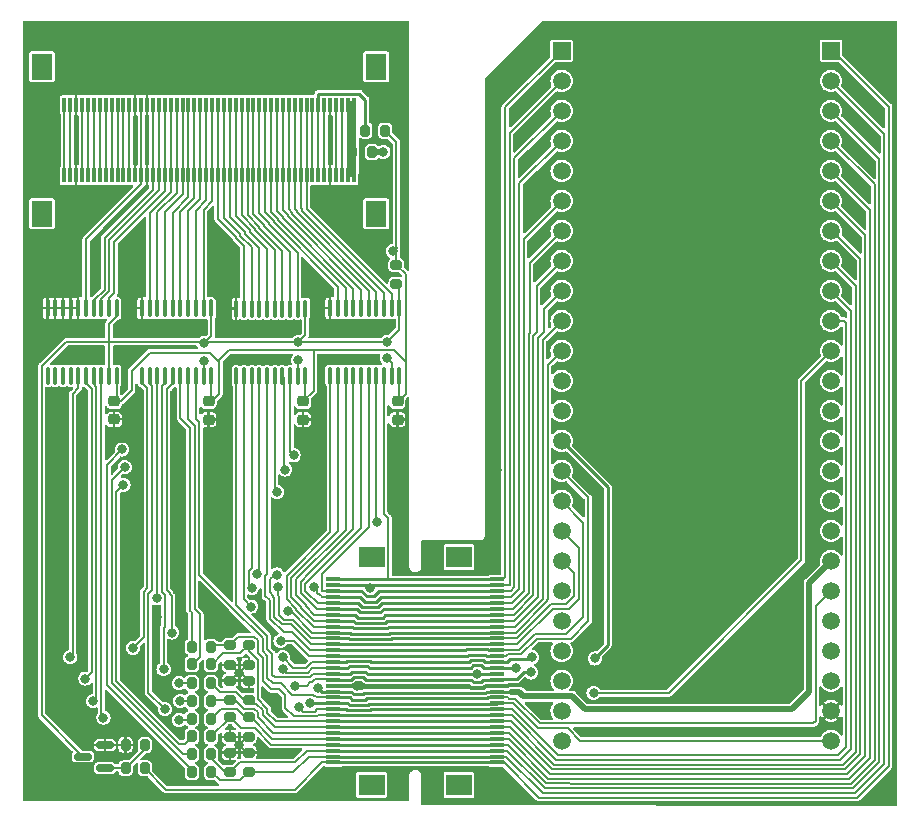
<source format=gbr>
%TF.GenerationSoftware,KiCad,Pcbnew,(7.0.0)*%
%TF.CreationDate,2023-04-05T00:45:08+02:00*%
%TF.ProjectId,TTL_to_HDMI,54544c5f-746f-45f4-9844-4d492e6b6963,4.0*%
%TF.SameCoordinates,Original*%
%TF.FileFunction,Copper,L1,Top*%
%TF.FilePolarity,Positive*%
%FSLAX46Y46*%
G04 Gerber Fmt 4.6, Leading zero omitted, Abs format (unit mm)*
G04 Created by KiCad (PCBNEW (7.0.0)) date 2023-04-05 00:45:08*
%MOMM*%
%LPD*%
G01*
G04 APERTURE LIST*
G04 Aperture macros list*
%AMRoundRect*
0 Rectangle with rounded corners*
0 $1 Rounding radius*
0 $2 $3 $4 $5 $6 $7 $8 $9 X,Y pos of 4 corners*
0 Add a 4 corners polygon primitive as box body*
4,1,4,$2,$3,$4,$5,$6,$7,$8,$9,$2,$3,0*
0 Add four circle primitives for the rounded corners*
1,1,$1+$1,$2,$3*
1,1,$1+$1,$4,$5*
1,1,$1+$1,$6,$7*
1,1,$1+$1,$8,$9*
0 Add four rect primitives between the rounded corners*
20,1,$1+$1,$2,$3,$4,$5,0*
20,1,$1+$1,$4,$5,$6,$7,0*
20,1,$1+$1,$6,$7,$8,$9,0*
20,1,$1+$1,$8,$9,$2,$3,0*%
G04 Aperture macros list end*
%TA.AperFunction,SMDPad,CuDef*%
%ADD10RoundRect,0.200000X-0.200000X-0.275000X0.200000X-0.275000X0.200000X0.275000X-0.200000X0.275000X0*%
%TD*%
%TA.AperFunction,SMDPad,CuDef*%
%ADD11RoundRect,0.200000X-0.275000X0.200000X-0.275000X-0.200000X0.275000X-0.200000X0.275000X0.200000X0*%
%TD*%
%TA.AperFunction,SMDPad,CuDef*%
%ADD12R,1.300000X0.300000*%
%TD*%
%TA.AperFunction,SMDPad,CuDef*%
%ADD13R,2.200000X1.800000*%
%TD*%
%TA.AperFunction,SMDPad,CuDef*%
%ADD14RoundRect,0.100000X-0.100000X0.637500X-0.100000X-0.637500X0.100000X-0.637500X0.100000X0.637500X0*%
%TD*%
%TA.AperFunction,SMDPad,CuDef*%
%ADD15R,0.300000X1.300000*%
%TD*%
%TA.AperFunction,SMDPad,CuDef*%
%ADD16R,1.800000X2.200000*%
%TD*%
%TA.AperFunction,SMDPad,CuDef*%
%ADD17RoundRect,0.200000X0.275000X-0.200000X0.275000X0.200000X-0.275000X0.200000X-0.275000X-0.200000X0*%
%TD*%
%TA.AperFunction,SMDPad,CuDef*%
%ADD18RoundRect,0.225000X0.250000X-0.225000X0.250000X0.225000X-0.250000X0.225000X-0.250000X-0.225000X0*%
%TD*%
%TA.AperFunction,SMDPad,CuDef*%
%ADD19RoundRect,0.150000X0.587500X0.150000X-0.587500X0.150000X-0.587500X-0.150000X0.587500X-0.150000X0*%
%TD*%
%TA.AperFunction,ComponentPad*%
%ADD20R,1.500000X1.500000*%
%TD*%
%TA.AperFunction,ComponentPad*%
%ADD21C,1.500000*%
%TD*%
%TA.AperFunction,SMDPad,CuDef*%
%ADD22RoundRect,0.200000X0.200000X0.275000X-0.200000X0.275000X-0.200000X-0.275000X0.200000X-0.275000X0*%
%TD*%
%TA.AperFunction,ViaPad*%
%ADD23C,0.800000*%
%TD*%
%TA.AperFunction,Conductor*%
%ADD24C,0.200000*%
%TD*%
%TA.AperFunction,Conductor*%
%ADD25C,0.500000*%
%TD*%
%TA.AperFunction,Conductor*%
%ADD26C,0.250000*%
%TD*%
%TA.AperFunction,Conductor*%
%ADD27C,0.210000*%
%TD*%
%TA.AperFunction,Conductor*%
%ADD28C,0.800000*%
%TD*%
G04 APERTURE END LIST*
D10*
%TO.P,R5,1*%
%TO.N,F_B2*%
X90275000Y-135500000D03*
%TO.P,R5,2*%
%TO.N,/31*%
X91925000Y-135500000D03*
%TD*%
%TO.P,R10,1*%
%TO.N,F_R0*%
X90275000Y-128000000D03*
%TO.P,R10,2*%
%TO.N,/26*%
X91925000Y-128000000D03*
%TD*%
D11*
%TO.P,R14,1*%
%TO.N,GND*%
X95100000Y-133875000D03*
%TO.P,R14,2*%
%TO.N,/31*%
X95100000Y-135525000D03*
%TD*%
D12*
%TO.P,J1,1,Pin_1*%
%TO.N,/32*%
X102249999Y-134699999D03*
%TO.P,J1,2,Pin_2*%
%TO.N,/31*%
X102249999Y-134199999D03*
%TO.P,J1,3,Pin_3*%
%TO.N,/30*%
X102249999Y-133699999D03*
%TO.P,J1,4,Pin_4*%
%TO.N,/29*%
X102249999Y-133199999D03*
%TO.P,J1,5,Pin_5*%
%TO.N,/28*%
X102249999Y-132699999D03*
%TO.P,J1,6,Pin_6*%
%TO.N,/27*%
X102249999Y-132199999D03*
%TO.P,J1,7,Pin_7*%
%TO.N,/26*%
X102249999Y-131699999D03*
%TO.P,J1,8,Pin_8*%
%TO.N,/25*%
X102249999Y-131199999D03*
%TO.P,J1,9,Pin_9*%
%TO.N,/24*%
X102249999Y-130699999D03*
%TO.P,J1,10,Pin_10*%
%TO.N,F_R4*%
X102249999Y-130199999D03*
%TO.P,J1,11,Pin_11*%
%TO.N,+3V3*%
X102249999Y-129699999D03*
%TO.P,J1,12,Pin_12*%
%TO.N,F_G2*%
X102249999Y-129199999D03*
%TO.P,J1,13,Pin_13*%
%TO.N,+5V*%
X102249999Y-128699999D03*
%TO.P,J1,14,Pin_14*%
%TO.N,GND*%
X102249999Y-128199999D03*
%TO.P,J1,15,Pin_15*%
%TO.N,F_G4*%
X102249999Y-127699999D03*
%TO.P,J1,16,Pin_16*%
%TO.N,F_G3*%
X102249999Y-127199999D03*
%TO.P,J1,17,Pin_17*%
%TO.N,F_R6*%
X102249999Y-126699999D03*
%TO.P,J1,18,Pin_18*%
%TO.N,F_CLK*%
X102249999Y-126199999D03*
%TO.P,J1,19,Pin_19*%
%TO.N,F_R3*%
X102249999Y-125699999D03*
%TO.P,J1,20,Pin_20*%
%TO.N,F_G7*%
X102249999Y-125199999D03*
%TO.P,J1,21,Pin_21*%
%TO.N,F_G6*%
X102249999Y-124699999D03*
%TO.P,J1,22,Pin_22*%
%TO.N,F_G5*%
X102249999Y-124199999D03*
%TO.P,J1,23,Pin_23*%
%TO.N,F_R7*%
X102249999Y-123699999D03*
%TO.P,J1,24,Pin_24*%
%TO.N,F_B3*%
X102249999Y-123199999D03*
%TO.P,J1,25,Pin_25*%
%TO.N,F_B4*%
X102249999Y-122699999D03*
%TO.P,J1,26,Pin_26*%
%TO.N,F_B5*%
X102249999Y-122199999D03*
%TO.P,J1,27,Pin_27*%
%TO.N,F_B6*%
X102249999Y-121699999D03*
%TO.P,J1,28,Pin_28*%
%TO.N,F_B7*%
X102249999Y-121199999D03*
%TO.P,J1,29,Pin_29*%
%TO.N,F_R5*%
X102249999Y-120699999D03*
%TO.P,J1,30,Pin_30*%
%TO.N,F_HS*%
X102249999Y-120199999D03*
%TO.P,J1,31,Pin_31*%
%TO.N,F_VS*%
X102249999Y-119699999D03*
%TO.P,J1,32,Pin_32*%
%TO.N,F_DE*%
X102249999Y-119199999D03*
D13*
%TO.P,J1,MP*%
%TO.N,N/C*%
X105499999Y-136599999D03*
X105499999Y-117299999D03*
%TD*%
D10*
%TO.P,R13,1*%
%TO.N,F_G0*%
X90275000Y-124900000D03*
%TO.P,R13,2*%
%TO.N,/24*%
X91925000Y-124900000D03*
%TD*%
D14*
%TO.P,U6,1,G1*%
%TO.N,F_OE1*%
X99900000Y-96275000D03*
%TO.P,U6,2,A0*%
%TO.N,B2*%
X99250000Y-96275000D03*
%TO.P,U6,3,A1*%
%TO.N,B1*%
X98600000Y-96275000D03*
%TO.P,U6,4,A2*%
%TO.N,B0*%
X97950000Y-96275000D03*
%TO.P,U6,5,A3*%
%TO.N,G7*%
X97300000Y-96275000D03*
%TO.P,U6,6,A4*%
%TO.N,G6*%
X96650000Y-96275000D03*
%TO.P,U6,7,A5*%
%TO.N,G5*%
X96000000Y-96275000D03*
%TO.P,U6,8,A6*%
%TO.N,G4*%
X95350000Y-96275000D03*
%TO.P,U6,9,A7*%
%TO.N,G3*%
X94700000Y-96275000D03*
%TO.P,U6,10,GND*%
%TO.N,GND*%
X94050000Y-96275000D03*
%TO.P,U6,11,Y7*%
%TO.N,F_G3*%
X94050000Y-102000000D03*
%TO.P,U6,12,Y6*%
%TO.N,F_G4*%
X94700000Y-102000000D03*
%TO.P,U6,13,Y5*%
%TO.N,F_G5*%
X95350000Y-102000000D03*
%TO.P,U6,14,Y4*%
%TO.N,F_G6*%
X96000000Y-102000000D03*
%TO.P,U6,15,Y3*%
%TO.N,F_G7*%
X96650000Y-102000000D03*
%TO.P,U6,16,Y2*%
%TO.N,F_B0*%
X97300000Y-102000000D03*
%TO.P,U6,17,Y1*%
%TO.N,F_B1*%
X97950000Y-102000000D03*
%TO.P,U6,18,Y0*%
%TO.N,F_B2*%
X98600000Y-102000000D03*
%TO.P,U6,19,G2*%
%TO.N,F_OE1*%
X99250000Y-102000000D03*
%TO.P,U6,20,VCC*%
%TO.N,+3V3*%
X99900000Y-102000000D03*
%TD*%
D10*
%TO.P,R6,1*%
%TO.N,F_B1*%
X90275000Y-134000000D03*
%TO.P,R6,2*%
%TO.N,/30*%
X91925000Y-134000000D03*
%TD*%
D15*
%TO.P,U2,1,1*%
%TO.N,Net-(U1-Pad50)*%
X79499999Y-84999999D03*
%TO.P,U2,2,2*%
%TO.N,Net-(U1-Pad49)*%
X79999999Y-84999999D03*
%TO.P,U2,3,3*%
%TO.N,GND*%
X80499999Y-84999999D03*
%TO.P,U2,4,4*%
%TO.N,Net-(U1-Pad47)*%
X80999999Y-84999999D03*
%TO.P,U2,5,5*%
%TO.N,Net-(U1-Pad46)*%
X81499999Y-84999999D03*
%TO.P,U2,6,6*%
%TO.N,Net-(U1-Pad45)*%
X81999999Y-84999999D03*
%TO.P,U2,7,7*%
%TO.N,Net-(U1-Pad44)*%
X82499999Y-84999999D03*
%TO.P,U2,8,8*%
%TO.N,Net-(U1-Pad43)*%
X82999999Y-84999999D03*
%TO.P,U2,9,9*%
%TO.N,Net-(U1-Pad42)*%
X83499999Y-84999999D03*
%TO.P,U2,10,10*%
%TO.N,Net-(U1-Pad41)*%
X83999999Y-84999999D03*
%TO.P,U2,11,11*%
%TO.N,Net-(U1-Pad40)*%
X84499999Y-84999999D03*
%TO.P,U2,12,12*%
%TO.N,Net-(U1-Pad39)*%
X84999999Y-84999999D03*
%TO.P,U2,13,13*%
%TO.N,GND*%
X85499999Y-84999999D03*
%TO.P,U2,14,14*%
%TO.N,CLK*%
X85999999Y-84999999D03*
%TO.P,U2,15,15*%
%TO.N,GND*%
X86499999Y-84999999D03*
%TO.P,U2,16,16*%
%TO.N,R0*%
X86999999Y-84999999D03*
%TO.P,U2,17,17*%
%TO.N,R1*%
X87499999Y-84999999D03*
%TO.P,U2,18,18*%
%TO.N,R2*%
X87999999Y-84999999D03*
%TO.P,U2,19,19*%
%TO.N,R3*%
X88499999Y-84999999D03*
%TO.P,U2,20,20*%
%TO.N,R4*%
X88999999Y-84999999D03*
%TO.P,U2,21,21*%
%TO.N,R5*%
X89499999Y-84999999D03*
%TO.P,U2,22,22*%
%TO.N,R6*%
X89999999Y-84999999D03*
%TO.P,U2,23,23*%
%TO.N,R7*%
X90499999Y-84999999D03*
%TO.P,U2,24,24*%
%TO.N,G0*%
X90999999Y-84999999D03*
%TO.P,U2,25,25*%
%TO.N,G1*%
X91499999Y-84999999D03*
%TO.P,U2,26,26*%
%TO.N,G2*%
X91999999Y-84999999D03*
%TO.P,U2,27,27*%
%TO.N,G3*%
X92499999Y-84999999D03*
%TO.P,U2,28,28*%
%TO.N,G4*%
X92999999Y-84999999D03*
%TO.P,U2,29,29*%
%TO.N,G5*%
X93499999Y-84999999D03*
%TO.P,U2,30,30*%
%TO.N,G6*%
X93999999Y-84999999D03*
%TO.P,U2,31,31*%
%TO.N,G7*%
X94499999Y-84999999D03*
%TO.P,U2,32,32*%
%TO.N,B0*%
X94999999Y-84999999D03*
%TO.P,U2,33,33*%
%TO.N,B1*%
X95499999Y-84999999D03*
%TO.P,U2,34,34*%
%TO.N,B2*%
X95999999Y-84999999D03*
%TO.P,U2,35,35*%
%TO.N,B3*%
X96499999Y-84999999D03*
%TO.P,U2,36,36*%
%TO.N,B4*%
X96999999Y-84999999D03*
%TO.P,U2,37,37*%
%TO.N,B5*%
X97499999Y-84999999D03*
%TO.P,U2,38,38*%
%TO.N,B6*%
X97999999Y-84999999D03*
%TO.P,U2,39,39*%
%TO.N,B7*%
X98499999Y-84999999D03*
%TO.P,U2,40,40*%
%TO.N,HS*%
X98999999Y-84999999D03*
%TO.P,U2,41,41*%
%TO.N,VS*%
X99499999Y-84999999D03*
%TO.P,U2,42,42*%
%TO.N,DE*%
X99999999Y-84999999D03*
%TO.P,U2,43,43*%
%TO.N,Net-(U1-Pad8)*%
X100499999Y-84999999D03*
%TO.P,U2,44,44*%
%TO.N,VCC*%
X100999999Y-84999999D03*
%TO.P,U2,45,45*%
%TO.N,Net-(U1-Pad6)*%
X101499999Y-84999999D03*
%TO.P,U2,46,46*%
%TO.N,GND*%
X101999999Y-84999999D03*
%TO.P,U2,47,47*%
%TO.N,Net-(U1-Pad4)*%
X102499999Y-84999999D03*
%TO.P,U2,48,48*%
%TO.N,Net-(U1-Pad3)*%
X102999999Y-84999999D03*
%TO.P,U2,49,49*%
%TO.N,Net-(R4-Pad1)*%
X103499999Y-84999999D03*
%TO.P,U2,50,50*%
X103999999Y-84999999D03*
D16*
%TO.P,U2,MP*%
%TO.N,N/C*%
X77599999Y-88249999D03*
X105899999Y-88249999D03*
%TD*%
D17*
%TO.P,R20,1*%
%TO.N,GND*%
X95100000Y-126425000D03*
%TO.P,R20,2*%
%TO.N,/25*%
X95100000Y-124775000D03*
%TD*%
D11*
%TO.P,R18,1*%
%TO.N,GND*%
X93500000Y-127775000D03*
%TO.P,R18,2*%
%TO.N,/27*%
X93500000Y-129425000D03*
%TD*%
D18*
%TO.P,C7,1*%
%TO.N,GND*%
X91700000Y-105675000D03*
%TO.P,C7,2*%
%TO.N,+3V3*%
X91700000Y-104125000D03*
%TD*%
D12*
%TO.P,J2,1,Pin_1*%
%TO.N,F_DE*%
X116149999Y-119199999D03*
%TO.P,J2,2,Pin_2*%
%TO.N,F_VS*%
X116149999Y-119699999D03*
%TO.P,J2,3,Pin_3*%
%TO.N,F_HS*%
X116149999Y-120199999D03*
%TO.P,J2,4,Pin_4*%
%TO.N,F_R5*%
X116149999Y-120699999D03*
%TO.P,J2,5,Pin_5*%
%TO.N,F_B7*%
X116149999Y-121199999D03*
%TO.P,J2,6,Pin_6*%
%TO.N,F_B6*%
X116149999Y-121699999D03*
%TO.P,J2,7,Pin_7*%
%TO.N,F_B5*%
X116149999Y-122199999D03*
%TO.P,J2,8,Pin_8*%
%TO.N,F_B4*%
X116149999Y-122699999D03*
%TO.P,J2,9,Pin_9*%
%TO.N,F_B3*%
X116149999Y-123199999D03*
%TO.P,J2,10,Pin_10*%
%TO.N,F_R7*%
X116149999Y-123699999D03*
%TO.P,J2,11,Pin_11*%
%TO.N,F_G5*%
X116149999Y-124199999D03*
%TO.P,J2,12,Pin_12*%
%TO.N,F_G6*%
X116149999Y-124699999D03*
%TO.P,J2,13,Pin_13*%
%TO.N,F_G7*%
X116149999Y-125199999D03*
%TO.P,J2,14,Pin_14*%
%TO.N,F_R3*%
X116149999Y-125699999D03*
%TO.P,J2,15,Pin_15*%
%TO.N,F_CLK*%
X116149999Y-126199999D03*
%TO.P,J2,16,Pin_16*%
%TO.N,F_R6*%
X116149999Y-126699999D03*
%TO.P,J2,17,Pin_17*%
%TO.N,F_G3*%
X116149999Y-127199999D03*
%TO.P,J2,18,Pin_18*%
%TO.N,F_G4*%
X116149999Y-127699999D03*
%TO.P,J2,19,Pin_19*%
%TO.N,GND*%
X116149999Y-128199999D03*
%TO.P,J2,20,Pin_20*%
%TO.N,+5V*%
X116149999Y-128699999D03*
%TO.P,J2,21,Pin_21*%
%TO.N,F_G2*%
X116149999Y-129199999D03*
%TO.P,J2,22,Pin_22*%
%TO.N,+3V3*%
X116149999Y-129699999D03*
%TO.P,J2,23,Pin_23*%
%TO.N,F_R4*%
X116149999Y-130199999D03*
%TO.P,J2,24,Pin_24*%
%TO.N,/24*%
X116149999Y-130699999D03*
%TO.P,J2,25,Pin_25*%
%TO.N,/25*%
X116149999Y-131199999D03*
%TO.P,J2,26,Pin_26*%
%TO.N,/26*%
X116149999Y-131699999D03*
%TO.P,J2,27,Pin_27*%
%TO.N,/27*%
X116149999Y-132199999D03*
%TO.P,J2,28,Pin_28*%
%TO.N,/28*%
X116149999Y-132699999D03*
%TO.P,J2,29,Pin_29*%
%TO.N,/29*%
X116149999Y-133199999D03*
%TO.P,J2,30,Pin_30*%
%TO.N,/30*%
X116149999Y-133699999D03*
%TO.P,J2,31,Pin_31*%
%TO.N,/31*%
X116149999Y-134199999D03*
%TO.P,J2,32,Pin_32*%
%TO.N,/32*%
X116149999Y-134699999D03*
D13*
%TO.P,J2,MP*%
%TO.N,N/C*%
X112899999Y-117299999D03*
X112899999Y-136599999D03*
%TD*%
D10*
%TO.P,R7,1*%
%TO.N,F_B0*%
X90275000Y-132500000D03*
%TO.P,R7,2*%
%TO.N,/29*%
X91925000Y-132500000D03*
%TD*%
D15*
%TO.P,U1,1,1*%
%TO.N,Net-(R4-Pad1)*%
X103999999Y-79049999D03*
%TO.P,U1,2,2*%
X103499999Y-79049999D03*
%TO.P,U1,3,3*%
%TO.N,Net-(U1-Pad3)*%
X102999999Y-79049999D03*
%TO.P,U1,4,4*%
%TO.N,Net-(U1-Pad4)*%
X102499999Y-79049999D03*
%TO.P,U1,5,5*%
%TO.N,GND*%
X101999999Y-79049999D03*
%TO.P,U1,6,6*%
%TO.N,Net-(U1-Pad6)*%
X101499999Y-79049999D03*
%TO.P,U1,7,7*%
%TO.N,VCC*%
X100999999Y-79049999D03*
%TO.P,U1,8,8*%
%TO.N,Net-(U1-Pad8)*%
X100499999Y-79049999D03*
%TO.P,U1,9,9*%
%TO.N,DE*%
X99999999Y-79049999D03*
%TO.P,U1,10,10*%
%TO.N,VS*%
X99499999Y-79049999D03*
%TO.P,U1,11,11*%
%TO.N,HS*%
X98999999Y-79049999D03*
%TO.P,U1,12,12*%
%TO.N,B7*%
X98499999Y-79049999D03*
%TO.P,U1,13,13*%
%TO.N,B6*%
X97999999Y-79049999D03*
%TO.P,U1,14,14*%
%TO.N,B5*%
X97499999Y-79049999D03*
%TO.P,U1,15,15*%
%TO.N,B4*%
X96999999Y-79049999D03*
%TO.P,U1,16,16*%
%TO.N,B3*%
X96499999Y-79049999D03*
%TO.P,U1,17,17*%
%TO.N,B2*%
X95999999Y-79049999D03*
%TO.P,U1,18,18*%
%TO.N,B1*%
X95499999Y-79049999D03*
%TO.P,U1,19,19*%
%TO.N,B0*%
X94999999Y-79049999D03*
%TO.P,U1,20,20*%
%TO.N,G7*%
X94499999Y-79049999D03*
%TO.P,U1,21,21*%
%TO.N,G6*%
X93999999Y-79049999D03*
%TO.P,U1,22,22*%
%TO.N,G5*%
X93499999Y-79049999D03*
%TO.P,U1,23,23*%
%TO.N,G4*%
X92999999Y-79049999D03*
%TO.P,U1,24,24*%
%TO.N,G3*%
X92499999Y-79049999D03*
%TO.P,U1,25,25*%
%TO.N,G2*%
X91999999Y-79049999D03*
%TO.P,U1,26,26*%
%TO.N,G1*%
X91499999Y-79049999D03*
%TO.P,U1,27,27*%
%TO.N,G0*%
X90999999Y-79049999D03*
%TO.P,U1,28,28*%
%TO.N,R7*%
X90499999Y-79049999D03*
%TO.P,U1,29,29*%
%TO.N,R6*%
X89999999Y-79049999D03*
%TO.P,U1,30,30*%
%TO.N,R5*%
X89499999Y-79049999D03*
%TO.P,U1,31,31*%
%TO.N,R4*%
X88999999Y-79049999D03*
%TO.P,U1,32,32*%
%TO.N,R3*%
X88499999Y-79049999D03*
%TO.P,U1,33,33*%
%TO.N,R2*%
X87999999Y-79049999D03*
%TO.P,U1,34,34*%
%TO.N,R1*%
X87499999Y-79049999D03*
%TO.P,U1,35,35*%
%TO.N,R0*%
X86999999Y-79049999D03*
%TO.P,U1,36,36*%
%TO.N,GND*%
X86499999Y-79049999D03*
%TO.P,U1,37,37*%
%TO.N,CLK*%
X85999999Y-79049999D03*
%TO.P,U1,38,38*%
%TO.N,GND*%
X85499999Y-79049999D03*
%TO.P,U1,39,39*%
%TO.N,Net-(U1-Pad39)*%
X84999999Y-79049999D03*
%TO.P,U1,40,40*%
%TO.N,Net-(U1-Pad40)*%
X84499999Y-79049999D03*
%TO.P,U1,41,41*%
%TO.N,Net-(U1-Pad41)*%
X83999999Y-79049999D03*
%TO.P,U1,42,42*%
%TO.N,Net-(U1-Pad42)*%
X83499999Y-79049999D03*
%TO.P,U1,43,43*%
%TO.N,Net-(U1-Pad43)*%
X82999999Y-79049999D03*
%TO.P,U1,44,44*%
%TO.N,Net-(U1-Pad44)*%
X82499999Y-79049999D03*
%TO.P,U1,45,45*%
%TO.N,Net-(U1-Pad45)*%
X81999999Y-79049999D03*
%TO.P,U1,46,46*%
%TO.N,Net-(U1-Pad46)*%
X81499999Y-79049999D03*
%TO.P,U1,47,47*%
%TO.N,Net-(U1-Pad47)*%
X80999999Y-79049999D03*
%TO.P,U1,48,48*%
%TO.N,GND*%
X80499999Y-79049999D03*
%TO.P,U1,49,49*%
%TO.N,Net-(U1-Pad49)*%
X79999999Y-79049999D03*
%TO.P,U1,50,50*%
%TO.N,Net-(U1-Pad50)*%
X79499999Y-79049999D03*
D16*
%TO.P,U1,MP*%
%TO.N,N/C*%
X105899999Y-75799999D03*
X77599999Y-75799999D03*
%TD*%
D19*
%TO.P,Q2,1,B*%
%TO.N,Net-(Q2-B)*%
X82937500Y-135150000D03*
%TO.P,Q2,2,E*%
%TO.N,GND*%
X82937500Y-133250000D03*
%TO.P,Q2,3,C*%
%TO.N,F_OE1*%
X81062500Y-134200000D03*
%TD*%
D14*
%TO.P,U8,1,G1*%
%TO.N,F_OE1*%
X83925000Y-96237500D03*
%TO.P,U8,2,A0*%
%TO.N,R2*%
X83275000Y-96237500D03*
%TO.P,U8,3,A1*%
%TO.N,R1*%
X82625000Y-96237500D03*
%TO.P,U8,4,A2*%
%TO.N,R0*%
X81975000Y-96237500D03*
%TO.P,U8,5,A3*%
%TO.N,CLK*%
X81325000Y-96237500D03*
%TO.P,U8,6,A4*%
%TO.N,GND*%
X80675000Y-96237500D03*
%TO.P,U8,7,A5*%
X80025000Y-96237500D03*
%TO.P,U8,8,A6*%
X79375000Y-96237500D03*
%TO.P,U8,9,A7*%
X78725000Y-96237500D03*
%TO.P,U8,10,GND*%
X78075000Y-96237500D03*
%TO.P,U8,11,Y7*%
%TO.N,unconnected-(U8-Y7-Pad11)*%
X78075000Y-101962500D03*
%TO.P,U8,12,Y6*%
%TO.N,unconnected-(U8-Y6-Pad12)*%
X78725000Y-101962500D03*
%TO.P,U8,13,Y5*%
%TO.N,unconnected-(U8-Y5-Pad13)*%
X79375000Y-101962500D03*
%TO.P,U8,14,Y4*%
%TO.N,unconnected-(U8-Y4-Pad14)*%
X80025000Y-101962500D03*
%TO.P,U8,15,Y3*%
%TO.N,F_CLK*%
X80675000Y-101962500D03*
%TO.P,U8,16,Y2*%
%TO.N,F_R0*%
X81325000Y-101962500D03*
%TO.P,U8,17,Y1*%
%TO.N,F_R1*%
X81975000Y-101962500D03*
%TO.P,U8,18,Y0*%
%TO.N,F_R2*%
X82625000Y-101962500D03*
%TO.P,U8,19,G2*%
%TO.N,F_OE1*%
X83275000Y-101962500D03*
%TO.P,U8,20,VCC*%
%TO.N,+3V3*%
X83925000Y-101962500D03*
%TD*%
D17*
%TO.P,R17,1*%
%TO.N,GND*%
X95100000Y-132525000D03*
%TO.P,R17,2*%
%TO.N,/28*%
X95100000Y-130875000D03*
%TD*%
%TO.P,R21,1*%
%TO.N,GND*%
X93500000Y-126425000D03*
%TO.P,R21,2*%
%TO.N,/24*%
X93500000Y-124775000D03*
%TD*%
D10*
%TO.P,R11,1*%
%TO.N,VCC*%
X104975000Y-81200000D03*
%TO.P,R11,2*%
%TO.N,+3V3*%
X106625000Y-81200000D03*
%TD*%
D11*
%TO.P,R3,1*%
%TO.N,+3V3*%
X107600000Y-92575000D03*
%TO.P,R3,2*%
%TO.N,F_OE1*%
X107600000Y-94225000D03*
%TD*%
D14*
%TO.P,U7,1,G1*%
%TO.N,F_OE1*%
X91925000Y-96237500D03*
%TO.P,U7,2,A0*%
%TO.N,G2*%
X91275000Y-96237500D03*
%TO.P,U7,3,A1*%
%TO.N,G1*%
X90625000Y-96237500D03*
%TO.P,U7,4,A2*%
%TO.N,G0*%
X89975000Y-96237500D03*
%TO.P,U7,5,A3*%
%TO.N,R7*%
X89325000Y-96237500D03*
%TO.P,U7,6,A4*%
%TO.N,R6*%
X88675000Y-96237500D03*
%TO.P,U7,7,A5*%
%TO.N,R5*%
X88025000Y-96237500D03*
%TO.P,U7,8,A6*%
%TO.N,R4*%
X87375000Y-96237500D03*
%TO.P,U7,9,A7*%
%TO.N,R3*%
X86725000Y-96237500D03*
%TO.P,U7,10,GND*%
%TO.N,GND*%
X86075000Y-96237500D03*
%TO.P,U7,11,Y7*%
%TO.N,F_R3*%
X86075000Y-101962500D03*
%TO.P,U7,12,Y6*%
%TO.N,F_R4*%
X86725000Y-101962500D03*
%TO.P,U7,13,Y5*%
%TO.N,F_R5*%
X87375000Y-101962500D03*
%TO.P,U7,14,Y4*%
%TO.N,F_R6*%
X88025000Y-101962500D03*
%TO.P,U7,15,Y3*%
%TO.N,F_R7*%
X88675000Y-101962500D03*
%TO.P,U7,16,Y2*%
%TO.N,F_G0*%
X89325000Y-101962500D03*
%TO.P,U7,17,Y1*%
%TO.N,F_G1*%
X89975000Y-101962500D03*
%TO.P,U7,18,Y0*%
%TO.N,F_G2*%
X90625000Y-101962500D03*
%TO.P,U7,19,G2*%
%TO.N,F_OE1*%
X91275000Y-101962500D03*
%TO.P,U7,20,VCC*%
%TO.N,+3V3*%
X91925000Y-101962500D03*
%TD*%
D10*
%TO.P,R4,1*%
%TO.N,Net-(R4-Pad1)*%
X103875000Y-83000000D03*
%TO.P,R4,2*%
%TO.N,+5V*%
X105525000Y-83000000D03*
%TD*%
%TO.P,R8,1*%
%TO.N,F_R2*%
X90275000Y-131000000D03*
%TO.P,R8,2*%
%TO.N,/28*%
X91925000Y-131000000D03*
%TD*%
D20*
%TO.P,U5,1,IOB31B*%
%TO.N,F_DE*%
X121591549Y-74459999D03*
D21*
%TO.P,U5,2,IOB31A*%
%TO.N,F_VS*%
X121591550Y-77000000D03*
%TO.P,U5,3,IOB29B*%
%TO.N,F_HS*%
X121591550Y-79540000D03*
%TO.P,U5,4,IOB33A*%
%TO.N,F_R5*%
X121591550Y-82080000D03*
%TO.P,U5,5,IOB8A*%
%TO.N,unconnected-(U5-IOB8A-Pad5)*%
X121591550Y-84620000D03*
%TO.P,U5,6,IOB8B*%
%TO.N,F_B7*%
X121591550Y-87160000D03*
%TO.P,U5,7,IOB11A*%
%TO.N,F_B6*%
X121591550Y-89700000D03*
%TO.P,U5,8,IOB11B*%
%TO.N,F_B5*%
X121591550Y-92240000D03*
%TO.P,U5,9,IOB13A*%
%TO.N,F_B4*%
X121591550Y-94780000D03*
%TO.P,U5,10,IOB13B*%
%TO.N,F_B3*%
X121591550Y-97320000D03*
%TO.P,U5,11,IOB23A*%
%TO.N,F_R7*%
X121591550Y-99860000D03*
%TO.P,U5,12,IOB23B*%
%TO.N,F_R6*%
X121591550Y-102400000D03*
%TO.P,U5,13,IOB33B*%
%TO.N,unconnected-(U5-IOB33B-Pad13)*%
X121591550Y-104940000D03*
%TO.P,U5,14,IOB29A*%
%TO.N,F_CLK*%
X121591550Y-107480000D03*
%TO.P,U5,15,IOB41A*%
%TO.N,F_R3*%
X121591550Y-110020000D03*
%TO.P,U5,16,IOB41B*%
%TO.N,F_G7*%
X121591550Y-112560000D03*
%TO.P,U5,17,IOR17B*%
%TO.N,F_G6*%
X121591550Y-115100000D03*
%TO.P,U5,18,IOR15B*%
%TO.N,F_G5*%
X121591550Y-117640000D03*
%TO.P,U5,19,IOR15A*%
%TO.N,unconnected-(U5-IOR15A-Pad19)*%
X121591550Y-120180000D03*
%TO.P,U5,20,IOR14B*%
%TO.N,unconnected-(U5-IOR14B-Pad20)*%
X121591550Y-122720000D03*
%TO.P,U5,21,IOR14A*%
%TO.N,unconnected-(U5-IOR14A-Pad21)*%
X121591550Y-125260000D03*
%TO.P,U5,22,IOR13A*%
%TO.N,F_G4*%
X121591550Y-127800000D03*
%TO.P,U5,23,IOT42B*%
%TO.N,unconnected-(U5-IOT42B-Pad23)*%
X121591550Y-130340000D03*
%TO.P,U5,24,IOT42A*%
%TO.N,unconnected-(U5-IOT42A-Pad24)*%
X121591550Y-132880000D03*
%TO.P,U5,25,3V3*%
%TO.N,+3V3*%
X144408450Y-132880000D03*
%TO.P,U5,26,GND*%
%TO.N,GND*%
X144408450Y-130340000D03*
%TO.P,U5,27,IOB15B*%
%TO.N,unconnected-(U5-IOB15B-Pad27)*%
X144408450Y-127800000D03*
%TO.P,U5,28,IOB15A*%
%TO.N,unconnected-(U5-IOB15A-Pad28)*%
X144408450Y-125260000D03*
%TO.P,U5,29,IOR24A*%
%TO.N,unconnected-(U5-IOR24A-Pad29)*%
X144408450Y-122720000D03*
%TO.P,U5,30,IOR24B*%
%TO.N,F_G2*%
X144408450Y-120180000D03*
%TO.P,U5,31,5V*%
%TO.N,+5V*%
X144408450Y-117640000D03*
%TO.P,U5,32,IOT41B*%
%TO.N,unconnected-(U5-IOT41B-Pad32)*%
X144408450Y-115100000D03*
%TO.P,U5,33,IOT41A*%
%TO.N,unconnected-(U5-IOT41A-Pad33)*%
X144408450Y-112560000D03*
%TO.P,U5,34,IOT39B*%
%TO.N,unconnected-(U5-IOT39B-Pad34)*%
X144408450Y-110020000D03*
%TO.P,U5,35,IOT39A*%
%TO.N,unconnected-(U5-IOT39A-Pad35)*%
X144408450Y-107480000D03*
%TO.P,U5,36,IOT38B*%
%TO.N,unconnected-(U5-IOT38B-Pad36)*%
X144408450Y-104940000D03*
%TO.P,U5,37,IOT38A*%
%TO.N,unconnected-(U5-IOT38A-Pad37)*%
X144408450Y-102400000D03*
%TO.P,U5,38,IOT37B*%
%TO.N,F_G3*%
X144408450Y-99860000D03*
%TO.P,U5,39,IOT37A*%
%TO.N,F_R4*%
X144408450Y-97320000D03*
%TO.P,U5,40,IOT12B*%
%TO.N,/24*%
X144408450Y-94780000D03*
%TO.P,U5,41,IOT12A*%
%TO.N,/25*%
X144408450Y-92240000D03*
%TO.P,U5,42,IOT11B*%
%TO.N,/26*%
X144408450Y-89700000D03*
%TO.P,U5,43,IOT11A*%
%TO.N,/27*%
X144408450Y-87160000D03*
%TO.P,U5,44,IOT10B*%
%TO.N,/28*%
X144408450Y-84620000D03*
%TO.P,U5,45,IOT10A*%
%TO.N,/29*%
X144408450Y-82080000D03*
%TO.P,U5,46,IOT8B*%
%TO.N,/30*%
X144408450Y-79540000D03*
%TO.P,U5,47,IOT8A*%
%TO.N,/31*%
X144408450Y-77000000D03*
D20*
%TO.P,U5,48,IOR5A*%
%TO.N,/32*%
X144408449Y-74459999D03*
%TD*%
D10*
%TO.P,R1,1*%
%TO.N,Net-(Q2-B)*%
X84675000Y-135200000D03*
%TO.P,R1,2*%
%TO.N,/32*%
X86325000Y-135200000D03*
%TD*%
D11*
%TO.P,R15,1*%
%TO.N,GND*%
X93500000Y-133875000D03*
%TO.P,R15,2*%
%TO.N,/30*%
X93500000Y-135525000D03*
%TD*%
D18*
%TO.P,C8,1*%
%TO.N,GND*%
X83700000Y-105650000D03*
%TO.P,C8,2*%
%TO.N,+3V3*%
X83700000Y-104100000D03*
%TD*%
D14*
%TO.P,U3,1,G1*%
%TO.N,F_OE1*%
X107850000Y-96237500D03*
%TO.P,U3,2,A0*%
%TO.N,DE*%
X107200000Y-96237500D03*
%TO.P,U3,3,A1*%
%TO.N,VS*%
X106550000Y-96237500D03*
%TO.P,U3,4,A2*%
%TO.N,HS*%
X105900000Y-96237500D03*
%TO.P,U3,5,A3*%
%TO.N,B7*%
X105250000Y-96237500D03*
%TO.P,U3,6,A4*%
%TO.N,B6*%
X104600000Y-96237500D03*
%TO.P,U3,7,A5*%
%TO.N,B5*%
X103950000Y-96237500D03*
%TO.P,U3,8,A6*%
%TO.N,B4*%
X103300000Y-96237500D03*
%TO.P,U3,9,A7*%
%TO.N,B3*%
X102650000Y-96237500D03*
%TO.P,U3,10,GND*%
%TO.N,GND*%
X102000000Y-96237500D03*
%TO.P,U3,11,Y7*%
%TO.N,F_B3*%
X102000000Y-101962500D03*
%TO.P,U3,12,Y6*%
%TO.N,F_B4*%
X102650000Y-101962500D03*
%TO.P,U3,13,Y5*%
%TO.N,F_B5*%
X103300000Y-101962500D03*
%TO.P,U3,14,Y4*%
%TO.N,F_B6*%
X103950000Y-101962500D03*
%TO.P,U3,15,Y3*%
%TO.N,F_B7*%
X104600000Y-101962500D03*
%TO.P,U3,16,Y2*%
%TO.N,F_HS*%
X105250000Y-101962500D03*
%TO.P,U3,17,Y1*%
%TO.N,F_VS*%
X105900000Y-101962500D03*
%TO.P,U3,18,Y0*%
%TO.N,F_DE*%
X106550000Y-101962500D03*
%TO.P,U3,19,G2*%
%TO.N,F_OE1*%
X107200000Y-101962500D03*
%TO.P,U3,20,VCC*%
%TO.N,+3V3*%
X107850000Y-101962500D03*
%TD*%
D18*
%TO.P,C3,1*%
%TO.N,GND*%
X107700000Y-105675000D03*
%TO.P,C3,2*%
%TO.N,+3V3*%
X107700000Y-104125000D03*
%TD*%
D10*
%TO.P,R12,1*%
%TO.N,F_G1*%
X90275000Y-126400000D03*
%TO.P,R12,2*%
%TO.N,/25*%
X91925000Y-126400000D03*
%TD*%
D11*
%TO.P,R19,1*%
%TO.N,GND*%
X95100000Y-127775000D03*
%TO.P,R19,2*%
%TO.N,/26*%
X95100000Y-129425000D03*
%TD*%
D22*
%TO.P,R2,1*%
%TO.N,Net-(Q2-B)*%
X86325000Y-133200000D03*
%TO.P,R2,2*%
%TO.N,GND*%
X84675000Y-133200000D03*
%TD*%
D17*
%TO.P,R16,1*%
%TO.N,GND*%
X93500000Y-132525000D03*
%TO.P,R16,2*%
%TO.N,/29*%
X93500000Y-130875000D03*
%TD*%
D18*
%TO.P,C4,1*%
%TO.N,GND*%
X99700000Y-105675000D03*
%TO.P,C4,2*%
%TO.N,+3V3*%
X99700000Y-104125000D03*
%TD*%
D10*
%TO.P,R9,1*%
%TO.N,F_R1*%
X90275000Y-129500000D03*
%TO.P,R9,2*%
%TO.N,/27*%
X91925000Y-129500000D03*
%TD*%
D23*
%TO.N,GND*%
X81000000Y-103800000D03*
X83800000Y-107000000D03*
X79500500Y-103600000D03*
X116100000Y-109900000D03*
X115800000Y-84500000D03*
X116000000Y-100500000D03*
X115900000Y-91200000D03*
X76800000Y-94100000D03*
X90600000Y-97900000D03*
X98700000Y-97900000D03*
X110600000Y-116700000D03*
X115600000Y-116700000D03*
X148500000Y-72900000D03*
X123400000Y-73000000D03*
X115900000Y-77200000D03*
X100900000Y-94400000D03*
X143000000Y-116200000D03*
X82100000Y-98200000D03*
X123200000Y-96100000D03*
X107700000Y-137300000D03*
X98100000Y-117500000D03*
X94300000Y-133200000D03*
X118900000Y-86100000D03*
X110800000Y-135800000D03*
X146900000Y-88300000D03*
X123100000Y-112800000D03*
X82100000Y-93900000D03*
X123100000Y-110300000D03*
X100700000Y-106700000D03*
X82100000Y-99900000D03*
X89400000Y-106900000D03*
X97300000Y-129300000D03*
X102300000Y-100600000D03*
X85434602Y-128365398D03*
X116100000Y-137100000D03*
X143100000Y-98500000D03*
X85000000Y-99900000D03*
X143400000Y-93500000D03*
X124500000Y-126900000D03*
X97750000Y-75500000D03*
X104300000Y-128200000D03*
X92200000Y-89900000D03*
X88000000Y-135200000D03*
X93200000Y-119700000D03*
X122900000Y-93500000D03*
X92200000Y-121900000D03*
X148800000Y-137400000D03*
X146000000Y-92600000D03*
X78200000Y-77900000D03*
X106700000Y-79600000D03*
X87500000Y-128500000D03*
X123300000Y-107500000D03*
X85300000Y-126600000D03*
X101600000Y-136600000D03*
X120100001Y-125400001D03*
X80600000Y-94700000D03*
X79500000Y-124500000D03*
X103800000Y-77100000D03*
X118600000Y-83700000D03*
X122900000Y-98600000D03*
X142900000Y-102800000D03*
X87299001Y-122400000D03*
X118200000Y-81700000D03*
X78274500Y-110000000D03*
X119700000Y-92900000D03*
X146500000Y-90400000D03*
X105000000Y-84400000D03*
X117600000Y-79700000D03*
X98200000Y-134000000D03*
X85000000Y-98200000D03*
X149400000Y-77700000D03*
X106700000Y-97800000D03*
X147700000Y-84100000D03*
X83000000Y-132300000D03*
X100800000Y-86400000D03*
X123800000Y-124300000D03*
X147100000Y-86300000D03*
X141300000Y-119900000D03*
X98000000Y-100600000D03*
X120000000Y-130400000D03*
X101000000Y-98300000D03*
X79500000Y-127100000D03*
X119300000Y-90700000D03*
X124600000Y-123100000D03*
X92900000Y-106800000D03*
X86100000Y-77600000D03*
X89184602Y-132115398D03*
X124500000Y-132100000D03*
X89500000Y-122300000D03*
X99200000Y-125800000D03*
X148400000Y-79700000D03*
X94300000Y-127100000D03*
X123300000Y-127700000D03*
X77750000Y-82250000D03*
X118800000Y-88800000D03*
X148000000Y-81900000D03*
X96100000Y-122400000D03*
X80250000Y-75500000D03*
X140100000Y-129100000D03*
X85900000Y-89900000D03*
X83900000Y-86600000D03*
%TO.N,+5V*%
X106500000Y-83000000D03*
X100962136Y-128357067D03*
%TO.N,+3V3*%
X107300000Y-91400000D03*
X100300000Y-129700000D03*
%TO.N,F_OE1*%
X91300000Y-99200000D03*
X99300000Y-100600000D03*
X99300000Y-99100500D03*
X106800000Y-99100000D03*
X91300000Y-100700000D03*
X106800000Y-100500000D03*
%TO.N,F_B2*%
X98900000Y-108700000D03*
X84400000Y-108200000D03*
%TO.N,F_B1*%
X84600000Y-109700000D03*
X98200000Y-109900000D03*
%TO.N,F_B0*%
X84500000Y-111200000D03*
X97500000Y-111800000D03*
%TO.N,F_VS*%
X105400000Y-119924500D03*
X105949500Y-114340762D03*
%TO.N,F_G3*%
X114440123Y-127200000D03*
X124300000Y-128800000D03*
%TO.N,F_G4*%
X119000000Y-127075500D03*
X99000000Y-128200000D03*
X95300000Y-121500000D03*
%TO.N,F_G5*%
X95400000Y-119900000D03*
X97603496Y-119874597D03*
%TO.N,F_G6*%
X95792034Y-118768924D03*
X97500000Y-118800000D03*
%TO.N,F_R0*%
X81275500Y-127600000D03*
X89200000Y-128000000D03*
%TO.N,F_R1*%
X81925500Y-129506716D03*
X89300000Y-129500000D03*
%TO.N,F_R2*%
X82800000Y-130900000D03*
X89200000Y-131100000D03*
%TO.N,F_R3*%
X97800000Y-124400000D03*
X85300000Y-125000000D03*
%TO.N,F_R4*%
X88000000Y-130200000D03*
X99351789Y-130016070D03*
%TO.N,F_R5*%
X100600500Y-119875629D03*
X87299001Y-120800000D03*
%TO.N,F_R6*%
X87900000Y-126800000D03*
X117761055Y-126698502D03*
X98000000Y-126800000D03*
%TO.N,F_R7*%
X88600000Y-123700000D03*
X98392219Y-121905755D03*
%TO.N,F_CLK*%
X97978688Y-125800725D03*
X124400000Y-125900000D03*
X119100000Y-125800000D03*
X80000000Y-125800000D03*
%TD*%
D24*
%TO.N,F_R0*%
X81800000Y-103090685D02*
X81800000Y-127075500D01*
%TO.N,F_R1*%
X82199501Y-129232715D02*
X81925500Y-129506716D01*
%TO.N,F_R0*%
X81325000Y-101962500D02*
X81325000Y-102615685D01*
%TO.N,F_R1*%
X82199501Y-102925206D02*
X82199501Y-129232715D01*
X81975000Y-102700705D02*
X82199501Y-102925206D01*
%TO.N,F_R0*%
X81325000Y-102615685D02*
X81800000Y-103090685D01*
X81800000Y-127075500D02*
X81275500Y-127600000D01*
%TO.N,F_R1*%
X81975000Y-101962500D02*
X81975000Y-102700705D01*
%TO.N,F_CLK*%
X80200000Y-103500000D02*
X80200000Y-125600000D01*
X80675000Y-103025000D02*
X80200000Y-103500000D01*
X80675000Y-101962500D02*
X80675000Y-103025000D01*
X80200000Y-125600000D02*
X80000000Y-125800000D01*
%TO.N,F_R1*%
X90275000Y-129500000D02*
X89300000Y-129500000D01*
%TO.N,F_R4*%
X86599501Y-128799501D02*
X88000000Y-130200000D01*
X86900000Y-102790685D02*
X86900000Y-120111257D01*
X86900000Y-120111257D02*
X86599501Y-120411756D01*
X86725000Y-102615685D02*
X86900000Y-102790685D01*
X86599501Y-120411756D02*
X86599501Y-128799501D01*
X86725000Y-101962500D02*
X86725000Y-102615685D01*
%TO.N,F_B2*%
X83100998Y-109499002D02*
X84400000Y-108200000D01*
X83100998Y-128150998D02*
X83100998Y-109499002D01*
X90275000Y-135325000D02*
X83100998Y-128150998D01*
X90275000Y-135500000D02*
X90275000Y-135325000D01*
%TO.N,F_B0*%
X83900000Y-111800000D02*
X84500000Y-111200000D01*
X83900000Y-127820040D02*
X83900000Y-111800000D01*
X89179960Y-133100000D02*
X83900000Y-127820040D01*
%TO.N,F_B1*%
X83500499Y-127985519D02*
X83500499Y-110799501D01*
%TO.N,F_B0*%
X90275000Y-132500000D02*
X89675000Y-133100000D01*
%TO.N,F_B1*%
X89514980Y-134000000D02*
X83500499Y-127985519D01*
X83500499Y-110799501D02*
X84600000Y-109700000D01*
X90275000Y-134000000D02*
X89514980Y-134000000D01*
%TO.N,F_B0*%
X89675000Y-133100000D02*
X89179960Y-133100000D01*
%TO.N,F_R6*%
X87900000Y-123300000D02*
X87900000Y-126800000D01*
X87775000Y-120286756D02*
X87998501Y-120510257D01*
X87775000Y-102865685D02*
X87775000Y-120286756D01*
X87998501Y-120510257D02*
X87998501Y-123201499D01*
X87998501Y-123201499D02*
X87900000Y-123300000D01*
X88025000Y-102615685D02*
X87775000Y-102865685D01*
X88025000Y-101962500D02*
X88025000Y-102615685D01*
%TO.N,F_R3*%
X86200000Y-124100000D02*
X85300000Y-125000000D01*
X86500000Y-119945571D02*
X86200000Y-120245571D01*
X86200000Y-120245571D02*
X86200000Y-124100000D01*
X86075000Y-102615685D02*
X86500000Y-103040685D01*
X86075000Y-101962500D02*
X86075000Y-102615685D01*
X86500000Y-103040685D02*
X86500000Y-119945571D01*
%TO.N,GND*%
X93500000Y-127775000D02*
X94175000Y-127100000D01*
D25*
X120100000Y-127500000D02*
X119500000Y-128100000D01*
D26*
X113739712Y-128200000D02*
X113913713Y-128374001D01*
X118575499Y-128124501D02*
X118600000Y-128100000D01*
D24*
X85500000Y-79050000D02*
X85500000Y-85000000D01*
D25*
X120100000Y-126500000D02*
X120100000Y-127500000D01*
X120100000Y-126500000D02*
X120100000Y-125400000D01*
D24*
X93625000Y-132525000D02*
X94300000Y-133200000D01*
X94425000Y-127100000D02*
X94300000Y-127100000D01*
D26*
X117063031Y-128124501D02*
X118575499Y-128124501D01*
X115100411Y-128200000D02*
X116150000Y-128200000D01*
D24*
X94975000Y-126425000D02*
X94300000Y-127100000D01*
X95100000Y-126425000D02*
X94975000Y-126425000D01*
X93500000Y-133875000D02*
X93625000Y-133875000D01*
D26*
X114926410Y-128374001D02*
X115100411Y-128200000D01*
X113913713Y-128374001D02*
X114926410Y-128374001D01*
D24*
X102000000Y-85000000D02*
X102000000Y-79050000D01*
D25*
X123600000Y-126500000D02*
X123900000Y-126800000D01*
D24*
X82937500Y-133250000D02*
X82937500Y-132362500D01*
D26*
X116987532Y-128200000D02*
X117063031Y-128124501D01*
X116150000Y-128200000D02*
X116987532Y-128200000D01*
D25*
X119500000Y-128100000D02*
X118600000Y-128100000D01*
D24*
X94975000Y-132525000D02*
X94300000Y-133200000D01*
D25*
X123900000Y-126800000D02*
X124400000Y-126800000D01*
D24*
X93625000Y-133875000D02*
X94300000Y-133200000D01*
X93500000Y-126425000D02*
X93625000Y-126425000D01*
X82937500Y-132362500D02*
X83000000Y-132300000D01*
X94975000Y-133875000D02*
X94300000Y-133200000D01*
D26*
X104300000Y-128200000D02*
X113739712Y-128200000D01*
D24*
X94175000Y-127100000D02*
X94300000Y-127100000D01*
D26*
X120100000Y-125400000D02*
X120100001Y-125400001D01*
D25*
X120100000Y-126500000D02*
X123600000Y-126500000D01*
D24*
X86500000Y-79050000D02*
X86500000Y-85000000D01*
X95100000Y-133875000D02*
X94975000Y-133875000D01*
X84675000Y-133200000D02*
X82987500Y-133200000D01*
X80500000Y-85000000D02*
X80500000Y-79050000D01*
X93625000Y-126425000D02*
X94300000Y-127100000D01*
X82987500Y-133200000D02*
X82937500Y-133250000D01*
D26*
X102250000Y-128200000D02*
X104300000Y-128200000D01*
X124400000Y-126800000D02*
X124500000Y-126900000D01*
D24*
X95100000Y-127775000D02*
X94425000Y-127100000D01*
X93500000Y-132525000D02*
X93625000Y-132525000D01*
X95100000Y-132525000D02*
X94975000Y-132525000D01*
D26*
%TO.N,VCC*%
X104475000Y-78075000D02*
X101025000Y-78075000D01*
X104975000Y-78575000D02*
X104475000Y-78075000D01*
D24*
X101000000Y-85000000D02*
X101000000Y-79050000D01*
D26*
X104975000Y-81200000D02*
X104975000Y-78575000D01*
X101025000Y-78075000D02*
X101000000Y-78100000D01*
X101000000Y-78100000D02*
X101000000Y-79050000D01*
D25*
%TO.N,+5V*%
X118363750Y-129052994D02*
X118455006Y-129052994D01*
X118455006Y-129052994D02*
X118501513Y-129099501D01*
D26*
X103775402Y-128700000D02*
X103999902Y-128924500D01*
X116150000Y-128700000D02*
X117300000Y-128700000D01*
D25*
X106500000Y-83000000D02*
X105525000Y-83000000D01*
X117300000Y-128700000D02*
X118010756Y-128700000D01*
X123600000Y-130200000D02*
X141100000Y-130200000D01*
X122499501Y-129099501D02*
X123600000Y-130200000D01*
X118501513Y-129099501D02*
X122499501Y-129099501D01*
D26*
X104800098Y-128924500D02*
X104901096Y-128823502D01*
X115112599Y-128823502D02*
X115236101Y-128700000D01*
D25*
X142550000Y-119498450D02*
X144408450Y-117640000D01*
D26*
X102250000Y-128700000D02*
X103775402Y-128700000D01*
D25*
X142550000Y-128750000D02*
X142550000Y-119498450D01*
X141100000Y-130200000D02*
X142550000Y-128750000D01*
D26*
X103999902Y-128924500D02*
X104800098Y-128924500D01*
X115236101Y-128700000D02*
X116150000Y-128700000D01*
X104901096Y-128823502D02*
X115112599Y-128823502D01*
X102250000Y-128700000D02*
X101305069Y-128700000D01*
D25*
X118010756Y-128700000D02*
X118363750Y-129052994D01*
D26*
X101305069Y-128700000D02*
X100962136Y-128357067D01*
D24*
%TO.N,B5*%
X98002495Y-88634502D02*
X98002495Y-88502495D01*
X103950000Y-96237500D02*
X103950000Y-94582007D01*
X97500000Y-88000000D02*
X97500000Y-85000000D01*
X97500000Y-79050000D02*
X97500000Y-85000000D01*
X98002495Y-88502495D02*
X97500000Y-88000000D01*
X103950000Y-94582007D02*
X98002495Y-88634502D01*
%TO.N,B4*%
X103300000Y-94496987D02*
X97602994Y-88799981D01*
X97000000Y-79050000D02*
X97000000Y-85000000D01*
X103300000Y-96237500D02*
X103300000Y-94496987D01*
X97602994Y-88668680D02*
X97000000Y-88065686D01*
X97602994Y-88799981D02*
X97602994Y-88668680D01*
X97000000Y-88065686D02*
X97000000Y-85000000D01*
%TO.N,B3*%
X97203493Y-88965460D02*
X97203493Y-88834159D01*
X97203493Y-88834159D02*
X96500000Y-88130666D01*
X96500000Y-88130666D02*
X96500000Y-85000000D01*
X102650000Y-94411967D02*
X97203493Y-88965460D01*
X96500000Y-79050000D02*
X96500000Y-85000000D01*
X102650000Y-96237500D02*
X102650000Y-94411967D01*
%TO.N,B2*%
X96803992Y-89130939D02*
X96803992Y-89000343D01*
X96803992Y-89000343D02*
X96000000Y-88196351D01*
X99250000Y-96275000D02*
X99250000Y-91576947D01*
X96000000Y-79050000D02*
X96000000Y-85000000D01*
X99250000Y-91576947D02*
X96803992Y-89130939D01*
X96000000Y-88196351D02*
X96000000Y-85000000D01*
%TO.N,B1*%
X98600000Y-91491927D02*
X96404491Y-89296418D01*
X95500000Y-88261332D02*
X95500000Y-85000000D01*
X95500000Y-79050000D02*
X95500000Y-85000000D01*
X96404491Y-89165823D02*
X95500000Y-88261332D01*
X98600000Y-96275000D02*
X98600000Y-91491927D01*
X96404491Y-89296418D02*
X96404491Y-89165823D01*
%TO.N,B0*%
X96004990Y-89332007D02*
X95000000Y-88327017D01*
X95000000Y-79050000D02*
X95000000Y-85000000D01*
X97950000Y-96275000D02*
X97950000Y-91406907D01*
X95000000Y-88327017D02*
X95000000Y-85000000D01*
X96004990Y-89461897D02*
X96004990Y-89332007D01*
X97950000Y-91406907D02*
X96004990Y-89461897D01*
%TO.N,G5*%
X94806487Y-89829151D02*
X93500000Y-88522664D01*
X94806487Y-89958334D02*
X94806487Y-89829151D01*
X93500000Y-79050000D02*
X93500000Y-85000000D01*
X96000000Y-91151847D02*
X94806487Y-89958334D01*
X93500000Y-88522664D02*
X93500000Y-85000000D01*
X96000000Y-96275000D02*
X96000000Y-91151847D01*
%TO.N,G4*%
X95350000Y-91066827D02*
X94406986Y-90123813D01*
X93000000Y-88588349D02*
X93000000Y-85000000D01*
X93000000Y-79050000D02*
X93000000Y-85000000D01*
X94406986Y-89995335D02*
X93000000Y-88588349D01*
X94406986Y-90123813D02*
X94406986Y-89995335D01*
X95350000Y-96275000D02*
X95350000Y-91066827D01*
%TO.N,G3*%
X92500000Y-79050000D02*
X92500000Y-85000000D01*
X94007485Y-90207485D02*
X92500000Y-88700000D01*
X94700000Y-96275000D02*
X94700000Y-90981807D01*
X94700000Y-90981807D02*
X94007485Y-90289292D01*
X92500000Y-88700000D02*
X92500000Y-85000000D01*
X94007485Y-90289292D02*
X94007485Y-90207485D01*
%TO.N,G2*%
X92000000Y-87200000D02*
X92000000Y-85000000D01*
X92000000Y-79050000D02*
X92000000Y-85000000D01*
X91275000Y-96237500D02*
X91275000Y-87925000D01*
X91275000Y-87925000D02*
X92000000Y-87200000D01*
%TO.N,G1*%
X90625000Y-87975000D02*
X91500000Y-87100000D01*
X91500000Y-79050000D02*
X91500000Y-85000000D01*
X90625000Y-96237500D02*
X90625000Y-87975000D01*
X91500000Y-87100000D02*
X91500000Y-85000000D01*
%TO.N,G0*%
X89975000Y-96237500D02*
X89975000Y-88025000D01*
X91000000Y-79050000D02*
X91000000Y-85000000D01*
X91000000Y-87000000D02*
X91000000Y-85000000D01*
X89975000Y-88025000D02*
X91000000Y-87000000D01*
%TO.N,R5*%
X88025000Y-96237500D02*
X88025000Y-88075000D01*
X89500000Y-86600000D02*
X89500000Y-85000000D01*
X89500000Y-79050000D02*
X89500000Y-85000000D01*
X88025000Y-88075000D02*
X89500000Y-86600000D01*
%TO.N,R4*%
X89000000Y-79050000D02*
X89000000Y-85000000D01*
X87375000Y-88089980D02*
X89000000Y-86464980D01*
X89000000Y-86464980D02*
X89000000Y-85000000D01*
X87375000Y-96237500D02*
X87375000Y-88089980D01*
%TO.N,R3*%
X88500000Y-86400000D02*
X88500000Y-85000000D01*
X88500000Y-79050000D02*
X88500000Y-85000000D01*
X86725000Y-88175000D02*
X88500000Y-86400000D01*
X86725000Y-96237500D02*
X86725000Y-88175000D01*
%TO.N,R2*%
X83699002Y-90630958D02*
X88000000Y-86329960D01*
X88000000Y-79050000D02*
X88000000Y-85000000D01*
X83275000Y-96237500D02*
X83275000Y-95414275D01*
X88000000Y-86329960D02*
X88000000Y-84850000D01*
X83275000Y-95414275D02*
X83699002Y-94990273D01*
X83699002Y-94990273D02*
X83699002Y-90630958D01*
%TO.N,R1*%
X87500000Y-79050000D02*
X87500000Y-85000000D01*
X87500000Y-86264980D02*
X87500000Y-85000000D01*
X83299501Y-94824794D02*
X83299501Y-90465479D01*
X83299501Y-90465479D02*
X87500000Y-86264980D01*
X82625000Y-96237500D02*
X82625000Y-95499295D01*
X82625000Y-95499295D02*
X83299501Y-94824794D01*
%TO.N,R0*%
X81975000Y-96237500D02*
X81975000Y-95584315D01*
X87000000Y-79050000D02*
X87000000Y-85000000D01*
X82900000Y-90300000D02*
X87000000Y-86200000D01*
X82900000Y-94659315D02*
X82900000Y-90300000D01*
X81975000Y-95584315D02*
X82900000Y-94659315D01*
X87000000Y-86200000D02*
X87000000Y-85000000D01*
%TO.N,CLK*%
X86000000Y-79050000D02*
X86000000Y-85000000D01*
X81325000Y-90425000D02*
X86000000Y-85750000D01*
X86000000Y-85750000D02*
X86000000Y-85000000D01*
X81325000Y-96237500D02*
X81325000Y-90425000D01*
%TO.N,+3V3*%
X108400000Y-93375000D02*
X107600000Y-92575000D01*
X107850000Y-103975000D02*
X107700000Y-104125000D01*
X119600000Y-131800000D02*
X122100000Y-131800000D01*
X92500000Y-100700000D02*
X93400000Y-99800000D01*
X123180000Y-132880000D02*
X144408450Y-132880000D01*
D26*
X103504022Y-129700000D02*
X103627524Y-129823502D01*
D24*
X99900000Y-102000000D02*
X99900000Y-103925000D01*
X85200000Y-101534315D02*
X86733815Y-100000500D01*
X92600000Y-103500000D02*
X91975000Y-104125000D01*
X83700000Y-104100000D02*
X84300000Y-104100000D01*
D26*
X102250000Y-129700000D02*
X100300000Y-129700000D01*
D24*
X108300000Y-100700000D02*
X108400000Y-100800000D01*
X107600000Y-82175000D02*
X106625000Y-81200000D01*
D26*
X103627524Y-129823502D02*
X105172476Y-129823502D01*
D24*
X108400000Y-103500000D02*
X107775000Y-104125000D01*
X83925000Y-101962500D02*
X83925000Y-103875000D01*
D26*
X105172476Y-129823502D02*
X105273472Y-129722506D01*
X116127494Y-129722506D02*
X116150000Y-129700000D01*
D24*
X85200000Y-103200000D02*
X85200000Y-101534315D01*
X117500000Y-129700000D02*
X119600000Y-131800000D01*
X84300000Y-104100000D02*
X85200000Y-103200000D01*
X93400000Y-99800000D02*
X100600000Y-99800000D01*
D26*
X107300000Y-91400000D02*
X107600000Y-91100000D01*
D24*
X91975000Y-104125000D02*
X91700000Y-104125000D01*
X108400000Y-100600000D02*
X108400000Y-93375000D01*
X122100000Y-131800000D02*
X123180000Y-132880000D01*
X107775000Y-104125000D02*
X107700000Y-104125000D01*
X91925000Y-103900000D02*
X91700000Y-104125000D01*
X91800500Y-100000500D02*
X92500000Y-100700000D01*
X107600000Y-92575000D02*
X107600000Y-82175000D01*
X100600000Y-103225000D02*
X100600000Y-99800000D01*
X108400000Y-101100000D02*
X108400000Y-100300000D01*
X83925000Y-103875000D02*
X83700000Y-104100000D01*
D26*
X105273472Y-129722506D02*
X116127494Y-129722506D01*
D24*
X108400000Y-101100000D02*
X108400000Y-103500000D01*
X107850000Y-101962500D02*
X107850000Y-103975000D01*
D26*
X102250000Y-129700000D02*
X103504022Y-129700000D01*
D24*
X99700000Y-104125000D02*
X100600000Y-103225000D01*
X108300000Y-100700000D02*
X108400000Y-100600000D01*
X108400000Y-100800000D02*
X108400000Y-101100000D01*
X107400000Y-99800000D02*
X108300000Y-100700000D01*
X92500000Y-100700000D02*
X92600000Y-100700000D01*
X100600000Y-99800000D02*
X107400000Y-99800000D01*
X86733815Y-100000500D02*
X91800500Y-100000500D01*
X91925000Y-101962500D02*
X91925000Y-103900000D01*
X99900000Y-103925000D02*
X99700000Y-104125000D01*
X116150000Y-129700000D02*
X117500000Y-129700000D01*
X92600000Y-100700000D02*
X92600000Y-103500000D01*
%TO.N,R7*%
X90500000Y-86900000D02*
X90500000Y-85000000D01*
X90500000Y-79050000D02*
X90500000Y-85000000D01*
X89325000Y-88075000D02*
X90500000Y-86900000D01*
X89325000Y-96237500D02*
X89325000Y-88075000D01*
%TO.N,R6*%
X90000000Y-86835020D02*
X90000000Y-85000000D01*
X90000000Y-79050000D02*
X90000000Y-85000000D01*
X88675000Y-88160020D02*
X90000000Y-86835020D01*
X88675000Y-96237500D02*
X88675000Y-88160020D01*
%TO.N,G7*%
X95605489Y-89627376D02*
X95605489Y-89497487D01*
X94500000Y-79050000D02*
X94500000Y-85000000D01*
X97300000Y-96275000D02*
X97300000Y-91321887D01*
X95605489Y-89497487D02*
X94500000Y-88391998D01*
X94500000Y-88391998D02*
X94500000Y-85000000D01*
X97300000Y-91321887D02*
X95605489Y-89627376D01*
%TO.N,G6*%
X95205988Y-89792855D02*
X95205988Y-89663671D01*
X96650000Y-91236867D02*
X95205988Y-89792855D01*
X94000000Y-88457683D02*
X94000000Y-85000000D01*
X96650000Y-96275000D02*
X96650000Y-91236867D01*
X94000000Y-79050000D02*
X94000000Y-85000000D01*
X95205988Y-89663671D02*
X94000000Y-88457683D01*
%TO.N,B7*%
X98500000Y-79050000D02*
X98500000Y-85000000D01*
X105250000Y-94752047D02*
X98801497Y-88303544D01*
X98801497Y-88171537D02*
X98500000Y-87870040D01*
X98500000Y-87870040D02*
X98500000Y-85000000D01*
X105250000Y-96237500D02*
X105250000Y-94752047D01*
X98801497Y-88303544D02*
X98801497Y-88171537D01*
%TO.N,B6*%
X98000000Y-79050000D02*
X98000000Y-85000000D01*
X98401996Y-88337016D02*
X98000000Y-87935020D01*
X98401996Y-88469023D02*
X98401996Y-88337016D01*
X98000000Y-87935020D02*
X98000000Y-85000000D01*
X104600000Y-96237500D02*
X104600000Y-94667027D01*
X104600000Y-94667027D02*
X98401996Y-88469023D01*
%TO.N,Net-(U1-Pad3)*%
X103000000Y-79050000D02*
X103000000Y-85000000D01*
%TO.N,Net-(U1-Pad4)*%
X102500000Y-79050000D02*
X102500000Y-85000000D01*
%TO.N,Net-(U1-Pad6)*%
X101500000Y-79050000D02*
X101500000Y-85000000D01*
%TO.N,Net-(U1-Pad8)*%
X100500000Y-79050000D02*
X100500000Y-85000000D01*
%TO.N,Net-(U1-Pad39)*%
X85000000Y-79050000D02*
X85000000Y-85000000D01*
%TO.N,Net-(U1-Pad40)*%
X84500000Y-79050000D02*
X84500000Y-85000000D01*
%TO.N,Net-(U1-Pad41)*%
X84000000Y-79050000D02*
X84000000Y-85000000D01*
%TO.N,Net-(U1-Pad42)*%
X83500000Y-79050000D02*
X83500000Y-85000000D01*
%TO.N,Net-(U1-Pad43)*%
X83000000Y-79050000D02*
X83000000Y-85000000D01*
%TO.N,Net-(U1-Pad44)*%
X82500000Y-79050000D02*
X82500000Y-85000000D01*
%TO.N,Net-(U1-Pad45)*%
X82000000Y-79050000D02*
X82000000Y-85000000D01*
%TO.N,Net-(U1-Pad46)*%
X81500000Y-85000000D02*
X81500000Y-79050000D01*
%TO.N,Net-(U1-Pad47)*%
X81000000Y-85000000D02*
X81000000Y-79050000D01*
%TO.N,Net-(U1-Pad49)*%
X80000000Y-79050000D02*
X80000000Y-85000000D01*
%TO.N,Net-(U1-Pad50)*%
X79500000Y-79050000D02*
X79500000Y-85000000D01*
%TO.N,F_OE1*%
X99900000Y-98500500D02*
X99300000Y-99100500D01*
X83925000Y-96890685D02*
X83925000Y-96237500D01*
X107850000Y-98050000D02*
X106800000Y-99100000D01*
X91925000Y-98575000D02*
X91925000Y-96237500D01*
X107850000Y-96237500D02*
X107850000Y-98050000D01*
X107200000Y-100900000D02*
X106800000Y-100500000D01*
X107850000Y-94475000D02*
X107850000Y-96237500D01*
X91275000Y-101962500D02*
X91275000Y-100725000D01*
X107600000Y-94225000D02*
X107850000Y-94475000D01*
X99900000Y-96275000D02*
X99900000Y-98500500D01*
X91300000Y-99200000D02*
X91925000Y-98575000D01*
X77575000Y-130712500D02*
X77575000Y-101159315D01*
X81062500Y-134200000D02*
X77575000Y-130712500D01*
X83275000Y-97540685D02*
X83925000Y-96890685D01*
X99250000Y-102000000D02*
X99250000Y-100650000D01*
X107200000Y-101962500D02*
X107200000Y-100900000D01*
X83275000Y-101962500D02*
X83275000Y-97540685D01*
X77575000Y-101159315D02*
X79634315Y-99100000D01*
X91275000Y-100725000D02*
X91300000Y-100700000D01*
X99250000Y-100650000D02*
X99300000Y-100600000D01*
X79634315Y-99100000D02*
X106800000Y-99100000D01*
%TO.N,DE*%
X107200000Y-95007107D02*
X100000000Y-87807107D01*
X100000000Y-87807107D02*
X100000000Y-85000000D01*
X100000000Y-79050000D02*
X100000000Y-85150000D01*
X107200000Y-96237500D02*
X107200000Y-95007107D01*
%TO.N,VS*%
X99600499Y-87840579D02*
X99500000Y-87740080D01*
X106550000Y-94922087D02*
X99600499Y-87972586D01*
X99500000Y-79050000D02*
X99500000Y-85000000D01*
X99500000Y-87740080D02*
X99500000Y-85000000D01*
X99600499Y-87972586D02*
X99600499Y-87840579D01*
X106550000Y-96237500D02*
X106550000Y-94922087D01*
%TO.N,HS*%
X99000000Y-87805060D02*
X99000000Y-84950000D01*
X105900000Y-96237500D02*
X105900000Y-94837067D01*
X105900000Y-94837067D02*
X99200998Y-88138065D01*
X99200998Y-88006058D02*
X99000000Y-87805060D01*
X99200998Y-88138065D02*
X99200998Y-88006058D01*
X99000000Y-79050000D02*
X99000000Y-85000000D01*
%TO.N,F_B4*%
X119600998Y-98745572D02*
X120100499Y-98246071D01*
X120100499Y-96271051D02*
X121591550Y-94780000D01*
D26*
X103972452Y-122700000D02*
X104168957Y-122896505D01*
D24*
X119600499Y-120404561D02*
X119600998Y-120404062D01*
X99543623Y-121502935D02*
X99543623Y-121639601D01*
X100604020Y-122700000D02*
X102250000Y-122700000D01*
X116150000Y-122700000D02*
X117593372Y-122700000D01*
X102650000Y-115134898D02*
X98702497Y-119082401D01*
X99543623Y-121639601D02*
X100604020Y-122700000D01*
D26*
X106827548Y-122700000D02*
X116150000Y-122700000D01*
D24*
X98702497Y-120661809D02*
X99543623Y-121502935D01*
X120100499Y-98246071D02*
X120100499Y-96271051D01*
D26*
X104168957Y-122896505D02*
X106631043Y-122896505D01*
D24*
X102650000Y-101962500D02*
X102650000Y-115134898D01*
D26*
X102250000Y-122700000D02*
X103972452Y-122700000D01*
D24*
X117593372Y-122700000D02*
X119600499Y-120692874D01*
D26*
X106631043Y-122896505D02*
X106827548Y-122700000D01*
D24*
X119600998Y-120404062D02*
X119600998Y-98745572D01*
X98702497Y-119082401D02*
X98702497Y-120661809D01*
X119600499Y-120692874D02*
X119600499Y-120404561D01*
D26*
%TO.N,F_B3*%
X103982768Y-123346006D02*
X106817232Y-123346006D01*
D24*
X98302996Y-120827288D02*
X99144122Y-121668414D01*
X98302996Y-118916922D02*
X98302996Y-120827288D01*
X117658353Y-123200000D02*
X116150000Y-123200000D01*
X120000499Y-98911051D02*
X120000499Y-120669541D01*
X121591550Y-97320000D02*
X120000499Y-98911051D01*
X120000499Y-120669541D02*
X120000000Y-120670040D01*
D26*
X106817232Y-123346006D02*
X106963238Y-123200000D01*
D24*
X120000000Y-120858353D02*
X117658353Y-123200000D01*
X99144122Y-121668414D02*
X99144122Y-121805080D01*
X100589040Y-123250000D02*
X102500000Y-123250000D01*
X102000000Y-101962500D02*
X102000000Y-115219918D01*
X102000000Y-115219918D02*
X98302996Y-118916922D01*
D26*
X106963238Y-123200000D02*
X116150000Y-123200000D01*
D24*
X99144122Y-121805080D02*
X100589040Y-123250000D01*
X120000000Y-120670040D02*
X120000000Y-120858353D01*
D26*
X102250000Y-123200000D02*
X103836762Y-123200000D01*
X103836762Y-123200000D02*
X103982768Y-123346006D01*
D24*
%TO.N,F_B2*%
X98600000Y-108400000D02*
X98600000Y-102000000D01*
X98900000Y-108700000D02*
X98600000Y-108400000D01*
%TO.N,F_B1*%
X98100000Y-109800000D02*
X98200000Y-109900000D01*
X98100000Y-102150000D02*
X98100000Y-109800000D01*
X97950000Y-102000000D02*
X98100000Y-102150000D01*
%TO.N,F_B0*%
X97300000Y-102000000D02*
X97300000Y-111600000D01*
X97300000Y-111600000D02*
X97500000Y-111800000D01*
%TO.N,F_HS*%
X117603493Y-119576667D02*
X117602994Y-119577166D01*
X117602994Y-119865479D02*
X117268473Y-120200000D01*
X101450000Y-120150000D02*
X101500000Y-120200000D01*
X105250000Y-101962500D02*
X105250000Y-114800000D01*
X101300000Y-120150000D02*
X101450000Y-120150000D01*
X117602994Y-116518731D02*
X117603493Y-116519230D01*
D26*
X104650902Y-120200000D02*
X105099902Y-120649000D01*
D24*
X117603493Y-116519230D02*
X117603493Y-119576667D01*
X117602994Y-119577166D02*
X117602994Y-119865479D01*
X117268473Y-120200000D02*
X116150000Y-120200000D01*
D26*
X105700098Y-120649000D02*
X106149098Y-120200000D01*
D24*
X121591550Y-79540000D02*
X117602994Y-83528556D01*
D26*
X106149098Y-120200000D02*
X116150000Y-120200000D01*
D24*
X117602994Y-83528556D02*
X117602994Y-116518731D01*
D26*
X102250000Y-120200000D02*
X104650902Y-120200000D01*
D24*
X101300000Y-118750000D02*
X101300000Y-120150000D01*
X101500000Y-120200000D02*
X102250000Y-120200000D01*
X105250000Y-114800000D02*
X101300000Y-118750000D01*
D26*
X105099902Y-120649000D02*
X105700098Y-120649000D01*
%TO.N,F_VS*%
X105624500Y-119700000D02*
X105400000Y-119924500D01*
D24*
X105900000Y-101962500D02*
X105900000Y-114291262D01*
X117203493Y-119700000D02*
X116150000Y-119700000D01*
D26*
X116150000Y-119700000D02*
X105624500Y-119700000D01*
X102250000Y-119700000D02*
X105175500Y-119700000D01*
D24*
X105900000Y-114291262D02*
X105949500Y-114340762D01*
X117203493Y-81388057D02*
X117203493Y-119700000D01*
D26*
X105175500Y-119700000D02*
X105400000Y-119924500D01*
D24*
X121591550Y-77000000D02*
X117203493Y-81388057D01*
%TO.N,F_DE*%
X116803992Y-79247558D02*
X116803992Y-118996008D01*
X121591550Y-74460000D02*
X116803992Y-79247558D01*
X106550000Y-113650000D02*
X106900000Y-114000000D01*
X106900000Y-114000000D02*
X106900000Y-119200000D01*
X106900000Y-119200000D02*
X106300000Y-119200000D01*
X116803992Y-118996008D02*
X116600000Y-119200000D01*
X106550000Y-101962500D02*
X106550000Y-113650000D01*
X116600000Y-119200000D02*
X116150000Y-119200000D01*
D26*
X106300000Y-119200000D02*
X116150000Y-119200000D01*
X102250000Y-119200000D02*
X106300000Y-119200000D01*
%TO.N,F_B5*%
X106444854Y-122447004D02*
X106669354Y-122222504D01*
D24*
X103300000Y-101962500D02*
X103300000Y-115049878D01*
X99943124Y-121474122D02*
X100669000Y-122200000D01*
X119200998Y-120239082D02*
X119201497Y-120238583D01*
X99144997Y-119204881D02*
X99148521Y-119208405D01*
X116150000Y-122200000D02*
X117528392Y-122200000D01*
D26*
X102250000Y-122200000D02*
X104108142Y-122200000D01*
X104355146Y-122447004D02*
X106444854Y-122447004D01*
X106669354Y-122222504D02*
X116127496Y-122222504D01*
D24*
X119200998Y-120527395D02*
X119200998Y-120239082D01*
X119500998Y-94330552D02*
X121591550Y-92240000D01*
X119201497Y-120238583D02*
X119201497Y-98580093D01*
X100669000Y-122200000D02*
X102250000Y-122200000D01*
X99101998Y-120496330D02*
X99943124Y-121337456D01*
D26*
X116127496Y-122222504D02*
X116150000Y-122200000D01*
D24*
X119500998Y-98280592D02*
X119500998Y-94330552D01*
D26*
X104108142Y-122200000D02*
X104355146Y-122447004D01*
D24*
X117528392Y-122200000D02*
X119200998Y-120527395D01*
X99101998Y-119254928D02*
X99101998Y-120496330D01*
X99148521Y-119208405D02*
X99101998Y-119254928D01*
X99943124Y-121337456D02*
X99943124Y-121474122D01*
X103300000Y-115049878D02*
X99144997Y-119204881D01*
X119201497Y-98580093D02*
X119500998Y-98280592D01*
D26*
%TO.N,F_B6*%
X106258665Y-121997503D02*
X106556168Y-121700000D01*
D24*
X118901497Y-92390053D02*
X121591550Y-89700000D01*
D26*
X106556168Y-121700000D02*
X116150000Y-121700000D01*
D24*
X100292840Y-121116957D02*
X100292840Y-121127427D01*
X118801497Y-120361916D02*
X118801497Y-120073603D01*
X118801996Y-98414614D02*
X118901497Y-98315113D01*
X118801497Y-120073603D02*
X118801996Y-120073104D01*
X100292840Y-121127427D02*
X100865413Y-121700000D01*
D26*
X104243832Y-121700000D02*
X104541335Y-121997503D01*
D24*
X103950000Y-101962500D02*
X103950000Y-114965964D01*
X117463412Y-121700000D02*
X118801497Y-120361916D01*
X99501499Y-120330851D02*
X100145278Y-120974630D01*
X99593515Y-119321343D02*
X99593515Y-119328391D01*
X103950000Y-114965964D02*
X100146384Y-118769580D01*
X100146384Y-118769580D02*
X100145278Y-118769580D01*
X99501499Y-119420407D02*
X99501499Y-120330851D01*
X116150000Y-121700000D02*
X117463412Y-121700000D01*
X100150513Y-120974630D02*
X100292840Y-121116957D01*
X100145278Y-120974630D02*
X100150513Y-120974630D01*
D26*
X102250000Y-121700000D02*
X104243832Y-121700000D01*
D24*
X100865413Y-121700000D02*
X102250000Y-121700000D01*
X100145278Y-118769580D02*
X99593515Y-119321343D01*
X118801996Y-120073104D02*
X118801996Y-98414614D01*
X99593515Y-119328391D02*
X99501499Y-119420407D01*
X118901497Y-98315113D02*
X118901497Y-92390053D01*
D26*
X104541335Y-121997503D02*
X106258665Y-121997503D01*
D24*
%TO.N,F_B7*%
X100692341Y-120961948D02*
X100930393Y-121200000D01*
D26*
X102250000Y-121200000D02*
X104379522Y-121200000D01*
D24*
X118402495Y-119907625D02*
X118402495Y-116175670D01*
D26*
X104379522Y-121200000D02*
X104727524Y-121548002D01*
D24*
X100310757Y-119169081D02*
X99993018Y-119486820D01*
X100930393Y-121200000D02*
X102250000Y-121200000D01*
X100315992Y-120575129D02*
X100692341Y-120951478D01*
X116150000Y-121200000D02*
X117398432Y-121200000D01*
X100692341Y-120951478D02*
X100692341Y-120961948D01*
X99993018Y-119493868D02*
X99901000Y-119585886D01*
D26*
X104727524Y-121548002D02*
X106072476Y-121548002D01*
D24*
X99901000Y-119585886D02*
X99901000Y-120165372D01*
X100315939Y-119169081D02*
X100310757Y-119169081D01*
X99901000Y-120165372D02*
X100310757Y-120575129D01*
D26*
X106072476Y-121548002D02*
X106420478Y-121200000D01*
D24*
X104600000Y-114885020D02*
X100315939Y-119169081D01*
X118401996Y-120196437D02*
X118401996Y-119908124D01*
X118401996Y-116175171D02*
X118401996Y-90349554D01*
X100310757Y-120575129D02*
X100315992Y-120575129D01*
X118401996Y-90349554D02*
X121591550Y-87160000D01*
D26*
X106420478Y-121200000D02*
X116150000Y-121200000D01*
D24*
X99993018Y-119486820D02*
X99993018Y-119493868D01*
X104600000Y-101962500D02*
X104600000Y-114885020D01*
X118401996Y-119908124D02*
X118402495Y-119907625D01*
X117398432Y-121200000D02*
X118401996Y-120196437D01*
X118402495Y-116175670D02*
X118401996Y-116175171D01*
%TO.N,F_G0*%
X89300000Y-105529960D02*
X90125998Y-106355958D01*
X90275000Y-122004960D02*
X90275000Y-125000000D01*
X90125998Y-106355958D02*
X90125998Y-121855958D01*
X90125998Y-121855958D02*
X90275000Y-122004960D01*
X89325000Y-101962500D02*
X89300000Y-101987500D01*
X89300000Y-101987500D02*
X89300000Y-105529960D01*
%TO.N,F_G1*%
X90525499Y-106190479D02*
X89975000Y-105639980D01*
X90975000Y-122139980D02*
X90525499Y-121690479D01*
X90975000Y-125800000D02*
X90975000Y-122139980D01*
X90525499Y-121690479D02*
X90525499Y-106190479D01*
X90275000Y-126500000D02*
X90975000Y-125800000D01*
X89975000Y-105639980D02*
X89975000Y-101962500D01*
%TO.N,F_G2*%
X100672393Y-129056567D02*
X100745810Y-129056567D01*
D26*
X104986287Y-129374001D02*
X105087285Y-129273003D01*
D24*
X97800000Y-128000000D02*
X98800500Y-129000500D01*
X90625000Y-105600000D02*
X90925000Y-105900000D01*
X100889243Y-129200000D02*
X102250000Y-129200000D01*
X144408450Y-120180000D02*
X143100000Y-121488450D01*
D26*
X102250000Y-129200000D02*
X103639712Y-129200000D01*
X115298788Y-129273003D02*
X115371791Y-129200000D01*
D24*
X119764980Y-131400000D02*
X117665479Y-129300499D01*
X93625499Y-121553413D02*
X96275499Y-124203413D01*
X90925000Y-105900000D02*
X90925000Y-118825000D01*
X90625000Y-101962500D02*
X90625000Y-105600000D01*
X96674002Y-125686935D02*
X96674002Y-127524002D01*
X100616326Y-129000500D02*
X100672393Y-129056567D01*
X96674002Y-127524002D02*
X97150000Y-128000000D01*
X142900000Y-131400000D02*
X119764980Y-131400000D01*
X97150000Y-128000000D02*
X97800000Y-128000000D01*
X98800500Y-129000500D02*
X100616326Y-129000500D01*
D26*
X103639712Y-129200000D02*
X103813713Y-129374001D01*
X103813713Y-129374001D02*
X104986287Y-129374001D01*
D24*
X96275499Y-124203413D02*
X96275499Y-125288432D01*
D26*
X105087285Y-129273003D02*
X115298788Y-129273003D01*
D24*
X100745810Y-129056567D02*
X100889243Y-129200000D01*
X90925000Y-118825000D02*
X93625499Y-121525499D01*
X117123387Y-129300499D02*
X117022888Y-129200000D01*
X117022888Y-129200000D02*
X116150000Y-129200000D01*
X96275499Y-125288432D02*
X96674002Y-125686935D01*
D26*
X115371791Y-129200000D02*
X116150000Y-129200000D01*
D24*
X93625499Y-121525499D02*
X93625499Y-121553413D01*
X117665479Y-129300499D02*
X117123387Y-129300499D01*
X143100000Y-131200000D02*
X142900000Y-131400000D01*
X143100000Y-121488450D02*
X143100000Y-131200000D01*
%TO.N,F_G3*%
X100165479Y-127499501D02*
X100265479Y-127499501D01*
D26*
X104986287Y-127025999D02*
X105160288Y-127200000D01*
D24*
X97073503Y-125500000D02*
X97073503Y-127273503D01*
D26*
X116150000Y-127200000D02*
X114440123Y-127200000D01*
D24*
X100564980Y-127200000D02*
X102250000Y-127200000D01*
X97073503Y-127273503D02*
X97300000Y-127500000D01*
X141900000Y-102368450D02*
X141900000Y-117600000D01*
X144408450Y-99860000D02*
X141900000Y-102368450D01*
X97300000Y-127500000D02*
X100164980Y-127500000D01*
D26*
X103813713Y-127025999D02*
X104986287Y-127025999D01*
D24*
X124350000Y-128850000D02*
X124300000Y-128800000D01*
X94050000Y-102000000D02*
X94050000Y-121377578D01*
X100265479Y-127499501D02*
X100564980Y-127200000D01*
X94050000Y-121377578D02*
X96675499Y-124003077D01*
D26*
X102250000Y-127200000D02*
X103639712Y-127200000D01*
D24*
X100164980Y-127500000D02*
X100165479Y-127499501D01*
X96675499Y-125101996D02*
X97073503Y-125500000D01*
D26*
X103639712Y-127200000D02*
X103813713Y-127025999D01*
D24*
X130650000Y-128850000D02*
X124350000Y-128850000D01*
X141900000Y-117600000D02*
X130650000Y-128850000D01*
X96675499Y-124003077D02*
X96675499Y-125101996D01*
D26*
X105160288Y-127200000D02*
X116150000Y-127200000D01*
%TO.N,F_G4*%
X104800098Y-127475500D02*
X105024598Y-127700000D01*
X118411328Y-127075500D02*
X119000000Y-127075500D01*
D24*
X94693033Y-102006967D02*
X94693033Y-120893033D01*
X100430958Y-127899002D02*
X100330958Y-127899002D01*
D26*
X102250000Y-127700000D02*
X103775402Y-127700000D01*
D24*
X94700000Y-102000000D02*
X94693033Y-102006967D01*
D26*
X114740221Y-127924500D02*
X114964721Y-127700000D01*
X114140025Y-127924500D02*
X114740221Y-127924500D01*
X105024598Y-127700000D02*
X113915525Y-127700000D01*
D24*
X100029960Y-128200000D02*
X99000000Y-128200000D01*
D26*
X113915525Y-127700000D02*
X114140025Y-127924500D01*
D24*
X102206095Y-127656095D02*
X100673865Y-127656095D01*
X94693033Y-120893033D02*
X95300000Y-121500000D01*
D26*
X117811828Y-127675000D02*
X118411328Y-127075500D01*
D24*
X100673865Y-127656095D02*
X100430958Y-127899002D01*
D26*
X103775402Y-127700000D02*
X103999902Y-127475500D01*
X103999902Y-127475500D02*
X104800098Y-127475500D01*
D24*
X100330958Y-127899002D02*
X100029960Y-128200000D01*
D26*
X116150000Y-127700000D02*
X116175000Y-127675000D01*
X114964721Y-127700000D02*
X116150000Y-127700000D01*
X116175000Y-127675000D02*
X117811828Y-127675000D01*
D24*
X102250000Y-127700000D02*
X102206095Y-127656095D01*
%TO.N,F_G5*%
X117788312Y-124200000D02*
X120717814Y-121270499D01*
X97692719Y-120655686D02*
X97692719Y-122195498D01*
D26*
X102250000Y-124200000D02*
X103565382Y-124200000D01*
D24*
X98102476Y-122605255D02*
X98814337Y-122605255D01*
X116150000Y-124200000D02*
X117788312Y-124200000D01*
D26*
X107189610Y-124245008D02*
X107234618Y-124200000D01*
D24*
X122641550Y-120614925D02*
X122641550Y-118690000D01*
X100409080Y-124200000D02*
X102250000Y-124200000D01*
D26*
X107234618Y-124200000D02*
X116150000Y-124200000D01*
D24*
X97603496Y-119874597D02*
X97603496Y-120566463D01*
X98814337Y-122605255D02*
X100409080Y-124200000D01*
X95400000Y-119900000D02*
X95092534Y-119592534D01*
D26*
X103610390Y-124245008D02*
X107189610Y-124245008D01*
D24*
X95092534Y-119592534D02*
X95092534Y-118479181D01*
X97692719Y-122195498D02*
X98102476Y-122605255D01*
D26*
X103565382Y-124200000D02*
X103610390Y-124245008D01*
D24*
X95092534Y-118479181D02*
X95350000Y-118221715D01*
X121985976Y-121270499D02*
X122641550Y-120614925D01*
X95350000Y-118221715D02*
X95350000Y-102000000D01*
X122641550Y-118690000D02*
X121591550Y-117640000D01*
X120717814Y-121270499D02*
X121985976Y-121270499D01*
X97603496Y-120566463D02*
X97692719Y-120655686D01*
%TO.N,F_G6*%
X96000000Y-118560958D02*
X95792034Y-118768924D01*
X96000000Y-102000000D02*
X96000000Y-118560958D01*
X116150000Y-124700000D02*
X117853292Y-124700000D01*
D26*
X103406689Y-124676997D02*
X103424201Y-124694509D01*
D24*
X96900000Y-119200000D02*
X96900000Y-120300000D01*
X97500000Y-118800000D02*
X97300000Y-118800000D01*
D26*
X116126997Y-124676997D02*
X116150000Y-124700000D01*
D24*
X123041051Y-116549501D02*
X121591550Y-115100000D01*
X117853292Y-124700000D02*
X120883293Y-121670000D01*
D26*
X107375799Y-124694509D02*
X107393311Y-124676997D01*
D24*
X97950262Y-123018021D02*
X98662123Y-123018021D01*
X97281979Y-122349738D02*
X97950262Y-123018021D01*
X97281979Y-120809929D02*
X97281979Y-122349738D01*
X100344100Y-124700000D02*
X102250000Y-124700000D01*
X123041051Y-120858949D02*
X123041051Y-116549501D01*
X122230000Y-121670000D02*
X123041051Y-120858949D01*
X96900000Y-120300000D02*
X97168738Y-120568738D01*
D26*
X102250000Y-124700000D02*
X102273003Y-124676997D01*
X102273003Y-124676997D02*
X103406689Y-124676997D01*
D24*
X97168738Y-120696687D02*
X97281979Y-120809929D01*
X120883293Y-121670000D02*
X122230000Y-121670000D01*
D26*
X107393311Y-124676997D02*
X116126997Y-124676997D01*
D24*
X97300000Y-118800000D02*
X96900000Y-119200000D01*
X98662123Y-123018021D02*
X100344100Y-124700000D01*
X97168738Y-120568738D02*
X97168738Y-120696687D01*
D26*
X103424201Y-124694509D02*
X107375799Y-124694509D01*
D24*
%TO.N,F_G7*%
X119307774Y-123810499D02*
X117968273Y-125150000D01*
X121989501Y-123810499D02*
X119307774Y-123810499D01*
D27*
X96650000Y-102000000D02*
X96650000Y-118777949D01*
X96877478Y-120977478D02*
X96877478Y-122522522D01*
X96877478Y-122522522D02*
X98050456Y-123695500D01*
X100272050Y-125200000D02*
X102250000Y-125200000D01*
D24*
X121591550Y-112560000D02*
X123440552Y-114409002D01*
D26*
X102250000Y-125200000D02*
X113468332Y-125200000D01*
D24*
X123440552Y-114409002D02*
X123440552Y-122359448D01*
D27*
X98050456Y-123695500D02*
X98767550Y-123695500D01*
D24*
X117968273Y-125150000D02*
X116200000Y-125150000D01*
X123440552Y-122359448D02*
X121989501Y-123810499D01*
X116200000Y-125150000D02*
X116150000Y-125200000D01*
D26*
X115325011Y-125126997D02*
X115398014Y-125200000D01*
D27*
X98767550Y-123695500D02*
X100272050Y-125200000D01*
D26*
X115398014Y-125200000D02*
X116150000Y-125200000D01*
X113541335Y-125126997D02*
X115325011Y-125126997D01*
D27*
X96495499Y-118932450D02*
X96495499Y-120595499D01*
D26*
X113468332Y-125200000D02*
X113541335Y-125126997D01*
D27*
X96495499Y-120595499D02*
X96877478Y-120977478D01*
X96650000Y-118777949D02*
X96495499Y-118932450D01*
D24*
%TO.N,F_R0*%
X89200000Y-128000000D02*
X90275000Y-128000000D01*
%TO.N,F_R2*%
X89200000Y-131100000D02*
X90175000Y-131100000D01*
X82625000Y-101962500D02*
X82625000Y-130725000D01*
X82625000Y-130725000D02*
X82800000Y-130900000D01*
X90175000Y-131100000D02*
X90275000Y-131000000D01*
%TO.N,F_R3*%
X98900000Y-124400000D02*
X97800000Y-124400000D01*
X117025565Y-125549501D02*
X116875066Y-125700000D01*
D26*
X115262324Y-125700000D02*
X116150000Y-125700000D01*
D24*
X122390001Y-124210000D02*
X119473253Y-124210000D01*
X123840552Y-112269002D02*
X123840552Y-122759449D01*
D26*
X113727524Y-125576498D02*
X115138822Y-125576498D01*
D24*
X123840552Y-122759449D02*
X122390001Y-124210000D01*
D26*
X103232642Y-125700000D02*
X103255146Y-125677496D01*
X102250000Y-125700000D02*
X103232642Y-125700000D01*
D24*
X121591550Y-110020000D02*
X123840552Y-112269002D01*
D26*
X113604022Y-125700000D02*
X113727524Y-125576498D01*
D24*
X102250000Y-125700000D02*
X100200000Y-125700000D01*
X100200000Y-125700000D02*
X98900000Y-124400000D01*
D26*
X105567358Y-125700000D02*
X113604022Y-125700000D01*
X105544854Y-125677496D02*
X105567358Y-125700000D01*
D24*
X118133752Y-125549501D02*
X117025565Y-125549501D01*
X119473253Y-124210000D02*
X118133752Y-125549501D01*
D26*
X103255146Y-125677496D02*
X105544854Y-125677496D01*
D24*
X116875066Y-125700000D02*
X116150000Y-125700000D01*
D26*
X115138822Y-125576498D02*
X115262324Y-125700000D01*
%TO.N,F_R4*%
X105431668Y-130200000D02*
X116150000Y-130200000D01*
D24*
X121301449Y-134074824D02*
X117426625Y-130200000D01*
D26*
X103368332Y-130200000D02*
X103441335Y-130273003D01*
D24*
X117426625Y-130200000D02*
X116150000Y-130200000D01*
X100689743Y-130399500D02*
X99735219Y-130399500D01*
X99735219Y-130399500D02*
X99351789Y-130016070D01*
X102250000Y-130200000D02*
X100889243Y-130200000D01*
X145700000Y-97500000D02*
X145700000Y-133400000D01*
X145025176Y-134074824D02*
X121301449Y-134074824D01*
D26*
X103441335Y-130273003D02*
X105358665Y-130273003D01*
D24*
X144408450Y-97320000D02*
X145520000Y-97320000D01*
D26*
X105358665Y-130273003D02*
X105431668Y-130200000D01*
D24*
X145520000Y-97320000D02*
X145700000Y-97500000D01*
X100889243Y-130200000D02*
X100689743Y-130399500D01*
D26*
X102250000Y-130200000D02*
X103368332Y-130200000D01*
D24*
X145700000Y-133400000D02*
X145025176Y-134074824D01*
%TO.N,F_R5*%
X101333976Y-120700000D02*
X101183477Y-120549501D01*
X102250000Y-120700000D02*
X101333976Y-120700000D01*
X116150000Y-120700000D02*
X117333452Y-120700000D01*
X87375000Y-120724001D02*
X87299001Y-120800000D01*
D26*
X102250000Y-120700000D02*
X104515212Y-120700000D01*
D24*
X118002994Y-119742146D02*
X118002994Y-116353751D01*
X101134521Y-120549501D02*
X100900499Y-120315479D01*
X118002994Y-116353751D02*
X118002495Y-116353252D01*
X118002495Y-85669055D02*
X121591550Y-82080000D01*
D26*
X104515212Y-120700000D02*
X104913713Y-121098501D01*
D24*
X118002495Y-120030958D02*
X118002495Y-119742645D01*
X118002495Y-119742645D02*
X118002994Y-119742146D01*
X87375000Y-101962500D02*
X87375000Y-120724001D01*
X117333452Y-120700000D02*
X118002495Y-120030958D01*
D26*
X105886287Y-121098501D02*
X106284788Y-120700000D01*
D24*
X100900499Y-120315479D02*
X100900499Y-120175628D01*
D26*
X104913713Y-121098501D02*
X105886287Y-121098501D01*
D24*
X101183477Y-120549501D02*
X101134521Y-120549501D01*
D26*
X106284788Y-120700000D02*
X116150000Y-120700000D01*
D24*
X118002495Y-116353252D02*
X118002495Y-85669055D01*
X100900499Y-120175628D02*
X100600500Y-119875629D01*
D26*
%TO.N,F_R6*%
X103627524Y-126576498D02*
X105172476Y-126576498D01*
X103504022Y-126700000D02*
X103627524Y-126576498D01*
X114766444Y-126475500D02*
X114990944Y-126700000D01*
X117759557Y-126700000D02*
X117761055Y-126698502D01*
X105295978Y-126700000D02*
X113889302Y-126700000D01*
X113889302Y-126700000D02*
X114113802Y-126475500D01*
X114990944Y-126700000D02*
X116150000Y-126700000D01*
X105172476Y-126576498D02*
X105295978Y-126700000D01*
D24*
X100100000Y-127100000D02*
X98300000Y-127100000D01*
D26*
X116150000Y-126700000D02*
X117759557Y-126700000D01*
X102250000Y-126700000D02*
X103504022Y-126700000D01*
D24*
X100500000Y-126700000D02*
X100100000Y-127100000D01*
X98300000Y-127100000D02*
X98000000Y-126800000D01*
D26*
X114113802Y-126475500D02*
X114766444Y-126475500D01*
D24*
X102250000Y-126700000D02*
X100500000Y-126700000D01*
%TO.N,F_R7*%
X88600000Y-120643864D02*
X88600000Y-123700000D01*
D26*
X107098928Y-123700000D02*
X116150000Y-123700000D01*
X102250000Y-123700000D02*
X103701072Y-123700000D01*
D24*
X117723333Y-123700000D02*
X116150000Y-123700000D01*
X102250000Y-123700000D02*
X100474060Y-123700000D01*
X120400000Y-120869840D02*
X120399501Y-120870339D01*
X98679817Y-121905755D02*
X98392219Y-121905755D01*
D26*
X103796579Y-123795507D02*
X107003421Y-123795507D01*
D24*
X88675000Y-101962500D02*
X88675000Y-102615685D01*
X88398002Y-120344778D02*
X88398002Y-120441866D01*
X88175000Y-103115685D02*
X88175000Y-120121776D01*
D26*
X107003421Y-123795507D02*
X107098928Y-123700000D01*
D24*
X121591550Y-99860000D02*
X120400000Y-101051550D01*
X88675000Y-102615685D02*
X88175000Y-103115685D01*
X88175000Y-120121776D02*
X88398002Y-120344778D01*
X120399501Y-121023832D02*
X117723333Y-123700000D01*
X120399501Y-120870339D02*
X120399501Y-121023832D01*
X100474060Y-123700000D02*
X98679817Y-121905755D01*
X88398002Y-120441866D02*
X88600000Y-120643864D01*
D26*
X103701072Y-123700000D02*
X103796579Y-123795507D01*
D24*
X120400000Y-101051550D02*
X120400000Y-120869840D01*
D26*
%TO.N,F_CLK*%
X113739712Y-126200000D02*
X113913713Y-126025999D01*
D24*
X99934314Y-126700000D02*
X98889950Y-126700000D01*
D26*
X114952633Y-126025999D02*
X115126634Y-126200000D01*
X105358665Y-126126997D02*
X105431668Y-126200000D01*
D24*
X97990675Y-125800725D02*
X97978688Y-125800725D01*
D26*
X116150000Y-126200000D02*
X116975402Y-126200000D01*
X118975997Y-125924003D02*
X119100000Y-125800000D01*
X125500000Y-124800000D02*
X124400000Y-125900000D01*
X117201400Y-125974002D02*
X118309587Y-125974002D01*
X116975402Y-126200000D02*
X117201400Y-125974002D01*
X105431668Y-126200000D02*
X113739712Y-126200000D01*
D24*
X102250000Y-126200000D02*
X100434314Y-126200000D01*
D26*
X121591550Y-107480000D02*
X125500000Y-111388450D01*
X103441335Y-126126997D02*
X105358665Y-126126997D01*
X115126634Y-126200000D02*
X116150000Y-126200000D01*
X102250000Y-126200000D02*
X103368332Y-126200000D01*
X103368332Y-126200000D02*
X103441335Y-126126997D01*
X113913713Y-126025999D02*
X114952633Y-126025999D01*
X125500000Y-111388450D02*
X125500000Y-124800000D01*
D24*
X100434314Y-126200000D02*
X99934314Y-126700000D01*
D26*
X118309587Y-125974002D02*
X118359586Y-125924003D01*
D24*
X98889950Y-126700000D02*
X97990675Y-125800725D01*
D26*
X118359586Y-125924003D02*
X118975997Y-125924003D01*
D24*
%TO.N,Net-(R4-Pad1)*%
X104000000Y-79050000D02*
X104000000Y-85000000D01*
D28*
X103800000Y-79050000D02*
X103750000Y-79000000D01*
X103800000Y-84750000D02*
X103800000Y-79050000D01*
D24*
X103500000Y-79050000D02*
X103500000Y-85000000D01*
%TO.N,Net-(Q2-B)*%
X86325000Y-133200000D02*
X86325000Y-133550000D01*
X86325000Y-133550000D02*
X84675000Y-135200000D01*
X82937500Y-135150000D02*
X84625000Y-135150000D01*
X84625000Y-135150000D02*
X84675000Y-135200000D01*
%TO.N,/32*%
X99000000Y-137000000D02*
X101300000Y-134700000D01*
X144408450Y-74460000D02*
X144560000Y-74460000D01*
X101300000Y-134700000D02*
X102250000Y-134700000D01*
X149300000Y-79200000D02*
X149300000Y-134984820D01*
X128739182Y-137696246D02*
X128572685Y-137696246D01*
X146588576Y-137696244D02*
X128903645Y-137696244D01*
X128903060Y-137696246D02*
X128902650Y-137696652D01*
X128572683Y-137696244D02*
X128571575Y-137696244D01*
X88125000Y-137000000D02*
X99000000Y-137000000D01*
X128903643Y-137696246D02*
X128903060Y-137696246D01*
X144560000Y-74460000D02*
X149300000Y-79200000D01*
X149300000Y-134984820D02*
X146588576Y-137696244D01*
D26*
X102250000Y-134700000D02*
X116150000Y-134700000D01*
D24*
X119696244Y-137696244D02*
X116700000Y-134700000D01*
X86325000Y-135200000D02*
X88125000Y-137000000D01*
X116700000Y-134700000D02*
X116150000Y-134700000D01*
X128902650Y-137696652D02*
X128739182Y-137696246D01*
X128572685Y-137696246D02*
X128572683Y-137696244D01*
X128903645Y-137696244D02*
X128903643Y-137696246D01*
X128571575Y-137696244D02*
X128571490Y-137696329D01*
X128571490Y-137696329D02*
X128537257Y-137696244D01*
X128537257Y-137696244D02*
X119696244Y-137696244D01*
%TO.N,/31*%
X119982797Y-137276012D02*
X116906785Y-134200000D01*
X127250500Y-137293548D02*
X127049444Y-137293548D01*
X126424765Y-137291908D02*
X126424355Y-137291498D01*
X98875000Y-135525000D02*
X100200000Y-134200000D01*
X125426926Y-137288523D02*
X125340561Y-137288309D01*
X125340561Y-137288309D02*
X124938194Y-137288309D01*
X127049444Y-137293548D02*
X126956695Y-137293318D01*
X127416139Y-137294368D02*
X127415729Y-137293958D01*
X148896008Y-134823832D02*
X146423832Y-137296008D01*
X126424355Y-137291498D02*
X126259536Y-137291498D01*
X127250910Y-137293958D02*
X127250500Y-137293548D01*
X128077037Y-137296008D02*
X128075397Y-137294368D01*
X127912313Y-137294691D02*
X127782189Y-137294368D01*
X126955695Y-137292318D02*
X126790606Y-137291908D01*
X127415729Y-137293958D02*
X127250910Y-137293958D01*
X126256347Y-137288309D02*
X125427141Y-137288309D01*
X144408450Y-77000000D02*
X148896008Y-81487558D01*
X126956695Y-137293318D02*
X126955695Y-137292318D01*
X95100000Y-135525000D02*
X98875000Y-135525000D01*
X125427141Y-137288309D02*
X125426926Y-137288523D01*
X126790606Y-137291908D02*
X126424765Y-137291908D01*
X128075397Y-137294368D02*
X127912638Y-137294368D01*
X94400000Y-136225000D02*
X92650000Y-136225000D01*
X95100000Y-135525000D02*
X94400000Y-136225000D01*
X100200000Y-134200000D02*
X102250000Y-134200000D01*
X127912638Y-137294368D02*
X127912313Y-137294691D01*
X124938194Y-137288309D02*
X119982797Y-137276012D01*
D26*
X102250000Y-134200000D02*
X116150000Y-134200000D01*
D24*
X126259536Y-137291498D02*
X126256347Y-137288309D01*
X116906785Y-134200000D02*
X116150000Y-134200000D01*
X92650000Y-136225000D02*
X91925000Y-135500000D01*
X127782189Y-137294368D02*
X127416139Y-137294368D01*
X146423832Y-137296008D02*
X128077037Y-137296008D01*
X148896008Y-81487558D02*
X148896008Y-134823832D01*
%TO.N,/30*%
X124766950Y-136887793D02*
X124766860Y-136887703D01*
X123941077Y-136885973D02*
X123940937Y-136885833D01*
X127782806Y-136894867D02*
X127617703Y-136894457D01*
X123351891Y-136883873D02*
X121208666Y-136878555D01*
X127416389Y-136894457D02*
X127415979Y-136894047D01*
X124895951Y-136888113D02*
X124895631Y-136887793D01*
X126791268Y-136892407D02*
X126590121Y-136891908D01*
X125262438Y-136888613D02*
X125060677Y-136888113D01*
X120878194Y-136877735D02*
X120584385Y-136877735D01*
X120584385Y-136877735D02*
X120583974Y-136877324D01*
X123517537Y-136884693D02*
X123517127Y-136884283D01*
X124271395Y-136886653D02*
X124270985Y-136886243D01*
X94325000Y-134700000D02*
X99000000Y-134700000D01*
X127122979Y-136894047D02*
X127122165Y-136893229D01*
X124602083Y-136887703D02*
X124601443Y-136887063D01*
X120583974Y-136877324D02*
X120311123Y-136877324D01*
X144408450Y-79540000D02*
X148496507Y-83628057D01*
X128240876Y-136894867D02*
X127782806Y-136894867D01*
X128242516Y-136896507D02*
X128240876Y-136894867D01*
X146258353Y-136896507D02*
X128242516Y-136896507D01*
X123352301Y-136884283D02*
X123351891Y-136883873D01*
X116971765Y-133700000D02*
X116150000Y-133700000D01*
X127121585Y-136893228D02*
X127120764Y-136892407D01*
X93500000Y-135525000D02*
X93132107Y-135525000D01*
D26*
X102250000Y-133700000D02*
X116150000Y-133700000D01*
D24*
X127581531Y-136894780D02*
X127581208Y-136894457D01*
X123940937Y-136885833D02*
X123848312Y-136885833D01*
X124270985Y-136886243D02*
X124013537Y-136886243D01*
X120311123Y-136877324D02*
X120148686Y-136876921D01*
X148496507Y-83628057D02*
X148496507Y-134658353D01*
X127415979Y-136894047D02*
X127122979Y-136894047D01*
X127122165Y-136893229D02*
X127121585Y-136893228D01*
X123517127Y-136884283D02*
X123352301Y-136884283D01*
X148496507Y-134658353D02*
X146258353Y-136896507D01*
X93132107Y-135525000D02*
X91925000Y-134317893D01*
X126589933Y-136892096D02*
X126589834Y-136891997D01*
X120878604Y-136878145D02*
X120878194Y-136877735D01*
X127617378Y-136894780D02*
X127581531Y-136894780D01*
X99000000Y-134700000D02*
X100000000Y-133700000D01*
X125060677Y-136888113D02*
X124895951Y-136888113D01*
X124436624Y-136887063D02*
X124436214Y-136886653D01*
X123682349Y-136884693D02*
X123517537Y-136884693D01*
X124601443Y-136887063D02*
X124436624Y-136887063D01*
X121208666Y-136878555D02*
X121043840Y-136878555D01*
X91925000Y-134317893D02*
X91925000Y-134000000D01*
X127581208Y-136894457D02*
X127416389Y-136894457D01*
X127120764Y-136892407D02*
X126791268Y-136892407D01*
X124013537Y-136886243D02*
X124013267Y-136885973D01*
X121043430Y-136878145D02*
X120878604Y-136878145D01*
X124895631Y-136887793D02*
X124766950Y-136887793D01*
X123683079Y-136885423D02*
X123682349Y-136884693D01*
X126425015Y-136891997D02*
X126421631Y-136888613D01*
X120148686Y-136876921D02*
X116971765Y-133700000D01*
X126590121Y-136891908D02*
X126589933Y-136892096D01*
X126589834Y-136891997D02*
X126425015Y-136891997D01*
X126421631Y-136888613D02*
X125262438Y-136888613D01*
X124436214Y-136886653D02*
X124271395Y-136886653D01*
X100000000Y-133700000D02*
X102250000Y-133700000D01*
X123847902Y-136885423D02*
X123683079Y-136885423D01*
X121043840Y-136878555D02*
X121043430Y-136878145D01*
X124766860Y-136887703D02*
X124602083Y-136887703D01*
X127617703Y-136894457D02*
X127617378Y-136894780D01*
X124013267Y-136885973D02*
X123941077Y-136885973D01*
X93500000Y-135525000D02*
X94325000Y-134700000D01*
X123848312Y-136885833D02*
X123847902Y-136885423D01*
%TO.N,/29*%
X94450000Y-131825000D02*
X95625000Y-131825000D01*
X127581868Y-136494956D02*
X127581458Y-136494546D01*
X124601693Y-136487152D02*
X124436874Y-136487152D01*
X124436874Y-136487152D02*
X124436464Y-136486742D01*
X144408450Y-82080000D02*
X148097006Y-85768556D01*
X124932339Y-136488202D02*
X124767562Y-136488202D01*
X93500000Y-130925000D02*
X91925000Y-132500000D01*
X121209319Y-136479054D02*
X121208909Y-136478644D01*
X95625000Y-131825000D02*
X97000000Y-133200000D01*
X127913392Y-136495366D02*
X127913305Y-136495279D01*
X127913305Y-136495279D02*
X127783505Y-136495279D01*
X117036745Y-133200000D02*
X116150000Y-133200000D01*
X120749864Y-136478234D02*
X120749453Y-136477823D01*
X124013381Y-136485922D02*
X123849134Y-136485922D01*
X127287883Y-136494546D02*
X127281949Y-136488612D01*
X125061430Y-136488612D02*
X125061110Y-136488292D01*
X124106556Y-136486472D02*
X124106416Y-136486332D01*
X124932429Y-136488292D02*
X124932339Y-136488202D01*
X93500000Y-130875000D02*
X94450000Y-131825000D01*
X148097006Y-134492874D02*
X146092874Y-136497006D01*
X123682606Y-136484782D02*
X123517780Y-136484782D01*
X127783505Y-136495279D02*
X127783182Y-136494956D01*
X127783182Y-136494956D02*
X127581868Y-136494956D01*
X121043673Y-136478234D02*
X120749864Y-136478234D01*
X123683016Y-136485192D02*
X123682606Y-136484782D01*
X124013791Y-136486332D02*
X124013381Y-136485922D01*
X93500000Y-130875000D02*
X93500000Y-130925000D01*
X97000000Y-133200000D02*
X102250000Y-133200000D01*
X124602103Y-136487562D02*
X124601693Y-136487152D01*
X120749453Y-136477823D02*
X120314568Y-136477823D01*
X124178746Y-136486472D02*
X124106556Y-136486472D01*
X125061110Y-136488292D02*
X124932429Y-136488292D01*
X123848816Y-136485604D02*
X123848239Y-136485603D01*
X124436464Y-136486742D02*
X124179016Y-136486742D01*
X124767562Y-136488202D02*
X124766922Y-136487562D01*
X123848239Y-136485603D02*
X123847828Y-136485192D01*
X121044083Y-136478644D02*
X121043673Y-136478234D01*
X124106416Y-136486332D02*
X124013791Y-136486332D01*
X127581458Y-136494546D02*
X127287883Y-136494546D01*
X124179016Y-136486742D02*
X124178746Y-136486472D01*
X148097006Y-85768556D02*
X148097006Y-134492874D01*
X120314568Y-136477823D02*
X117036745Y-133200000D01*
X127281949Y-136488612D02*
X125061430Y-136488612D01*
X128410852Y-136497006D02*
X128409212Y-136495366D01*
X123517780Y-136484782D02*
X121209319Y-136479054D01*
X146092874Y-136497006D02*
X128410852Y-136497006D01*
X123849134Y-136485922D02*
X123848816Y-136485604D01*
X128409212Y-136495366D02*
X127913392Y-136495366D01*
X121208909Y-136478644D02*
X121044083Y-136478644D01*
D26*
X102250000Y-133200000D02*
X116150000Y-133200000D01*
D24*
X124766922Y-136487562D02*
X124602103Y-136487562D01*
X123847828Y-136485192D02*
X123683016Y-136485192D01*
%TO.N,/28*%
X123848085Y-136085281D02*
X123719431Y-136085281D01*
X127747347Y-136095455D02*
X127746937Y-136095045D01*
X121209152Y-136078733D02*
X120915343Y-136078733D01*
X124014295Y-136086103D02*
X124013719Y-136086103D01*
X121374388Y-136079143D02*
X121245743Y-136079143D01*
X124601943Y-136087241D02*
X124344495Y-136087241D01*
X127746937Y-136095045D02*
X127454243Y-136095045D01*
X128078871Y-136095865D02*
X128078784Y-136095778D01*
X124179270Y-136086831D02*
X124178860Y-136086421D01*
X127454243Y-136095045D02*
X127453360Y-136095043D01*
X128740354Y-136097420D02*
X128576245Y-136097420D01*
X125097818Y-136088701D02*
X124933041Y-136088701D01*
X127948984Y-136095778D02*
X127948661Y-136095455D01*
X124272035Y-136086971D02*
X124271895Y-136086831D01*
X124271895Y-136086831D02*
X124179270Y-136086831D01*
X123848405Y-136085601D02*
X123848085Y-136085281D01*
X120914932Y-136078322D02*
X120480047Y-136078322D01*
X124602353Y-136087651D02*
X124601943Y-136087241D01*
X95100000Y-130875000D02*
X95275000Y-130875000D01*
X123884666Y-136085691D02*
X123848405Y-136085601D01*
X121245743Y-136079143D02*
X121209472Y-136079053D01*
X125099193Y-136088791D02*
X125099106Y-136088704D01*
X94802913Y-130875000D02*
X94102913Y-130175000D01*
X124344225Y-136086971D02*
X124272035Y-136086971D01*
X120480047Y-136078322D02*
X117101725Y-132700000D01*
X128576245Y-136097420D02*
X128574690Y-136095865D01*
X97100000Y-132700000D02*
X102250000Y-132700000D01*
X92750000Y-130175000D02*
X91925000Y-131000000D01*
X128574690Y-136095865D02*
X128078871Y-136095865D01*
X124344495Y-136087241D02*
X124344225Y-136086971D01*
D26*
X102250000Y-132700000D02*
X116150000Y-132700000D01*
D24*
X94102913Y-130175000D02*
X92750000Y-130175000D01*
X124013307Y-136085691D02*
X123884666Y-136085691D01*
X124014613Y-136086421D02*
X124014295Y-136086103D01*
X117101725Y-132700000D02*
X116150000Y-132700000D01*
X128740356Y-136097422D02*
X128740354Y-136097420D01*
X120915343Y-136078733D02*
X120914932Y-136078322D01*
X124013719Y-136086103D02*
X124013307Y-136085691D01*
X128741159Y-136097422D02*
X128740356Y-136097422D01*
X127948661Y-136095455D02*
X127747347Y-136095455D01*
X121374708Y-136079463D02*
X121374388Y-136079143D01*
X123719431Y-136085281D02*
X121374708Y-136079463D01*
X128078784Y-136095778D02*
X127948984Y-136095778D01*
X124767582Y-136088061D02*
X124767172Y-136087651D01*
X127453360Y-136095043D02*
X127447108Y-136088791D01*
X124178860Y-136086421D02*
X124014613Y-136086421D01*
X95275000Y-130875000D02*
X97100000Y-132700000D01*
X145927395Y-136097505D02*
X128741242Y-136097505D01*
X147697505Y-87909055D02*
X147697505Y-134327395D01*
X147697505Y-134327395D02*
X145927395Y-136097505D01*
X121209472Y-136079053D02*
X121209152Y-136078733D01*
X124933041Y-136088701D02*
X124932401Y-136088061D01*
X124932401Y-136088061D02*
X124767582Y-136088061D01*
X125099106Y-136088704D02*
X125097818Y-136088701D01*
X95100000Y-130875000D02*
X94802913Y-130875000D01*
X124767172Y-136087651D02*
X124602353Y-136087651D01*
X144408450Y-84620000D02*
X147697505Y-87909055D01*
X128741242Y-136097505D02*
X128741159Y-136097422D01*
X127447108Y-136088791D02*
X125099193Y-136088791D01*
%TO.N,/27*%
X124344749Y-135687330D02*
X124344339Y-135686920D01*
X93917893Y-129425000D02*
X94667893Y-130175000D01*
X93500000Y-129425000D02*
X92000000Y-129425000D01*
X92000000Y-129425000D02*
X91925000Y-129500000D01*
X121080411Y-135678821D02*
X120645526Y-135678821D01*
X95875000Y-130467893D02*
X95875000Y-130875000D01*
X125263297Y-135687915D02*
X124932339Y-135687915D01*
X121080822Y-135679232D02*
X121080411Y-135678821D01*
X95875000Y-130875000D02*
X97200000Y-132200000D01*
X97200000Y-132200000D02*
X102250000Y-132200000D01*
X95582107Y-130175000D02*
X95875000Y-130467893D01*
X124932104Y-135688150D02*
X124767832Y-135688150D01*
X145770720Y-135689200D02*
X125264582Y-135689200D01*
X125264582Y-135689200D02*
X125263297Y-135687915D01*
X124179198Y-135686602D02*
X124171828Y-135679232D01*
X124437514Y-135687470D02*
X124437374Y-135687330D01*
X124767832Y-135688150D02*
X124767422Y-135687740D01*
X117166705Y-132200000D02*
X116150000Y-132200000D01*
X124344339Y-135686920D02*
X124180092Y-135686920D01*
X124180092Y-135686920D02*
X124179774Y-135686602D01*
X144408450Y-87160000D02*
X147298004Y-90049554D01*
X124932339Y-135687915D02*
X124932104Y-135688150D01*
X94667893Y-130175000D02*
X95582107Y-130175000D01*
X124437374Y-135687330D02*
X124344749Y-135687330D01*
X124509704Y-135687470D02*
X124437514Y-135687470D01*
X124171828Y-135679232D02*
X121080822Y-135679232D01*
D26*
X102250000Y-132200000D02*
X116150000Y-132200000D01*
D24*
X93500000Y-129425000D02*
X93917893Y-129425000D01*
X124179774Y-135686602D02*
X124179198Y-135686602D01*
X124767422Y-135687740D02*
X124509974Y-135687740D01*
X120645526Y-135678821D02*
X117166705Y-132200000D01*
X147298004Y-90049554D02*
X147298004Y-134161916D01*
X147298004Y-134161916D02*
X145770720Y-135689200D01*
X124509974Y-135687740D02*
X124509704Y-135687470D01*
%TO.N,/26*%
X144500000Y-89700000D02*
X146898503Y-92098503D01*
D26*
X102250000Y-131700000D02*
X116150000Y-131700000D01*
D24*
X94025000Y-128725000D02*
X94725000Y-129425000D01*
X96274501Y-130302414D02*
X96274501Y-130674501D01*
X146898503Y-133996437D02*
X145605881Y-135289059D01*
X96274501Y-130674501D02*
X97300000Y-131700000D01*
X94725000Y-129425000D02*
X95100000Y-129425000D01*
X95747586Y-129775499D02*
X96274501Y-130302414D01*
X144408450Y-89700000D02*
X144500000Y-89700000D01*
X124932901Y-135288239D02*
X124676738Y-135288239D01*
X124675366Y-135288152D02*
X124675183Y-135287969D01*
X124675183Y-135287969D02*
X124602993Y-135287969D01*
X146898503Y-92098503D02*
X146898503Y-133996437D01*
X124602993Y-135287969D02*
X124602443Y-135287419D01*
X92650000Y-128725000D02*
X94025000Y-128725000D01*
X91925000Y-128000000D02*
X92650000Y-128725000D01*
X145605881Y-135289059D02*
X125429421Y-135289059D01*
X117231686Y-131700000D02*
X116150000Y-131700000D01*
X125429421Y-135289059D02*
X125428776Y-135288414D01*
X124933076Y-135288414D02*
X124932901Y-135288239D01*
X124602443Y-135287419D02*
X124381253Y-135287419D01*
X124676651Y-135288152D02*
X124675366Y-135288152D01*
X97300000Y-131700000D02*
X102250000Y-131700000D01*
X124676738Y-135288239D02*
X124676651Y-135288152D01*
X120811005Y-135279320D02*
X117231686Y-131700000D01*
X95100000Y-129425000D02*
X95450499Y-129775499D01*
X125428776Y-135288414D02*
X124933076Y-135288414D01*
X124381253Y-135287419D02*
X124373154Y-135279320D01*
X124373154Y-135279320D02*
X120811005Y-135279320D01*
X95450499Y-129775499D02*
X95747586Y-129775499D01*
%TO.N,/25*%
X125594900Y-134889558D02*
X125594255Y-134888913D01*
X124842130Y-134888651D02*
X124840845Y-134888651D01*
X92950000Y-125475000D02*
X91925000Y-126500000D01*
X124842217Y-134888738D02*
X124842130Y-134888651D01*
X116150499Y-131200499D02*
X116150000Y-131200000D01*
X95100000Y-124775000D02*
X95100000Y-125242893D01*
X117297165Y-131200499D02*
X116150499Y-131200499D01*
X94400000Y-125475000D02*
X92950000Y-125475000D01*
X125594255Y-134888913D02*
X125098555Y-134888913D01*
X124768332Y-134888328D02*
X124767922Y-134887918D01*
X146499002Y-94330552D02*
X146499002Y-133830958D01*
X97398502Y-131198502D02*
X102351498Y-131198502D01*
X145440402Y-134889558D02*
X125594900Y-134889558D01*
X95100000Y-124775000D02*
X94400000Y-125475000D01*
X124840522Y-134888328D02*
X124768332Y-134888328D01*
X96674002Y-130136935D02*
X96674002Y-130474002D01*
X95875000Y-128204960D02*
X95875499Y-128205459D01*
X96674002Y-130474002D02*
X97398502Y-131198502D01*
X144408450Y-92240000D02*
X146499002Y-94330552D01*
X95875499Y-129338432D02*
X96674002Y-130136935D01*
X95875000Y-126017893D02*
X95875000Y-128204960D01*
X125098380Y-134888738D02*
X124842217Y-134888738D01*
X95100000Y-125242893D02*
X95875000Y-126017893D01*
X124538633Y-134879819D02*
X120976484Y-134879819D01*
X124546732Y-134887918D02*
X124538633Y-134879819D01*
D26*
X102250000Y-131200000D02*
X116150000Y-131200000D01*
D24*
X125098555Y-134888913D02*
X125098380Y-134888738D01*
X124840845Y-134888651D02*
X124840522Y-134888328D01*
X120976484Y-134879819D02*
X117297165Y-131200499D01*
X146499002Y-133830958D02*
X145440402Y-134889558D01*
X124767922Y-134887918D02*
X124546732Y-134887918D01*
X95875499Y-128205459D02*
X95875499Y-129338432D01*
%TO.N,/24*%
X97000000Y-128500000D02*
X97700000Y-128500000D01*
X144408450Y-94780000D02*
X146099501Y-96471051D01*
X125760379Y-134490057D02*
X125759734Y-134489412D01*
X98200000Y-129000000D02*
X98200000Y-130099001D01*
X121141552Y-134479907D02*
X117361645Y-130700000D01*
X96274501Y-125852414D02*
X96274501Y-127774501D01*
X125099040Y-134489237D02*
X125089710Y-134479907D01*
X146099501Y-96471051D02*
X146099501Y-133565479D01*
X97700000Y-128500000D02*
X98200000Y-129000000D01*
D26*
X116127496Y-130722504D02*
X116150000Y-130700000D01*
D24*
X100954223Y-130700000D02*
X102250000Y-130700000D01*
X92150000Y-124775000D02*
X91925000Y-125000000D01*
X145174923Y-134490057D02*
X125760379Y-134490057D01*
D26*
X102272504Y-130722504D02*
X116127496Y-130722504D01*
D24*
X125264034Y-134489412D02*
X125263859Y-134489237D01*
X125263859Y-134489237D02*
X125099040Y-134489237D01*
X95875998Y-125453911D02*
X96274501Y-125852414D01*
X93500000Y-124775000D02*
X94200000Y-124075000D01*
X146099501Y-133565479D02*
X145174923Y-134490057D01*
X95582107Y-124075000D02*
X95875998Y-124368891D01*
X93500000Y-124775000D02*
X92150000Y-124775000D01*
X125759734Y-134489412D02*
X125264034Y-134489412D01*
X98200000Y-130099001D02*
X98900000Y-130799001D01*
X100855222Y-130799001D02*
X100954223Y-130700000D01*
X95875998Y-124368891D02*
X95875998Y-125453911D01*
X125089710Y-134479907D02*
X121141552Y-134479907D01*
X94200000Y-124075000D02*
X95582107Y-124075000D01*
X117361645Y-130700000D02*
X116150000Y-130700000D01*
D26*
X102250000Y-130700000D02*
X102272504Y-130722504D01*
D24*
X96274501Y-127774501D02*
X97000000Y-128500000D01*
X98900000Y-130799001D02*
X100855222Y-130799001D01*
%TD*%
%TA.AperFunction,Conductor*%
%TO.N,GND*%
G36*
X108650000Y-71913763D02*
G01*
X108686237Y-71950000D01*
X108699500Y-71999500D01*
X108699500Y-93010521D01*
X108682815Y-93065522D01*
X108638386Y-93101985D01*
X108581186Y-93107619D01*
X108530496Y-93080525D01*
X108304495Y-92854524D01*
X108283035Y-92822406D01*
X108275499Y-92784524D01*
X108275499Y-92343482D01*
X108260646Y-92249696D01*
X108203050Y-92136658D01*
X108113342Y-92046950D01*
X108000304Y-91989354D01*
X107992608Y-91988135D01*
X107984014Y-91986774D01*
X107941310Y-91969086D01*
X107911291Y-91933938D01*
X107900500Y-91888993D01*
X107900500Y-91445849D01*
X107901347Y-91432927D01*
X107904835Y-91406433D01*
X107905682Y-91400000D01*
X107901346Y-91367072D01*
X107900500Y-91354151D01*
X107900500Y-91249189D01*
X107903873Y-91223566D01*
X107927023Y-91137169D01*
X107929264Y-91128807D01*
X107919259Y-91014455D01*
X107915599Y-91006605D01*
X107909775Y-90994115D01*
X107900500Y-90952277D01*
X107900500Y-82228198D01*
X107900865Y-82222925D01*
X107902773Y-82217235D01*
X107900606Y-82170358D01*
X107900500Y-82165786D01*
X107900500Y-82151737D01*
X107900500Y-82147156D01*
X107899657Y-82142651D01*
X107899235Y-82138096D01*
X107899446Y-82138076D01*
X107898898Y-82133431D01*
X107897585Y-82105008D01*
X107893615Y-82096017D01*
X107886866Y-82074223D01*
X107885061Y-82064567D01*
X107870088Y-82040384D01*
X107863696Y-82028257D01*
X107855911Y-82010627D01*
X107852206Y-82002235D01*
X107845256Y-81995285D01*
X107831089Y-81977398D01*
X107830748Y-81976848D01*
X107825919Y-81969048D01*
X107818599Y-81963520D01*
X107818598Y-81963519D01*
X107803222Y-81951908D01*
X107792879Y-81942908D01*
X107254495Y-81404524D01*
X107233035Y-81372406D01*
X107225499Y-81334520D01*
X107225499Y-80897376D01*
X107225499Y-80897373D01*
X107225499Y-80893482D01*
X107210646Y-80799696D01*
X107153050Y-80686658D01*
X107063342Y-80596950D01*
X106950304Y-80539354D01*
X106942610Y-80538135D01*
X106942609Y-80538135D01*
X106860365Y-80525109D01*
X106860363Y-80525108D01*
X106856519Y-80524500D01*
X106852626Y-80524500D01*
X106397376Y-80524500D01*
X106397363Y-80524500D01*
X106393482Y-80524501D01*
X106389640Y-80525109D01*
X106389633Y-80525110D01*
X106307389Y-80538135D01*
X106307385Y-80538136D01*
X106299696Y-80539354D01*
X106292760Y-80542887D01*
X106292757Y-80542889D01*
X106193597Y-80593414D01*
X106193595Y-80593415D01*
X106186658Y-80596950D01*
X106181154Y-80602453D01*
X106181151Y-80602456D01*
X106102456Y-80681151D01*
X106102453Y-80681154D01*
X106096950Y-80686658D01*
X106093415Y-80693595D01*
X106093414Y-80693597D01*
X106042890Y-80792755D01*
X106042888Y-80792758D01*
X106039354Y-80799696D01*
X106038135Y-80807387D01*
X106038135Y-80807390D01*
X106026939Y-80878080D01*
X106024500Y-80893481D01*
X106024500Y-80897372D01*
X106024500Y-80897373D01*
X106024500Y-81502623D01*
X106024500Y-81502635D01*
X106024501Y-81506518D01*
X106025109Y-81510360D01*
X106025110Y-81510366D01*
X106036618Y-81583033D01*
X106039354Y-81600304D01*
X106096950Y-81713342D01*
X106186658Y-81803050D01*
X106299696Y-81860646D01*
X106393481Y-81875500D01*
X106834520Y-81875499D01*
X106872406Y-81883035D01*
X106904524Y-81904495D01*
X107270504Y-82270475D01*
X107291964Y-82302593D01*
X107299500Y-82340479D01*
X107299500Y-82961746D01*
X107287621Y-82999999D01*
X107299500Y-83038254D01*
X107299500Y-90707563D01*
X107288314Y-90753276D01*
X107257284Y-90788659D01*
X107213422Y-90805716D01*
X107149674Y-90814108D01*
X107149668Y-90814109D01*
X107143238Y-90814956D01*
X107137243Y-90817439D01*
X107137240Y-90817440D01*
X107003154Y-90872980D01*
X107003149Y-90872982D01*
X106997159Y-90875464D01*
X106992015Y-90879411D01*
X106992010Y-90879414D01*
X106876871Y-90967763D01*
X106876866Y-90967767D01*
X106871718Y-90971718D01*
X106867767Y-90976866D01*
X106867763Y-90976871D01*
X106779414Y-91092010D01*
X106779411Y-91092015D01*
X106775464Y-91097159D01*
X106772982Y-91103149D01*
X106772980Y-91103154D01*
X106736470Y-91191298D01*
X106714956Y-91243238D01*
X106714109Y-91249666D01*
X106714108Y-91249673D01*
X106699500Y-91360639D01*
X106694318Y-91400000D01*
X106695165Y-91406433D01*
X106695165Y-91406434D01*
X106714108Y-91550326D01*
X106714109Y-91550331D01*
X106714956Y-91556762D01*
X106717439Y-91562758D01*
X106717440Y-91562759D01*
X106719779Y-91568407D01*
X106775464Y-91702841D01*
X106779413Y-91707988D01*
X106779414Y-91707989D01*
X106828939Y-91772532D01*
X106871718Y-91828282D01*
X106997159Y-91924536D01*
X107010115Y-91929902D01*
X107048757Y-91958559D01*
X107069329Y-92002050D01*
X107066970Y-92050103D01*
X107042236Y-92091370D01*
X107002459Y-92131147D01*
X107002453Y-92131154D01*
X106996950Y-92136658D01*
X106993415Y-92143595D01*
X106993414Y-92143597D01*
X106942890Y-92242755D01*
X106942888Y-92242758D01*
X106939354Y-92249696D01*
X106938135Y-92257387D01*
X106938136Y-92257389D01*
X106924500Y-92343481D01*
X106924500Y-92347372D01*
X106924500Y-92347373D01*
X106924500Y-92802623D01*
X106924500Y-92802635D01*
X106924501Y-92806518D01*
X106925109Y-92810360D01*
X106925110Y-92810366D01*
X106932103Y-92854524D01*
X106939354Y-92900304D01*
X106942888Y-92907241D01*
X106942889Y-92907242D01*
X106947024Y-92915357D01*
X106996950Y-93013342D01*
X107086658Y-93103050D01*
X107199696Y-93160646D01*
X107293481Y-93175500D01*
X107734520Y-93175499D01*
X107772406Y-93183035D01*
X107804524Y-93204495D01*
X108068926Y-93468897D01*
X108096703Y-93523414D01*
X108087132Y-93583846D01*
X108043867Y-93627111D01*
X107983435Y-93636682D01*
X107910365Y-93625109D01*
X107910363Y-93625108D01*
X107906519Y-93624500D01*
X107902626Y-93624500D01*
X107297376Y-93624500D01*
X107297363Y-93624500D01*
X107293482Y-93624501D01*
X107289640Y-93625109D01*
X107289633Y-93625110D01*
X107207389Y-93638135D01*
X107207385Y-93638136D01*
X107199696Y-93639354D01*
X107192760Y-93642887D01*
X107192757Y-93642889D01*
X107093597Y-93693414D01*
X107093595Y-93693415D01*
X107086658Y-93696950D01*
X107081154Y-93702453D01*
X107081151Y-93702456D01*
X107002456Y-93781151D01*
X107002453Y-93781154D01*
X106996950Y-93786658D01*
X106993415Y-93793595D01*
X106993414Y-93793597D01*
X106942890Y-93892755D01*
X106942888Y-93892758D01*
X106939354Y-93899696D01*
X106924500Y-93993481D01*
X106924500Y-93997374D01*
X106924500Y-94067628D01*
X106907815Y-94122629D01*
X106863386Y-94159092D01*
X106806186Y-94164726D01*
X106755496Y-94137632D01*
X101987612Y-89369748D01*
X104799500Y-89369748D01*
X104811133Y-89428231D01*
X104855448Y-89494552D01*
X104921769Y-89538867D01*
X104980252Y-89550500D01*
X106814890Y-89550500D01*
X106819748Y-89550500D01*
X106878231Y-89538867D01*
X106944552Y-89494552D01*
X106988867Y-89428231D01*
X107000500Y-89369748D01*
X107000500Y-87130252D01*
X106988867Y-87071769D01*
X106944552Y-87005448D01*
X106904239Y-86978511D01*
X106886340Y-86966551D01*
X106886338Y-86966550D01*
X106878231Y-86961133D01*
X106868667Y-86959230D01*
X106868666Y-86959230D01*
X106824511Y-86950447D01*
X106824506Y-86950446D01*
X106819748Y-86949500D01*
X104980252Y-86949500D01*
X104975494Y-86950446D01*
X104975488Y-86950447D01*
X104931333Y-86959230D01*
X104931330Y-86959231D01*
X104921769Y-86961133D01*
X104913663Y-86966549D01*
X104913659Y-86966551D01*
X104863558Y-87000028D01*
X104863555Y-87000030D01*
X104855448Y-87005448D01*
X104850030Y-87013555D01*
X104850028Y-87013558D01*
X104816551Y-87063659D01*
X104816549Y-87063663D01*
X104811133Y-87071769D01*
X104809231Y-87081330D01*
X104809230Y-87081333D01*
X104800447Y-87125488D01*
X104800446Y-87125494D01*
X104799500Y-87130252D01*
X104799500Y-89369748D01*
X101987612Y-89369748D01*
X100329496Y-87711632D01*
X100308036Y-87679514D01*
X100300500Y-87641628D01*
X100300500Y-85949500D01*
X100313763Y-85900000D01*
X100350000Y-85863763D01*
X100399500Y-85850500D01*
X100664890Y-85850500D01*
X100669748Y-85850500D01*
X100728231Y-85838867D01*
X100728501Y-85840224D01*
X100750000Y-85835948D01*
X100771498Y-85840224D01*
X100771769Y-85838867D01*
X100830252Y-85850500D01*
X101164890Y-85850500D01*
X101169748Y-85850500D01*
X101228231Y-85838867D01*
X101228501Y-85840224D01*
X101250000Y-85835948D01*
X101271498Y-85840224D01*
X101271769Y-85838867D01*
X101330252Y-85850500D01*
X101664890Y-85850500D01*
X101669748Y-85850500D01*
X101728231Y-85838867D01*
X101728473Y-85840087D01*
X101750652Y-85835672D01*
X101771674Y-85839850D01*
X101771964Y-85838396D01*
X101825538Y-85849052D01*
X101835160Y-85850000D01*
X101886967Y-85850000D01*
X101897245Y-85847245D01*
X101900000Y-85836967D01*
X101900000Y-84163033D01*
X101897245Y-84152754D01*
X101874378Y-84146627D01*
X101875217Y-84143493D01*
X101850000Y-84136737D01*
X101813763Y-84100500D01*
X101800500Y-84051000D01*
X101800500Y-79999000D01*
X101813763Y-79949500D01*
X101850000Y-79913263D01*
X101875217Y-79906506D01*
X101874378Y-79903373D01*
X101897245Y-79897245D01*
X101900000Y-79886967D01*
X101900000Y-79049000D01*
X101913263Y-78999500D01*
X101949500Y-78963263D01*
X101999000Y-78950000D01*
X102001000Y-78950000D01*
X102050500Y-78963263D01*
X102086737Y-78999500D01*
X102100000Y-79049000D01*
X102100000Y-79886967D01*
X102102754Y-79897245D01*
X102125622Y-79903373D01*
X102124782Y-79906506D01*
X102150000Y-79913263D01*
X102186237Y-79949500D01*
X102199500Y-79999000D01*
X102199500Y-84051000D01*
X102186237Y-84100500D01*
X102150000Y-84136737D01*
X102124782Y-84143493D01*
X102125622Y-84146627D01*
X102102754Y-84152754D01*
X102100000Y-84163033D01*
X102100000Y-85836967D01*
X102102754Y-85847245D01*
X102113033Y-85850000D01*
X102164840Y-85850000D01*
X102174461Y-85849052D01*
X102228036Y-85838396D01*
X102228325Y-85839851D01*
X102249333Y-85835672D01*
X102271526Y-85840086D01*
X102271769Y-85838867D01*
X102330252Y-85850500D01*
X102664890Y-85850500D01*
X102669748Y-85850500D01*
X102728231Y-85838867D01*
X102728501Y-85840224D01*
X102750000Y-85835948D01*
X102771498Y-85840224D01*
X102771769Y-85838867D01*
X102830252Y-85850500D01*
X103164890Y-85850500D01*
X103169748Y-85850500D01*
X103228231Y-85838867D01*
X103228501Y-85840224D01*
X103250000Y-85835948D01*
X103271498Y-85840224D01*
X103271769Y-85838867D01*
X103330252Y-85850500D01*
X103664890Y-85850500D01*
X103669748Y-85850500D01*
X103728231Y-85838867D01*
X103728501Y-85840224D01*
X103750000Y-85835948D01*
X103771498Y-85840224D01*
X103771769Y-85838867D01*
X103830252Y-85850500D01*
X104164890Y-85850500D01*
X104169748Y-85850500D01*
X104228231Y-85838867D01*
X104294552Y-85794552D01*
X104338867Y-85728231D01*
X104350500Y-85669748D01*
X104350500Y-85009851D01*
X104358036Y-84971965D01*
X104361573Y-84963424D01*
X104385044Y-84906762D01*
X104400500Y-84789361D01*
X104400500Y-83542115D01*
X104411290Y-83497170D01*
X104414431Y-83491006D01*
X104460646Y-83400304D01*
X104475500Y-83306519D01*
X104475500Y-83302635D01*
X104924500Y-83302635D01*
X104924501Y-83306518D01*
X104939354Y-83400304D01*
X104996950Y-83513342D01*
X105086658Y-83603050D01*
X105199696Y-83660646D01*
X105293481Y-83675500D01*
X105756518Y-83675499D01*
X105850304Y-83660646D01*
X105963342Y-83603050D01*
X106047893Y-83518498D01*
X106088127Y-83494084D01*
X106135089Y-83491006D01*
X106178162Y-83509959D01*
X106197159Y-83524536D01*
X106343238Y-83585044D01*
X106500000Y-83605682D01*
X106656762Y-83585044D01*
X106802841Y-83524536D01*
X106928282Y-83428282D01*
X107024536Y-83302841D01*
X107085044Y-83156762D01*
X107102346Y-83025332D01*
X107114025Y-83000000D01*
X107102347Y-82974668D01*
X107085891Y-82849673D01*
X107085044Y-82843238D01*
X107024536Y-82697159D01*
X106928282Y-82571718D01*
X106826472Y-82493597D01*
X106807989Y-82479414D01*
X106807988Y-82479413D01*
X106802841Y-82475464D01*
X106796847Y-82472981D01*
X106796845Y-82472980D01*
X106662759Y-82417440D01*
X106662758Y-82417439D01*
X106656762Y-82414956D01*
X106650331Y-82414109D01*
X106650326Y-82414108D01*
X106506434Y-82395165D01*
X106500000Y-82394318D01*
X106493566Y-82395165D01*
X106349673Y-82414108D01*
X106349666Y-82414109D01*
X106343238Y-82414956D01*
X106337243Y-82417439D01*
X106337240Y-82417440D01*
X106203154Y-82472980D01*
X106203149Y-82472982D01*
X106197159Y-82475464D01*
X106192015Y-82479411D01*
X106192010Y-82479414D01*
X106178163Y-82490040D01*
X106135087Y-82508993D01*
X106088127Y-82505915D01*
X106047893Y-82481501D01*
X105968848Y-82402456D01*
X105963342Y-82396950D01*
X105850304Y-82339354D01*
X105842610Y-82338135D01*
X105842609Y-82338135D01*
X105760365Y-82325109D01*
X105760363Y-82325108D01*
X105756519Y-82324500D01*
X105752626Y-82324500D01*
X105297376Y-82324500D01*
X105297363Y-82324500D01*
X105293482Y-82324501D01*
X105289640Y-82325109D01*
X105289633Y-82325110D01*
X105207389Y-82338135D01*
X105207385Y-82338136D01*
X105199696Y-82339354D01*
X105192760Y-82342887D01*
X105192757Y-82342889D01*
X105093597Y-82393414D01*
X105093595Y-82393415D01*
X105086658Y-82396950D01*
X105081154Y-82402453D01*
X105081151Y-82402456D01*
X105002456Y-82481151D01*
X105002453Y-82481154D01*
X104996950Y-82486658D01*
X104993415Y-82493595D01*
X104993414Y-82493597D01*
X104942890Y-82592755D01*
X104942888Y-82592758D01*
X104939354Y-82599696D01*
X104938135Y-82607387D01*
X104938136Y-82607389D01*
X104924500Y-82693481D01*
X104924500Y-82697372D01*
X104924500Y-82697373D01*
X104924500Y-83302623D01*
X104924500Y-83302635D01*
X104475500Y-83302635D01*
X104475499Y-82693482D01*
X104460646Y-82599696D01*
X104411289Y-82502829D01*
X104400500Y-82457885D01*
X104400500Y-81895228D01*
X104413123Y-81846855D01*
X104447773Y-81810817D01*
X104495613Y-81796304D01*
X104544445Y-81807018D01*
X104589194Y-81829818D01*
X104649696Y-81860646D01*
X104743481Y-81875500D01*
X105206518Y-81875499D01*
X105300304Y-81860646D01*
X105413342Y-81803050D01*
X105503050Y-81713342D01*
X105560646Y-81600304D01*
X105575500Y-81506519D01*
X105575499Y-80893482D01*
X105560646Y-80799696D01*
X105503050Y-80686658D01*
X105413342Y-80596950D01*
X105406403Y-80593414D01*
X105406400Y-80593412D01*
X105354554Y-80566995D01*
X105315088Y-80530513D01*
X105300500Y-80478786D01*
X105300500Y-78593534D01*
X105300877Y-78584905D01*
X105303509Y-78554822D01*
X105304264Y-78546193D01*
X105294204Y-78508652D01*
X105292335Y-78500220D01*
X105287092Y-78470487D01*
X105285588Y-78461955D01*
X105281254Y-78454450D01*
X105279258Y-78448964D01*
X105276795Y-78443682D01*
X105274554Y-78435316D01*
X105252260Y-78403477D01*
X105247633Y-78396215D01*
X105228194Y-78362545D01*
X105198418Y-78337559D01*
X105192060Y-78331734D01*
X104718268Y-77857942D01*
X104712433Y-77851573D01*
X104693025Y-77828443D01*
X104693021Y-77828440D01*
X104687455Y-77821806D01*
X104653790Y-77802369D01*
X104646512Y-77797732D01*
X104621781Y-77780415D01*
X104621779Y-77780414D01*
X104614684Y-77775446D01*
X104606317Y-77773204D01*
X104601031Y-77770739D01*
X104595544Y-77768741D01*
X104588045Y-77764412D01*
X104579519Y-77762908D01*
X104579515Y-77762907D01*
X104549778Y-77757664D01*
X104541349Y-77755795D01*
X104533473Y-77753684D01*
X104503807Y-77745736D01*
X104495184Y-77746490D01*
X104495180Y-77746490D01*
X104465095Y-77749123D01*
X104456466Y-77749500D01*
X101043523Y-77749500D01*
X101034894Y-77749123D01*
X101004820Y-77746491D01*
X101004815Y-77746491D01*
X100996193Y-77745737D01*
X100987830Y-77747977D01*
X100987826Y-77747978D01*
X100958655Y-77755794D01*
X100950227Y-77757663D01*
X100920485Y-77762907D01*
X100920480Y-77762908D01*
X100911955Y-77764412D01*
X100904455Y-77768741D01*
X100898965Y-77770740D01*
X100893679Y-77773204D01*
X100885316Y-77775446D01*
X100878221Y-77780413D01*
X100878220Y-77780414D01*
X100853483Y-77797734D01*
X100846207Y-77802369D01*
X100820046Y-77817474D01*
X100820041Y-77817477D01*
X100812545Y-77821806D01*
X100806982Y-77828434D01*
X100806974Y-77828442D01*
X100788116Y-77850916D01*
X100775919Y-77863114D01*
X100753439Y-77881977D01*
X100753433Y-77881983D01*
X100746806Y-77887545D01*
X100742478Y-77895039D01*
X100742475Y-77895044D01*
X100727370Y-77921206D01*
X100722734Y-77928483D01*
X100705414Y-77953219D01*
X100705411Y-77953223D01*
X100700446Y-77960316D01*
X100698205Y-77968678D01*
X100695737Y-77973971D01*
X100693739Y-77979459D01*
X100689412Y-77986955D01*
X100687909Y-77995475D01*
X100687906Y-77995485D01*
X100682662Y-78025224D01*
X100680795Y-78033649D01*
X100672976Y-78062830D01*
X100672975Y-78062834D01*
X100670736Y-78071193D01*
X100671490Y-78079815D01*
X100671490Y-78079820D01*
X100672545Y-78091872D01*
X100662392Y-78144931D01*
X100625895Y-78184761D01*
X100573922Y-78199500D01*
X100330252Y-78199500D01*
X100325494Y-78200446D01*
X100325488Y-78200447D01*
X100271769Y-78211133D01*
X100271499Y-78209778D01*
X100250000Y-78214051D01*
X100228500Y-78209778D01*
X100228231Y-78211133D01*
X100174511Y-78200447D01*
X100174506Y-78200446D01*
X100169748Y-78199500D01*
X99830252Y-78199500D01*
X99825494Y-78200446D01*
X99825488Y-78200447D01*
X99771769Y-78211133D01*
X99771499Y-78209778D01*
X99750000Y-78214051D01*
X99728500Y-78209778D01*
X99728231Y-78211133D01*
X99674511Y-78200447D01*
X99674506Y-78200446D01*
X99669748Y-78199500D01*
X99330252Y-78199500D01*
X99325494Y-78200446D01*
X99325488Y-78200447D01*
X99271769Y-78211133D01*
X99271499Y-78209778D01*
X99250000Y-78214051D01*
X99228500Y-78209778D01*
X99228231Y-78211133D01*
X99174511Y-78200447D01*
X99174506Y-78200446D01*
X99169748Y-78199500D01*
X98830252Y-78199500D01*
X98825494Y-78200446D01*
X98825488Y-78200447D01*
X98771769Y-78211133D01*
X98771499Y-78209778D01*
X98750000Y-78214051D01*
X98728500Y-78209778D01*
X98728231Y-78211133D01*
X98674511Y-78200447D01*
X98674506Y-78200446D01*
X98669748Y-78199500D01*
X98330252Y-78199500D01*
X98325494Y-78200446D01*
X98325488Y-78200447D01*
X98271769Y-78211133D01*
X98271499Y-78209778D01*
X98250000Y-78214051D01*
X98228500Y-78209778D01*
X98228231Y-78211133D01*
X98174511Y-78200447D01*
X98174506Y-78200446D01*
X98169748Y-78199500D01*
X97830252Y-78199500D01*
X97825494Y-78200446D01*
X97825488Y-78200447D01*
X97771769Y-78211133D01*
X97771499Y-78209778D01*
X97750000Y-78214051D01*
X97728500Y-78209778D01*
X97728231Y-78211133D01*
X97674511Y-78200447D01*
X97674506Y-78200446D01*
X97669748Y-78199500D01*
X97330252Y-78199500D01*
X97325494Y-78200446D01*
X97325488Y-78200447D01*
X97271769Y-78211133D01*
X97271499Y-78209778D01*
X97250000Y-78214051D01*
X97228500Y-78209778D01*
X97228231Y-78211133D01*
X97174511Y-78200447D01*
X97174506Y-78200446D01*
X97169748Y-78199500D01*
X96830252Y-78199500D01*
X96825494Y-78200446D01*
X96825488Y-78200447D01*
X96771769Y-78211133D01*
X96771499Y-78209778D01*
X96750000Y-78214051D01*
X96728500Y-78209778D01*
X96728231Y-78211133D01*
X96674511Y-78200447D01*
X96674506Y-78200446D01*
X96669748Y-78199500D01*
X96330252Y-78199500D01*
X96325494Y-78200446D01*
X96325488Y-78200447D01*
X96271769Y-78211133D01*
X96271499Y-78209778D01*
X96250000Y-78214051D01*
X96228500Y-78209778D01*
X96228231Y-78211133D01*
X96174511Y-78200447D01*
X96174506Y-78200446D01*
X96169748Y-78199500D01*
X95830252Y-78199500D01*
X95825494Y-78200446D01*
X95825488Y-78200447D01*
X95771769Y-78211133D01*
X95771499Y-78209778D01*
X95750000Y-78214051D01*
X95728500Y-78209778D01*
X95728231Y-78211133D01*
X95674511Y-78200447D01*
X95674506Y-78200446D01*
X95669748Y-78199500D01*
X95330252Y-78199500D01*
X95325494Y-78200446D01*
X95325488Y-78200447D01*
X95271769Y-78211133D01*
X95271499Y-78209778D01*
X95250000Y-78214051D01*
X95228500Y-78209778D01*
X95228231Y-78211133D01*
X95174511Y-78200447D01*
X95174506Y-78200446D01*
X95169748Y-78199500D01*
X94830252Y-78199500D01*
X94825494Y-78200446D01*
X94825488Y-78200447D01*
X94771769Y-78211133D01*
X94771499Y-78209778D01*
X94750000Y-78214051D01*
X94728500Y-78209778D01*
X94728231Y-78211133D01*
X94674511Y-78200447D01*
X94674506Y-78200446D01*
X94669748Y-78199500D01*
X94330252Y-78199500D01*
X94325494Y-78200446D01*
X94325488Y-78200447D01*
X94271769Y-78211133D01*
X94271499Y-78209778D01*
X94250000Y-78214051D01*
X94228500Y-78209778D01*
X94228231Y-78211133D01*
X94174511Y-78200447D01*
X94174506Y-78200446D01*
X94169748Y-78199500D01*
X93830252Y-78199500D01*
X93825494Y-78200446D01*
X93825488Y-78200447D01*
X93771769Y-78211133D01*
X93771499Y-78209778D01*
X93750000Y-78214051D01*
X93728500Y-78209778D01*
X93728231Y-78211133D01*
X93674511Y-78200447D01*
X93674506Y-78200446D01*
X93669748Y-78199500D01*
X93330252Y-78199500D01*
X93325494Y-78200446D01*
X93325488Y-78200447D01*
X93271769Y-78211133D01*
X93271499Y-78209778D01*
X93250000Y-78214051D01*
X93228500Y-78209778D01*
X93228231Y-78211133D01*
X93174511Y-78200447D01*
X93174506Y-78200446D01*
X93169748Y-78199500D01*
X92830252Y-78199500D01*
X92825494Y-78200446D01*
X92825488Y-78200447D01*
X92771769Y-78211133D01*
X92771499Y-78209778D01*
X92750000Y-78214051D01*
X92728500Y-78209778D01*
X92728231Y-78211133D01*
X92674511Y-78200447D01*
X92674506Y-78200446D01*
X92669748Y-78199500D01*
X92330252Y-78199500D01*
X92325494Y-78200446D01*
X92325488Y-78200447D01*
X92271769Y-78211133D01*
X92271499Y-78209778D01*
X92250000Y-78214051D01*
X92228500Y-78209778D01*
X92228231Y-78211133D01*
X92174511Y-78200447D01*
X92174506Y-78200446D01*
X92169748Y-78199500D01*
X91830252Y-78199500D01*
X91825494Y-78200446D01*
X91825488Y-78200447D01*
X91771769Y-78211133D01*
X91771499Y-78209778D01*
X91750000Y-78214051D01*
X91728500Y-78209778D01*
X91728231Y-78211133D01*
X91674511Y-78200447D01*
X91674506Y-78200446D01*
X91669748Y-78199500D01*
X91330252Y-78199500D01*
X91325494Y-78200446D01*
X91325488Y-78200447D01*
X91271769Y-78211133D01*
X91271499Y-78209778D01*
X91250000Y-78214051D01*
X91228500Y-78209778D01*
X91228231Y-78211133D01*
X91174511Y-78200447D01*
X91174506Y-78200446D01*
X91169748Y-78199500D01*
X90830252Y-78199500D01*
X90825494Y-78200446D01*
X90825488Y-78200447D01*
X90771769Y-78211133D01*
X90771499Y-78209778D01*
X90750000Y-78214051D01*
X90728500Y-78209778D01*
X90728231Y-78211133D01*
X90674511Y-78200447D01*
X90674506Y-78200446D01*
X90669748Y-78199500D01*
X90330252Y-78199500D01*
X90325494Y-78200446D01*
X90325488Y-78200447D01*
X90271769Y-78211133D01*
X90271499Y-78209778D01*
X90250000Y-78214051D01*
X90228500Y-78209778D01*
X90228231Y-78211133D01*
X90174511Y-78200447D01*
X90174506Y-78200446D01*
X90169748Y-78199500D01*
X89830252Y-78199500D01*
X89825494Y-78200446D01*
X89825488Y-78200447D01*
X89771769Y-78211133D01*
X89771499Y-78209778D01*
X89750000Y-78214051D01*
X89728500Y-78209778D01*
X89728231Y-78211133D01*
X89674511Y-78200447D01*
X89674506Y-78200446D01*
X89669748Y-78199500D01*
X89330252Y-78199500D01*
X89325494Y-78200446D01*
X89325488Y-78200447D01*
X89271769Y-78211133D01*
X89271499Y-78209778D01*
X89250000Y-78214051D01*
X89228500Y-78209778D01*
X89228231Y-78211133D01*
X89174511Y-78200447D01*
X89174506Y-78200446D01*
X89169748Y-78199500D01*
X88830252Y-78199500D01*
X88825494Y-78200446D01*
X88825488Y-78200447D01*
X88771769Y-78211133D01*
X88771499Y-78209778D01*
X88750000Y-78214051D01*
X88728500Y-78209778D01*
X88728231Y-78211133D01*
X88674511Y-78200447D01*
X88674506Y-78200446D01*
X88669748Y-78199500D01*
X88330252Y-78199500D01*
X88325494Y-78200446D01*
X88325488Y-78200447D01*
X88271769Y-78211133D01*
X88271499Y-78209778D01*
X88250000Y-78214051D01*
X88228500Y-78209778D01*
X88228231Y-78211133D01*
X88174511Y-78200447D01*
X88174506Y-78200446D01*
X88169748Y-78199500D01*
X87830252Y-78199500D01*
X87825494Y-78200446D01*
X87825488Y-78200447D01*
X87771769Y-78211133D01*
X87771499Y-78209778D01*
X87750000Y-78214051D01*
X87728500Y-78209778D01*
X87728231Y-78211133D01*
X87674511Y-78200447D01*
X87674506Y-78200446D01*
X87669748Y-78199500D01*
X87330252Y-78199500D01*
X87325494Y-78200446D01*
X87325488Y-78200447D01*
X87271769Y-78211133D01*
X87271499Y-78209778D01*
X87250000Y-78214051D01*
X87228500Y-78209778D01*
X87228231Y-78211133D01*
X87174511Y-78200447D01*
X87174506Y-78200446D01*
X87169748Y-78199500D01*
X86830252Y-78199500D01*
X86825494Y-78200446D01*
X86825488Y-78200447D01*
X86771769Y-78211133D01*
X86771526Y-78209915D01*
X86749325Y-78214327D01*
X86728325Y-78210150D01*
X86728036Y-78211604D01*
X86674461Y-78200947D01*
X86664840Y-78200000D01*
X86613033Y-78200000D01*
X86602754Y-78202754D01*
X86600000Y-78213033D01*
X86600000Y-79886967D01*
X86602754Y-79897245D01*
X86625622Y-79903373D01*
X86624782Y-79906506D01*
X86650000Y-79913263D01*
X86686237Y-79949500D01*
X86699500Y-79999000D01*
X86699500Y-84051000D01*
X86686237Y-84100500D01*
X86650000Y-84136737D01*
X86624782Y-84143493D01*
X86625622Y-84146627D01*
X86602754Y-84152754D01*
X86600000Y-84163033D01*
X86600000Y-85836967D01*
X86602754Y-85847245D01*
X86625622Y-85853373D01*
X86624782Y-85856506D01*
X86650000Y-85863263D01*
X86686237Y-85899500D01*
X86699500Y-85949000D01*
X86699500Y-86034521D01*
X86691964Y-86072407D01*
X86670504Y-86104525D01*
X82725131Y-90049896D01*
X82721141Y-90053367D01*
X82715772Y-90056042D01*
X82709595Y-90062817D01*
X82709593Y-90062819D01*
X82684141Y-90090737D01*
X82680990Y-90094037D01*
X82671063Y-90103964D01*
X82671054Y-90103974D01*
X82667826Y-90107203D01*
X82665240Y-90110975D01*
X82662321Y-90114492D01*
X82662178Y-90114373D01*
X82659257Y-90118033D01*
X82646261Y-90132290D01*
X82646259Y-90132292D01*
X82640084Y-90139067D01*
X82636772Y-90147613D01*
X82636770Y-90147618D01*
X82636529Y-90148241D01*
X82625898Y-90168409D01*
X82625530Y-90168946D01*
X82625527Y-90168950D01*
X82620344Y-90176519D01*
X82618244Y-90185446D01*
X82618242Y-90185451D01*
X82613830Y-90204207D01*
X82609777Y-90217295D01*
X82602813Y-90235271D01*
X82602811Y-90235278D01*
X82599500Y-90243827D01*
X82599500Y-90252999D01*
X82599500Y-90253652D01*
X82596870Y-90276318D01*
X82596721Y-90276950D01*
X82596720Y-90276953D01*
X82594621Y-90285881D01*
X82597945Y-90309710D01*
X82598551Y-90314053D01*
X82599500Y-90327731D01*
X82599500Y-94493836D01*
X82591964Y-94531722D01*
X82570503Y-94563840D01*
X81859014Y-95275327D01*
X81815001Y-95300850D01*
X81812398Y-95301558D01*
X81805009Y-95302415D01*
X81798204Y-95305419D01*
X81798199Y-95305421D01*
X81764489Y-95320306D01*
X81716505Y-95328419D01*
X81670453Y-95312687D01*
X81637461Y-95276914D01*
X81625500Y-95229742D01*
X81625500Y-90590479D01*
X81633036Y-90552593D01*
X81654496Y-90520475D01*
X82756305Y-89418666D01*
X86174874Y-86000095D01*
X86178853Y-85996633D01*
X86184228Y-85993958D01*
X86215878Y-85959238D01*
X86218996Y-85955973D01*
X86232174Y-85942797D01*
X86234762Y-85939017D01*
X86237688Y-85935495D01*
X86237858Y-85935636D01*
X86240749Y-85931957D01*
X86259916Y-85910933D01*
X86263229Y-85902380D01*
X86266633Y-85896883D01*
X86302630Y-85862511D01*
X86350804Y-85850000D01*
X86386967Y-85850000D01*
X86397245Y-85847245D01*
X86400000Y-85836967D01*
X86400000Y-84163033D01*
X86397245Y-84152754D01*
X86374378Y-84146627D01*
X86375217Y-84143493D01*
X86350000Y-84136737D01*
X86313763Y-84100500D01*
X86300500Y-84051000D01*
X86300500Y-79999000D01*
X86313763Y-79949500D01*
X86350000Y-79913263D01*
X86375217Y-79906506D01*
X86374378Y-79903373D01*
X86397245Y-79897245D01*
X86400000Y-79886967D01*
X86400000Y-78213033D01*
X86397245Y-78202754D01*
X86386967Y-78200000D01*
X86335160Y-78200000D01*
X86325538Y-78200947D01*
X86271964Y-78211604D01*
X86271675Y-78210151D01*
X86250644Y-78214327D01*
X86228473Y-78209915D01*
X86228231Y-78211133D01*
X86174511Y-78200447D01*
X86174506Y-78200446D01*
X86169748Y-78199500D01*
X85830252Y-78199500D01*
X85825494Y-78200446D01*
X85825488Y-78200447D01*
X85771769Y-78211133D01*
X85771526Y-78209915D01*
X85749325Y-78214327D01*
X85728325Y-78210150D01*
X85728036Y-78211604D01*
X85674461Y-78200947D01*
X85664840Y-78200000D01*
X85613033Y-78200000D01*
X85602754Y-78202754D01*
X85600000Y-78213033D01*
X85600000Y-79886967D01*
X85602754Y-79897245D01*
X85625622Y-79903373D01*
X85624782Y-79906506D01*
X85650000Y-79913263D01*
X85686237Y-79949500D01*
X85699500Y-79999000D01*
X85699500Y-84051000D01*
X85686237Y-84100500D01*
X85650000Y-84136737D01*
X85624782Y-84143493D01*
X85625622Y-84146627D01*
X85602754Y-84152754D01*
X85600000Y-84163033D01*
X85600000Y-85001000D01*
X85586737Y-85050500D01*
X85550500Y-85086737D01*
X85501000Y-85100000D01*
X85499000Y-85100000D01*
X85449500Y-85086737D01*
X85413263Y-85050500D01*
X85400000Y-85001000D01*
X85400000Y-84163033D01*
X85397245Y-84152754D01*
X85374378Y-84146627D01*
X85375217Y-84143493D01*
X85350000Y-84136737D01*
X85313763Y-84100500D01*
X85300500Y-84051000D01*
X85300500Y-79999000D01*
X85313763Y-79949500D01*
X85350000Y-79913263D01*
X85375217Y-79906506D01*
X85374378Y-79903373D01*
X85397245Y-79897245D01*
X85400000Y-79886967D01*
X85400000Y-78213033D01*
X85397245Y-78202754D01*
X85386967Y-78200000D01*
X85335160Y-78200000D01*
X85325538Y-78200947D01*
X85271964Y-78211604D01*
X85271675Y-78210151D01*
X85250644Y-78214327D01*
X85228473Y-78209915D01*
X85228231Y-78211133D01*
X85174511Y-78200447D01*
X85174506Y-78200446D01*
X85169748Y-78199500D01*
X84830252Y-78199500D01*
X84825494Y-78200446D01*
X84825488Y-78200447D01*
X84771769Y-78211133D01*
X84771499Y-78209778D01*
X84750000Y-78214051D01*
X84728500Y-78209778D01*
X84728231Y-78211133D01*
X84674511Y-78200447D01*
X84674506Y-78200446D01*
X84669748Y-78199500D01*
X84330252Y-78199500D01*
X84325494Y-78200446D01*
X84325488Y-78200447D01*
X84271769Y-78211133D01*
X84271499Y-78209778D01*
X84250000Y-78214051D01*
X84228500Y-78209778D01*
X84228231Y-78211133D01*
X84174511Y-78200447D01*
X84174506Y-78200446D01*
X84169748Y-78199500D01*
X83830252Y-78199500D01*
X83825494Y-78200446D01*
X83825488Y-78200447D01*
X83771769Y-78211133D01*
X83771499Y-78209778D01*
X83750000Y-78214051D01*
X83728500Y-78209778D01*
X83728231Y-78211133D01*
X83674511Y-78200447D01*
X83674506Y-78200446D01*
X83669748Y-78199500D01*
X83330252Y-78199500D01*
X83325494Y-78200446D01*
X83325488Y-78200447D01*
X83271769Y-78211133D01*
X83271499Y-78209778D01*
X83250000Y-78214051D01*
X83228500Y-78209778D01*
X83228231Y-78211133D01*
X83174511Y-78200447D01*
X83174506Y-78200446D01*
X83169748Y-78199500D01*
X82830252Y-78199500D01*
X82825494Y-78200446D01*
X82825488Y-78200447D01*
X82771769Y-78211133D01*
X82771499Y-78209778D01*
X82750000Y-78214051D01*
X82728500Y-78209778D01*
X82728231Y-78211133D01*
X82674511Y-78200447D01*
X82674506Y-78200446D01*
X82669748Y-78199500D01*
X82330252Y-78199500D01*
X82325494Y-78200446D01*
X82325488Y-78200447D01*
X82271769Y-78211133D01*
X82271499Y-78209778D01*
X82250000Y-78214051D01*
X82228500Y-78209778D01*
X82228231Y-78211133D01*
X82174511Y-78200447D01*
X82174506Y-78200446D01*
X82169748Y-78199500D01*
X81830252Y-78199500D01*
X81825494Y-78200446D01*
X81825488Y-78200447D01*
X81771769Y-78211133D01*
X81771499Y-78209778D01*
X81750000Y-78214051D01*
X81728500Y-78209778D01*
X81728231Y-78211133D01*
X81674511Y-78200447D01*
X81674506Y-78200446D01*
X81669748Y-78199500D01*
X81330252Y-78199500D01*
X81325494Y-78200446D01*
X81325488Y-78200447D01*
X81271769Y-78211133D01*
X81271499Y-78209778D01*
X81250000Y-78214051D01*
X81228500Y-78209778D01*
X81228231Y-78211133D01*
X81174511Y-78200447D01*
X81174506Y-78200446D01*
X81169748Y-78199500D01*
X80830252Y-78199500D01*
X80825494Y-78200446D01*
X80825488Y-78200447D01*
X80771769Y-78211133D01*
X80771526Y-78209915D01*
X80749325Y-78214327D01*
X80728325Y-78210150D01*
X80728036Y-78211604D01*
X80674461Y-78200947D01*
X80664840Y-78200000D01*
X80613033Y-78200000D01*
X80602754Y-78202754D01*
X80600000Y-78213033D01*
X80600000Y-79886967D01*
X80602754Y-79897245D01*
X80625622Y-79903373D01*
X80624782Y-79906506D01*
X80650000Y-79913263D01*
X80686237Y-79949500D01*
X80699500Y-79999000D01*
X80699500Y-84051000D01*
X80686237Y-84100500D01*
X80650000Y-84136737D01*
X80624782Y-84143493D01*
X80625622Y-84146627D01*
X80602754Y-84152754D01*
X80600000Y-84163033D01*
X80600000Y-85836967D01*
X80602754Y-85847245D01*
X80613033Y-85850000D01*
X80664840Y-85850000D01*
X80674461Y-85849052D01*
X80728036Y-85838396D01*
X80728325Y-85839851D01*
X80749333Y-85835672D01*
X80771526Y-85840086D01*
X80771769Y-85838867D01*
X80830252Y-85850500D01*
X81164890Y-85850500D01*
X81169748Y-85850500D01*
X81228231Y-85838867D01*
X81228501Y-85840224D01*
X81250000Y-85835948D01*
X81271498Y-85840224D01*
X81271769Y-85838867D01*
X81330252Y-85850500D01*
X81664890Y-85850500D01*
X81669748Y-85850500D01*
X81728231Y-85838867D01*
X81728501Y-85840224D01*
X81750000Y-85835948D01*
X81771498Y-85840224D01*
X81771769Y-85838867D01*
X81830252Y-85850500D01*
X82164890Y-85850500D01*
X82169748Y-85850500D01*
X82228231Y-85838867D01*
X82228501Y-85840224D01*
X82250000Y-85835948D01*
X82271498Y-85840224D01*
X82271769Y-85838867D01*
X82330252Y-85850500D01*
X82664890Y-85850500D01*
X82669748Y-85850500D01*
X82728231Y-85838867D01*
X82728501Y-85840224D01*
X82750000Y-85835948D01*
X82771498Y-85840224D01*
X82771769Y-85838867D01*
X82830252Y-85850500D01*
X83164890Y-85850500D01*
X83169748Y-85850500D01*
X83228231Y-85838867D01*
X83228501Y-85840224D01*
X83250000Y-85835948D01*
X83271498Y-85840224D01*
X83271769Y-85838867D01*
X83330252Y-85850500D01*
X83664890Y-85850500D01*
X83669748Y-85850500D01*
X83728231Y-85838867D01*
X83728501Y-85840224D01*
X83750000Y-85835948D01*
X83771498Y-85840224D01*
X83771769Y-85838867D01*
X83830252Y-85850500D01*
X84164890Y-85850500D01*
X84169748Y-85850500D01*
X84228231Y-85838867D01*
X84228501Y-85840224D01*
X84250000Y-85835948D01*
X84271498Y-85840224D01*
X84271769Y-85838867D01*
X84330252Y-85850500D01*
X84664890Y-85850500D01*
X84669748Y-85850500D01*
X84728231Y-85838867D01*
X84728501Y-85840224D01*
X84750000Y-85835948D01*
X84771498Y-85840224D01*
X84771769Y-85838867D01*
X84830252Y-85850500D01*
X85164890Y-85850500D01*
X85169748Y-85850500D01*
X85228231Y-85838867D01*
X85228751Y-85841481D01*
X85265582Y-85837112D01*
X85314402Y-85859604D01*
X85344272Y-85904292D01*
X85346387Y-85958002D01*
X85320125Y-86004901D01*
X81150131Y-90174896D01*
X81146141Y-90178367D01*
X81140772Y-90181042D01*
X81134595Y-90187817D01*
X81134593Y-90187819D01*
X81109141Y-90215737D01*
X81105990Y-90219037D01*
X81096063Y-90228964D01*
X81096054Y-90228974D01*
X81092826Y-90232203D01*
X81090240Y-90235975D01*
X81087321Y-90239492D01*
X81087178Y-90239373D01*
X81084257Y-90243033D01*
X81071261Y-90257290D01*
X81071259Y-90257292D01*
X81065084Y-90264067D01*
X81061772Y-90272613D01*
X81061770Y-90272618D01*
X81061529Y-90273241D01*
X81050898Y-90293409D01*
X81050530Y-90293946D01*
X81050527Y-90293950D01*
X81045344Y-90301519D01*
X81043244Y-90310446D01*
X81043242Y-90310451D01*
X81038830Y-90329207D01*
X81034777Y-90342295D01*
X81027813Y-90360271D01*
X81027811Y-90360278D01*
X81024500Y-90368827D01*
X81024500Y-90377999D01*
X81024500Y-90378652D01*
X81021870Y-90401318D01*
X81021721Y-90401950D01*
X81021720Y-90401953D01*
X81019621Y-90410881D01*
X81020887Y-90419963D01*
X81020888Y-90419963D01*
X81023551Y-90439053D01*
X81024500Y-90452731D01*
X81024500Y-95230288D01*
X81012539Y-95277460D01*
X80979547Y-95313233D01*
X80933495Y-95328965D01*
X80885512Y-95320853D01*
X80851686Y-95305917D01*
X80837475Y-95302051D01*
X80822641Y-95300330D01*
X80816928Y-95300000D01*
X80788033Y-95300000D01*
X80777754Y-95302754D01*
X80775000Y-95313033D01*
X80775000Y-97161966D01*
X80777754Y-97172244D01*
X80788033Y-97174999D01*
X80816937Y-97174999D01*
X80822627Y-97174670D01*
X80837479Y-97172947D01*
X80851685Y-97169082D01*
X80939084Y-97130493D01*
X80943596Y-97127402D01*
X80999547Y-97110073D01*
X81051050Y-97126021D01*
X81052235Y-97127206D01*
X81155009Y-97172585D01*
X81180135Y-97175500D01*
X81469864Y-97175499D01*
X81494991Y-97172585D01*
X81597765Y-97127206D01*
X81598704Y-97126266D01*
X81650000Y-97110381D01*
X81701295Y-97126266D01*
X81702235Y-97127206D01*
X81805009Y-97172585D01*
X81830135Y-97175500D01*
X82119864Y-97175499D01*
X82144991Y-97172585D01*
X82247765Y-97127206D01*
X82248704Y-97126266D01*
X82300000Y-97110381D01*
X82351295Y-97126266D01*
X82352235Y-97127206D01*
X82455009Y-97172585D01*
X82480135Y-97175500D01*
X82769864Y-97175499D01*
X82794991Y-97172585D01*
X82897765Y-97127206D01*
X82898704Y-97126266D01*
X82950000Y-97110381D01*
X83001295Y-97126266D01*
X83002235Y-97127206D01*
X83046115Y-97146581D01*
X83049676Y-97148153D01*
X83086578Y-97176356D01*
X83106557Y-97218284D01*
X83105216Y-97264709D01*
X83082850Y-97305414D01*
X83059142Y-97331420D01*
X83055990Y-97334722D01*
X83046063Y-97344649D01*
X83046054Y-97344659D01*
X83042826Y-97347888D01*
X83040240Y-97351660D01*
X83037321Y-97355177D01*
X83037178Y-97355058D01*
X83034257Y-97358718D01*
X83021261Y-97372975D01*
X83021259Y-97372977D01*
X83015084Y-97379752D01*
X83011772Y-97388298D01*
X83011770Y-97388303D01*
X83011529Y-97388926D01*
X83000898Y-97409094D01*
X83000530Y-97409631D01*
X83000527Y-97409635D01*
X82995344Y-97417204D01*
X82993244Y-97426131D01*
X82993242Y-97426136D01*
X82988830Y-97444892D01*
X82984777Y-97457980D01*
X82977813Y-97475956D01*
X82977811Y-97475963D01*
X82974500Y-97484512D01*
X82974500Y-97493684D01*
X82974500Y-97494337D01*
X82971870Y-97517003D01*
X82971721Y-97517635D01*
X82971720Y-97517638D01*
X82969621Y-97526566D01*
X82970887Y-97535648D01*
X82970888Y-97535648D01*
X82973551Y-97554738D01*
X82974500Y-97568416D01*
X82974500Y-98700500D01*
X82961237Y-98750000D01*
X82925000Y-98786237D01*
X82875500Y-98799500D01*
X79687513Y-98799500D01*
X79682240Y-98799134D01*
X79676550Y-98797227D01*
X79667386Y-98797650D01*
X79667382Y-98797650D01*
X79629673Y-98799394D01*
X79625101Y-98799500D01*
X79606471Y-98799500D01*
X79601971Y-98800340D01*
X79597416Y-98800763D01*
X79597398Y-98800571D01*
X79592736Y-98801101D01*
X79573487Y-98801991D01*
X79573485Y-98801991D01*
X79564323Y-98802415D01*
X79555937Y-98806117D01*
X79555930Y-98806119D01*
X79555326Y-98806387D01*
X79533542Y-98813132D01*
X79532900Y-98813251D01*
X79532890Y-98813254D01*
X79523882Y-98814939D01*
X79516086Y-98819765D01*
X79516085Y-98819766D01*
X79499696Y-98829913D01*
X79487578Y-98836300D01*
X79469941Y-98844088D01*
X79469938Y-98844089D01*
X79461550Y-98847794D01*
X79455067Y-98854276D01*
X79455059Y-98854282D01*
X79454593Y-98854749D01*
X79436728Y-98868899D01*
X79436167Y-98869246D01*
X79436158Y-98869254D01*
X79428363Y-98874081D01*
X79422839Y-98881395D01*
X79422832Y-98881402D01*
X79411221Y-98896778D01*
X79402224Y-98907118D01*
X77400131Y-100909211D01*
X77396141Y-100912682D01*
X77390772Y-100915357D01*
X77384595Y-100922132D01*
X77384593Y-100922134D01*
X77359141Y-100950052D01*
X77355990Y-100953352D01*
X77346063Y-100963279D01*
X77346054Y-100963289D01*
X77342826Y-100966518D01*
X77340240Y-100970290D01*
X77337321Y-100973807D01*
X77337178Y-100973688D01*
X77334257Y-100977348D01*
X77321261Y-100991605D01*
X77321259Y-100991607D01*
X77315084Y-100998382D01*
X77311772Y-101006928D01*
X77311770Y-101006933D01*
X77311529Y-101007556D01*
X77300898Y-101027724D01*
X77300530Y-101028261D01*
X77300527Y-101028265D01*
X77295344Y-101035834D01*
X77293244Y-101044761D01*
X77293242Y-101044766D01*
X77288830Y-101063522D01*
X77284777Y-101076610D01*
X77277813Y-101094586D01*
X77277811Y-101094593D01*
X77274500Y-101103142D01*
X77274500Y-101112314D01*
X77274500Y-101112967D01*
X77271870Y-101135633D01*
X77271721Y-101136265D01*
X77271720Y-101136268D01*
X77269621Y-101145196D01*
X77270887Y-101154278D01*
X77270888Y-101154278D01*
X77273551Y-101173368D01*
X77274500Y-101187046D01*
X77274500Y-130659302D01*
X77274134Y-130664574D01*
X77272227Y-130670265D01*
X77272650Y-130679427D01*
X77272650Y-130679432D01*
X77274394Y-130717142D01*
X77274500Y-130721714D01*
X77274500Y-130740344D01*
X77275342Y-130744851D01*
X77275764Y-130749399D01*
X77275566Y-130749417D01*
X77276101Y-130754076D01*
X77277415Y-130782492D01*
X77281385Y-130791484D01*
X77288132Y-130813272D01*
X77289939Y-130822933D01*
X77294766Y-130830730D01*
X77294767Y-130830731D01*
X77304911Y-130847115D01*
X77311300Y-130859236D01*
X77322794Y-130885265D01*
X77329278Y-130891749D01*
X77329743Y-130892214D01*
X77343908Y-130910098D01*
X77349081Y-130918452D01*
X77361100Y-130927528D01*
X77371772Y-130935587D01*
X77382116Y-130944587D01*
X80167155Y-133729626D01*
X80191211Y-133768748D01*
X80195026Y-133814515D01*
X80183691Y-133842485D01*
X80185802Y-133843517D01*
X80137802Y-133941701D01*
X80137800Y-133941707D01*
X80134427Y-133948607D01*
X80133320Y-133956204D01*
X80133318Y-133956211D01*
X80125015Y-134013202D01*
X80124500Y-134016740D01*
X80124500Y-134383260D01*
X80125014Y-134386792D01*
X80125015Y-134386797D01*
X80133318Y-134443788D01*
X80133319Y-134443793D01*
X80134427Y-134451393D01*
X80137800Y-134458294D01*
X80137802Y-134458298D01*
X80182199Y-134549114D01*
X80182200Y-134549116D01*
X80185802Y-134556483D01*
X80268517Y-134639198D01*
X80275884Y-134642799D01*
X80275885Y-134642800D01*
X80365598Y-134686658D01*
X80373607Y-134690573D01*
X80381210Y-134691680D01*
X80381211Y-134691681D01*
X80390107Y-134692977D01*
X80441740Y-134700500D01*
X81679682Y-134700500D01*
X81683260Y-134700500D01*
X81751393Y-134690573D01*
X81856483Y-134639198D01*
X81939198Y-134556483D01*
X81990573Y-134451393D01*
X82000500Y-134383260D01*
X82000500Y-134016740D01*
X81990573Y-133948607D01*
X81939198Y-133843517D01*
X81856483Y-133760802D01*
X81849116Y-133757200D01*
X81849114Y-133757199D01*
X81758298Y-133712802D01*
X81758294Y-133712800D01*
X81751393Y-133709427D01*
X81743793Y-133708319D01*
X81743788Y-133708318D01*
X81686797Y-133700015D01*
X81686792Y-133700014D01*
X81683260Y-133699500D01*
X81679682Y-133699500D01*
X81027979Y-133699500D01*
X80990093Y-133691964D01*
X80957975Y-133670504D01*
X80717110Y-133429639D01*
X82000001Y-133429639D01*
X82000516Y-133436758D01*
X82008803Y-133493637D01*
X82013290Y-133508158D01*
X82057611Y-133598820D01*
X82067012Y-133611987D01*
X82138012Y-133682987D01*
X82151179Y-133692388D01*
X82241845Y-133736712D01*
X82256355Y-133741196D01*
X82313243Y-133749484D01*
X82320359Y-133750000D01*
X82824467Y-133750000D01*
X82834745Y-133747245D01*
X82837500Y-133736967D01*
X82837500Y-133736966D01*
X83037500Y-133736966D01*
X83040254Y-133747244D01*
X83050533Y-133749999D01*
X83554639Y-133749999D01*
X83561758Y-133749483D01*
X83618637Y-133741196D01*
X83633158Y-133736709D01*
X83723820Y-133692388D01*
X83736987Y-133682987D01*
X83807987Y-133611987D01*
X83817388Y-133598820D01*
X83861712Y-133508154D01*
X83863433Y-133502585D01*
X84075001Y-133502585D01*
X84075610Y-133510329D01*
X84088615Y-133592448D01*
X84093372Y-133607091D01*
X84143823Y-133706105D01*
X84152865Y-133718551D01*
X84231448Y-133797134D01*
X84243894Y-133806176D01*
X84342911Y-133856628D01*
X84357546Y-133861383D01*
X84439672Y-133874390D01*
X84447412Y-133875000D01*
X84561967Y-133875000D01*
X84572245Y-133872245D01*
X84575000Y-133861967D01*
X84575000Y-133861966D01*
X84775000Y-133861966D01*
X84777754Y-133872244D01*
X84788033Y-133874999D01*
X84902585Y-133874999D01*
X84910329Y-133874389D01*
X84992448Y-133861384D01*
X85007091Y-133856627D01*
X85106105Y-133806176D01*
X85118551Y-133797134D01*
X85197134Y-133718551D01*
X85206176Y-133706105D01*
X85256628Y-133607088D01*
X85261383Y-133592453D01*
X85274390Y-133510327D01*
X85275000Y-133502588D01*
X85275000Y-133313033D01*
X85272245Y-133302754D01*
X85261967Y-133300000D01*
X84788033Y-133300000D01*
X84777754Y-133302754D01*
X84775000Y-133313033D01*
X84775000Y-133861966D01*
X84575000Y-133861966D01*
X84575000Y-133313033D01*
X84572245Y-133302754D01*
X84561967Y-133300000D01*
X84088034Y-133300000D01*
X84077755Y-133302754D01*
X84075001Y-133313033D01*
X84075001Y-133502585D01*
X83863433Y-133502585D01*
X83866196Y-133493644D01*
X83874484Y-133436756D01*
X83875000Y-133429641D01*
X83875000Y-133363033D01*
X83872245Y-133352754D01*
X83861967Y-133350000D01*
X83050533Y-133350000D01*
X83040254Y-133352754D01*
X83037500Y-133363033D01*
X83037500Y-133736966D01*
X82837500Y-133736966D01*
X82837500Y-133363033D01*
X82834745Y-133352754D01*
X82824467Y-133350000D01*
X82013034Y-133350000D01*
X82002755Y-133352754D01*
X82000001Y-133363033D01*
X82000001Y-133429639D01*
X80717110Y-133429639D01*
X80424438Y-133136967D01*
X82000000Y-133136967D01*
X82002754Y-133147245D01*
X82013033Y-133150000D01*
X82824467Y-133150000D01*
X82834745Y-133147245D01*
X82837500Y-133136967D01*
X83037500Y-133136967D01*
X83040254Y-133147245D01*
X83050533Y-133150000D01*
X83861966Y-133150000D01*
X83872244Y-133147245D01*
X83874999Y-133136967D01*
X83874999Y-133086967D01*
X84075000Y-133086967D01*
X84077754Y-133097245D01*
X84088033Y-133100000D01*
X84561967Y-133100000D01*
X84572245Y-133097245D01*
X84575000Y-133086967D01*
X84775000Y-133086967D01*
X84777754Y-133097245D01*
X84788033Y-133100000D01*
X85261966Y-133100000D01*
X85272244Y-133097245D01*
X85274999Y-133086967D01*
X85274999Y-132897415D01*
X85274389Y-132889670D01*
X85261384Y-132807551D01*
X85256627Y-132792908D01*
X85206176Y-132693894D01*
X85197134Y-132681448D01*
X85118551Y-132602865D01*
X85106105Y-132593823D01*
X85007088Y-132543371D01*
X84992453Y-132538616D01*
X84910327Y-132525609D01*
X84902588Y-132525000D01*
X84788033Y-132525000D01*
X84777754Y-132527754D01*
X84775000Y-132538033D01*
X84775000Y-133086967D01*
X84575000Y-133086967D01*
X84575000Y-132538034D01*
X84572245Y-132527755D01*
X84561967Y-132525001D01*
X84447415Y-132525001D01*
X84439670Y-132525610D01*
X84357551Y-132538615D01*
X84342908Y-132543372D01*
X84243894Y-132593823D01*
X84231448Y-132602865D01*
X84152865Y-132681448D01*
X84143823Y-132693894D01*
X84093371Y-132792911D01*
X84088616Y-132807546D01*
X84075609Y-132889672D01*
X84075000Y-132897412D01*
X84075000Y-133086967D01*
X83874999Y-133086967D01*
X83874999Y-133070361D01*
X83874483Y-133063241D01*
X83866196Y-133006362D01*
X83861709Y-132991841D01*
X83817388Y-132901179D01*
X83807987Y-132888012D01*
X83736987Y-132817012D01*
X83723820Y-132807611D01*
X83633154Y-132763287D01*
X83618644Y-132758803D01*
X83561756Y-132750515D01*
X83554641Y-132750000D01*
X83050533Y-132750000D01*
X83040254Y-132752754D01*
X83037500Y-132763033D01*
X83037500Y-133136967D01*
X82837500Y-133136967D01*
X82837500Y-132763034D01*
X82834745Y-132752755D01*
X82824467Y-132750001D01*
X82320361Y-132750001D01*
X82313241Y-132750516D01*
X82256362Y-132758803D01*
X82241841Y-132763290D01*
X82151179Y-132807611D01*
X82138012Y-132817012D01*
X82067012Y-132888012D01*
X82057611Y-132901179D01*
X82013287Y-132991845D01*
X82008803Y-133006355D01*
X82000515Y-133063243D01*
X82000000Y-133070359D01*
X82000000Y-133136967D01*
X80424438Y-133136967D01*
X77904496Y-130617025D01*
X77883036Y-130584907D01*
X77875500Y-130547021D01*
X77875500Y-102999500D01*
X77888763Y-102950000D01*
X77925000Y-102913764D01*
X77974500Y-102900500D01*
X78202340Y-102900499D01*
X78219864Y-102900499D01*
X78244991Y-102897585D01*
X78347765Y-102852206D01*
X78348704Y-102851266D01*
X78400000Y-102835381D01*
X78451295Y-102851266D01*
X78452235Y-102852206D01*
X78555009Y-102897585D01*
X78580135Y-102900500D01*
X78869864Y-102900499D01*
X78894991Y-102897585D01*
X78997765Y-102852206D01*
X78998704Y-102851266D01*
X79050000Y-102835381D01*
X79101295Y-102851266D01*
X79102235Y-102852206D01*
X79205009Y-102897585D01*
X79230135Y-102900500D01*
X79519864Y-102900499D01*
X79544991Y-102897585D01*
X79647765Y-102852206D01*
X79648704Y-102851266D01*
X79700000Y-102835381D01*
X79751295Y-102851266D01*
X79752235Y-102852206D01*
X79855009Y-102897585D01*
X79880135Y-102900500D01*
X80135520Y-102900499D01*
X80190521Y-102917183D01*
X80226984Y-102961613D01*
X80232618Y-103018813D01*
X80205524Y-103069503D01*
X80025131Y-103249896D01*
X80021141Y-103253367D01*
X80015772Y-103256042D01*
X80009595Y-103262817D01*
X80009593Y-103262819D01*
X79984141Y-103290737D01*
X79980990Y-103294037D01*
X79971063Y-103303964D01*
X79971054Y-103303974D01*
X79967826Y-103307203D01*
X79965240Y-103310975D01*
X79962321Y-103314492D01*
X79962178Y-103314373D01*
X79959257Y-103318033D01*
X79946261Y-103332290D01*
X79946259Y-103332292D01*
X79940084Y-103339067D01*
X79936772Y-103347613D01*
X79936770Y-103347618D01*
X79936529Y-103348241D01*
X79925898Y-103368409D01*
X79925530Y-103368946D01*
X79925527Y-103368950D01*
X79920344Y-103376519D01*
X79918244Y-103385446D01*
X79918242Y-103385451D01*
X79913830Y-103404207D01*
X79909777Y-103417295D01*
X79902814Y-103435270D01*
X79902813Y-103435274D01*
X79899500Y-103443827D01*
X79899500Y-103452999D01*
X79899500Y-103453652D01*
X79896870Y-103476318D01*
X79896721Y-103476950D01*
X79896720Y-103476953D01*
X79894621Y-103485881D01*
X79895887Y-103494963D01*
X79895888Y-103494963D01*
X79898551Y-103514053D01*
X79899500Y-103527731D01*
X79899500Y-125125502D01*
X79882815Y-125180503D01*
X79838386Y-125216965D01*
X79816430Y-125226060D01*
X79703153Y-125272980D01*
X79703145Y-125272984D01*
X79697159Y-125275464D01*
X79692015Y-125279411D01*
X79692010Y-125279414D01*
X79576871Y-125367763D01*
X79576866Y-125367767D01*
X79571718Y-125371718D01*
X79567767Y-125376866D01*
X79567763Y-125376871D01*
X79479414Y-125492010D01*
X79479411Y-125492015D01*
X79475464Y-125497159D01*
X79472982Y-125503149D01*
X79472980Y-125503154D01*
X79420525Y-125629793D01*
X79414956Y-125643238D01*
X79414109Y-125649666D01*
X79414108Y-125649673D01*
X79397300Y-125777349D01*
X79394318Y-125800000D01*
X79395165Y-125806434D01*
X79414108Y-125950326D01*
X79414109Y-125950331D01*
X79414956Y-125956762D01*
X79417439Y-125962758D01*
X79417440Y-125962759D01*
X79471350Y-126092911D01*
X79475464Y-126102841D01*
X79479413Y-126107988D01*
X79479414Y-126107989D01*
X79556146Y-126207989D01*
X79571718Y-126228282D01*
X79697159Y-126324536D01*
X79843238Y-126385044D01*
X80000000Y-126405682D01*
X80156762Y-126385044D01*
X80302841Y-126324536D01*
X80428282Y-126228282D01*
X80524536Y-126102841D01*
X80585044Y-125956762D01*
X80605682Y-125800000D01*
X80602470Y-125775606D01*
X80597492Y-125737787D01*
X80585044Y-125643238D01*
X80524536Y-125497159D01*
X80520587Y-125492012D01*
X80517341Y-125486390D01*
X80517611Y-125486233D01*
X80505754Y-125464050D01*
X80500500Y-125432228D01*
X80500500Y-103665478D01*
X80508036Y-103627592D01*
X80529496Y-103595475D01*
X80604115Y-103520856D01*
X80849870Y-103275099D01*
X80853853Y-103271633D01*
X80859228Y-103268958D01*
X80890878Y-103234238D01*
X80893996Y-103230973D01*
X80907174Y-103217797D01*
X80909762Y-103214017D01*
X80912688Y-103210495D01*
X80912858Y-103210636D01*
X80915749Y-103206957D01*
X80934916Y-103185933D01*
X80938465Y-103176770D01*
X80949108Y-103156580D01*
X80949472Y-103156048D01*
X80954656Y-103148481D01*
X80961166Y-103120798D01*
X80965222Y-103107701D01*
X80975500Y-103081173D01*
X80975500Y-103071348D01*
X80978130Y-103048682D01*
X80978185Y-103048446D01*
X80980379Y-103039119D01*
X80976448Y-103010946D01*
X80975500Y-102997269D01*
X80975500Y-102970258D01*
X80987461Y-102923086D01*
X81020453Y-102887313D01*
X81066505Y-102871581D01*
X81114489Y-102879694D01*
X81148195Y-102894577D01*
X81148198Y-102894578D01*
X81155009Y-102897585D01*
X81162406Y-102898443D01*
X81165001Y-102899149D01*
X81209017Y-102924673D01*
X81470504Y-103186160D01*
X81491964Y-103218278D01*
X81499500Y-103256164D01*
X81499500Y-126910022D01*
X81491940Y-126947965D01*
X81470415Y-126980114D01*
X81469620Y-126980907D01*
X81431469Y-127004581D01*
X81386784Y-127008968D01*
X81281935Y-126995165D01*
X81281934Y-126995165D01*
X81275500Y-126994318D01*
X81269066Y-126995165D01*
X81125173Y-127014108D01*
X81125166Y-127014109D01*
X81118738Y-127014956D01*
X81112743Y-127017439D01*
X81112740Y-127017440D01*
X80978654Y-127072980D01*
X80978649Y-127072982D01*
X80972659Y-127075464D01*
X80967515Y-127079411D01*
X80967510Y-127079414D01*
X80852371Y-127167763D01*
X80852366Y-127167767D01*
X80847218Y-127171718D01*
X80843267Y-127176866D01*
X80843263Y-127176871D01*
X80754914Y-127292010D01*
X80754911Y-127292015D01*
X80750964Y-127297159D01*
X80748482Y-127303149D01*
X80748480Y-127303154D01*
X80692940Y-127437240D01*
X80690456Y-127443238D01*
X80689609Y-127449666D01*
X80689608Y-127449673D01*
X80676741Y-127547412D01*
X80669818Y-127600000D01*
X80670665Y-127606434D01*
X80689608Y-127750326D01*
X80689609Y-127750331D01*
X80690456Y-127756762D01*
X80692939Y-127762758D01*
X80692940Y-127762759D01*
X80747761Y-127895110D01*
X80750964Y-127902841D01*
X80754913Y-127907988D01*
X80754914Y-127907989D01*
X80839393Y-128018085D01*
X80847218Y-128028282D01*
X80972659Y-128124536D01*
X81118738Y-128185044D01*
X81275500Y-128205682D01*
X81432262Y-128185044D01*
X81578341Y-128124536D01*
X81703782Y-128028282D01*
X81721460Y-128005243D01*
X81771263Y-127970775D01*
X81831824Y-127971766D01*
X81880473Y-128007847D01*
X81899001Y-128065512D01*
X81899001Y-128817702D01*
X81887815Y-128863415D01*
X81856785Y-128898798D01*
X81812923Y-128915855D01*
X81775173Y-128920824D01*
X81775166Y-128920825D01*
X81768738Y-128921672D01*
X81762743Y-128924155D01*
X81762740Y-128924156D01*
X81628654Y-128979696D01*
X81628649Y-128979698D01*
X81622659Y-128982180D01*
X81617515Y-128986127D01*
X81617510Y-128986130D01*
X81502371Y-129074479D01*
X81502366Y-129074483D01*
X81497218Y-129078434D01*
X81493267Y-129083582D01*
X81493263Y-129083587D01*
X81404914Y-129198726D01*
X81404911Y-129198731D01*
X81400964Y-129203875D01*
X81398482Y-129209865D01*
X81398480Y-129209870D01*
X81342940Y-129343956D01*
X81340456Y-129349954D01*
X81339609Y-129356382D01*
X81339608Y-129356389D01*
X81322875Y-129483492D01*
X81319818Y-129506716D01*
X81320665Y-129513150D01*
X81339608Y-129657042D01*
X81339609Y-129657047D01*
X81340456Y-129663478D01*
X81342939Y-129669474D01*
X81342940Y-129669475D01*
X81398091Y-129802623D01*
X81400964Y-129809557D01*
X81404913Y-129814704D01*
X81404914Y-129814705D01*
X81492064Y-129928282D01*
X81497218Y-129934998D01*
X81622659Y-130031252D01*
X81768738Y-130091760D01*
X81925500Y-130112398D01*
X82082262Y-130091760D01*
X82088260Y-130089275D01*
X82088262Y-130089275D01*
X82187615Y-130048122D01*
X82235204Y-130041063D01*
X82280502Y-130057271D01*
X82312810Y-130092918D01*
X82324500Y-130139586D01*
X82324500Y-130499648D01*
X82319246Y-130531470D01*
X82304042Y-130559915D01*
X82279415Y-130592009D01*
X82279412Y-130592012D01*
X82275464Y-130597159D01*
X82272982Y-130603149D01*
X82272980Y-130603154D01*
X82218053Y-130735761D01*
X82214956Y-130743238D01*
X82214109Y-130749666D01*
X82214108Y-130749673D01*
X82198786Y-130866060D01*
X82194318Y-130900000D01*
X82195165Y-130906434D01*
X82214108Y-131050326D01*
X82214109Y-131050331D01*
X82214956Y-131056762D01*
X82217439Y-131062758D01*
X82217440Y-131062759D01*
X82262800Y-131172269D01*
X82275464Y-131202841D01*
X82279413Y-131207988D01*
X82279414Y-131207989D01*
X82361182Y-131314552D01*
X82371718Y-131328282D01*
X82497159Y-131424536D01*
X82643238Y-131485044D01*
X82763335Y-131500855D01*
X82790983Y-131504495D01*
X82800000Y-131505682D01*
X82809017Y-131504495D01*
X82825569Y-131502315D01*
X82956762Y-131485044D01*
X83102841Y-131424536D01*
X83228282Y-131328282D01*
X83324536Y-131202841D01*
X83385044Y-131056762D01*
X83405682Y-130900000D01*
X83385044Y-130743238D01*
X83324536Y-130597159D01*
X83228282Y-130471718D01*
X83102841Y-130375464D01*
X83096847Y-130372981D01*
X83096845Y-130372980D01*
X82986614Y-130327321D01*
X82942184Y-130290858D01*
X82925500Y-130235857D01*
X82925500Y-128639479D01*
X82942185Y-128584478D01*
X82986614Y-128548015D01*
X83043814Y-128542381D01*
X83094504Y-128569475D01*
X89645723Y-135120694D01*
X89668600Y-135156432D01*
X89673725Y-135193481D01*
X89674500Y-135193481D01*
X89674500Y-135802623D01*
X89674500Y-135802635D01*
X89674501Y-135806518D01*
X89675109Y-135810360D01*
X89675110Y-135810366D01*
X89687108Y-135886128D01*
X89689354Y-135900304D01*
X89692888Y-135907241D01*
X89692889Y-135907242D01*
X89716025Y-135952648D01*
X89746950Y-136013342D01*
X89836658Y-136103050D01*
X89949696Y-136160646D01*
X90043481Y-136175500D01*
X90506518Y-136175499D01*
X90600304Y-136160646D01*
X90713342Y-136103050D01*
X90803050Y-136013342D01*
X90860646Y-135900304D01*
X90875500Y-135806519D01*
X90875499Y-135193482D01*
X90860646Y-135099696D01*
X90803050Y-134986658D01*
X90713342Y-134896950D01*
X90600304Y-134839354D01*
X90600304Y-134839353D01*
X90601101Y-134837788D01*
X90569546Y-134817755D01*
X90545831Y-134774596D01*
X90545844Y-134725352D01*
X90569580Y-134682206D01*
X90601103Y-134662215D01*
X90600304Y-134660646D01*
X90622179Y-134649500D01*
X90713342Y-134603050D01*
X90803050Y-134513342D01*
X90860646Y-134400304D01*
X90875500Y-134306519D01*
X90875499Y-133693482D01*
X90860646Y-133599696D01*
X90803050Y-133486658D01*
X90713342Y-133396950D01*
X90600304Y-133339354D01*
X90601101Y-133337788D01*
X90569546Y-133317755D01*
X90545831Y-133274596D01*
X90545844Y-133225352D01*
X90569580Y-133182206D01*
X90601103Y-133162215D01*
X90600304Y-133160646D01*
X90613137Y-133154107D01*
X90713342Y-133103050D01*
X90803050Y-133013342D01*
X90860646Y-132900304D01*
X90875500Y-132806519D01*
X90875499Y-132193482D01*
X90860646Y-132099696D01*
X90803050Y-131986658D01*
X90713342Y-131896950D01*
X90600304Y-131839354D01*
X90601101Y-131837788D01*
X90569546Y-131817755D01*
X90545831Y-131774596D01*
X90545844Y-131725352D01*
X90569580Y-131682206D01*
X90601103Y-131662215D01*
X90600304Y-131660646D01*
X90616868Y-131652206D01*
X90713342Y-131603050D01*
X90803050Y-131513342D01*
X90860646Y-131400304D01*
X90875500Y-131306519D01*
X90875499Y-130693482D01*
X90860646Y-130599696D01*
X90803050Y-130486658D01*
X90713342Y-130396950D01*
X90600304Y-130339354D01*
X90600304Y-130339353D01*
X90601101Y-130337788D01*
X90569546Y-130317755D01*
X90545831Y-130274596D01*
X90545844Y-130225352D01*
X90569580Y-130182206D01*
X90601103Y-130162215D01*
X90600304Y-130160646D01*
X90623131Y-130149015D01*
X90713342Y-130103050D01*
X90803050Y-130013342D01*
X90860646Y-129900304D01*
X90875500Y-129806519D01*
X90875499Y-129193482D01*
X90860646Y-129099696D01*
X90803050Y-128986658D01*
X90713342Y-128896950D01*
X90600304Y-128839354D01*
X90600303Y-128839354D01*
X90601101Y-128837788D01*
X90569546Y-128817755D01*
X90545831Y-128774596D01*
X90545844Y-128725352D01*
X90569580Y-128682206D01*
X90601103Y-128662215D01*
X90600304Y-128660646D01*
X90612749Y-128654305D01*
X90713342Y-128603050D01*
X90803050Y-128513342D01*
X90860646Y-128400304D01*
X90875500Y-128306519D01*
X90875499Y-127693482D01*
X90860646Y-127599696D01*
X90803050Y-127486658D01*
X90713342Y-127396950D01*
X90600304Y-127339354D01*
X90592610Y-127338135D01*
X90592609Y-127338135D01*
X90510365Y-127325109D01*
X90510363Y-127325108D01*
X90506519Y-127324500D01*
X90502626Y-127324500D01*
X90047376Y-127324500D01*
X90047363Y-127324500D01*
X90043482Y-127324501D01*
X90039640Y-127325109D01*
X90039633Y-127325110D01*
X89957389Y-127338135D01*
X89957385Y-127338136D01*
X89949696Y-127339354D01*
X89942760Y-127342887D01*
X89942757Y-127342889D01*
X89843597Y-127393414D01*
X89843595Y-127393415D01*
X89836658Y-127396950D01*
X89831154Y-127402453D01*
X89831151Y-127402456D01*
X89752456Y-127481151D01*
X89752453Y-127481154D01*
X89746950Y-127486658D01*
X89743417Y-127493591D01*
X89743411Y-127493600D01*
X89736475Y-127507214D01*
X89697015Y-127548432D01*
X89641361Y-127561025D01*
X89588000Y-127540808D01*
X89507990Y-127479415D01*
X89502841Y-127475464D01*
X89496847Y-127472981D01*
X89496845Y-127472980D01*
X89362759Y-127417440D01*
X89362758Y-127417439D01*
X89356762Y-127414956D01*
X89350331Y-127414109D01*
X89350326Y-127414108D01*
X89206434Y-127395165D01*
X89200000Y-127394318D01*
X89193566Y-127395165D01*
X89049673Y-127414108D01*
X89049666Y-127414109D01*
X89043238Y-127414956D01*
X89037243Y-127417439D01*
X89037240Y-127417440D01*
X88903154Y-127472980D01*
X88903149Y-127472982D01*
X88897159Y-127475464D01*
X88892015Y-127479411D01*
X88892010Y-127479414D01*
X88776871Y-127567763D01*
X88776866Y-127567767D01*
X88771718Y-127571718D01*
X88767767Y-127576866D01*
X88767763Y-127576871D01*
X88679414Y-127692010D01*
X88679411Y-127692015D01*
X88675464Y-127697159D01*
X88672982Y-127703149D01*
X88672980Y-127703154D01*
X88620441Y-127829996D01*
X88614956Y-127843238D01*
X88614109Y-127849666D01*
X88614108Y-127849673D01*
X88596017Y-127987092D01*
X88594318Y-128000000D01*
X88595165Y-128006434D01*
X88614108Y-128150326D01*
X88614109Y-128150331D01*
X88614956Y-128156762D01*
X88617439Y-128162758D01*
X88617440Y-128162759D01*
X88671527Y-128293338D01*
X88675464Y-128302841D01*
X88679413Y-128307988D01*
X88679414Y-128307989D01*
X88754171Y-128405415D01*
X88771718Y-128428282D01*
X88897159Y-128524536D01*
X89043238Y-128585044D01*
X89200000Y-128605682D01*
X89356762Y-128585044D01*
X89502841Y-128524536D01*
X89588000Y-128459190D01*
X89641361Y-128438974D01*
X89697016Y-128451567D01*
X89736476Y-128492787D01*
X89743412Y-128506400D01*
X89743414Y-128506403D01*
X89746950Y-128513342D01*
X89836658Y-128603050D01*
X89937251Y-128654305D01*
X89949696Y-128660646D01*
X89948897Y-128662212D01*
X89980439Y-128682229D01*
X90004162Y-128725379D01*
X90004162Y-128774621D01*
X89980439Y-128817771D01*
X89948897Y-128837787D01*
X89949696Y-128839354D01*
X89843597Y-128893414D01*
X89843595Y-128893415D01*
X89836658Y-128896950D01*
X89831154Y-128902453D01*
X89831147Y-128902459D01*
X89752105Y-128981501D01*
X89711871Y-129005915D01*
X89664910Y-129008993D01*
X89621834Y-128990038D01*
X89611593Y-128982180D01*
X89602841Y-128975464D01*
X89596847Y-128972981D01*
X89596845Y-128972980D01*
X89462759Y-128917440D01*
X89462758Y-128917439D01*
X89456762Y-128914956D01*
X89450331Y-128914109D01*
X89450326Y-128914108D01*
X89306434Y-128895165D01*
X89300000Y-128894318D01*
X89293566Y-128895165D01*
X89149673Y-128914108D01*
X89149666Y-128914109D01*
X89143238Y-128914956D01*
X89137243Y-128917439D01*
X89137240Y-128917440D01*
X89003154Y-128972980D01*
X89003149Y-128972982D01*
X88997159Y-128975464D01*
X88992015Y-128979411D01*
X88992010Y-128979414D01*
X88876871Y-129067763D01*
X88876866Y-129067767D01*
X88871718Y-129071718D01*
X88867767Y-129076866D01*
X88867763Y-129076871D01*
X88779414Y-129192010D01*
X88779411Y-129192015D01*
X88775464Y-129197159D01*
X88772982Y-129203149D01*
X88772980Y-129203154D01*
X88721674Y-129327019D01*
X88714956Y-129343238D01*
X88714109Y-129349666D01*
X88714108Y-129349673D01*
X88696491Y-129483492D01*
X88694318Y-129500000D01*
X88695165Y-129506434D01*
X88714108Y-129650326D01*
X88714109Y-129650331D01*
X88714956Y-129656762D01*
X88717439Y-129662758D01*
X88717440Y-129662759D01*
X88754978Y-129753385D01*
X88775464Y-129802841D01*
X88779413Y-129807988D01*
X88779414Y-129807989D01*
X88860638Y-129913843D01*
X88871718Y-129928282D01*
X88997159Y-130024536D01*
X89143238Y-130085044D01*
X89300000Y-130105682D01*
X89456762Y-130085044D01*
X89602841Y-130024536D01*
X89613874Y-130016070D01*
X89621835Y-130009962D01*
X89664911Y-129991007D01*
X89711872Y-129994085D01*
X89752107Y-130018499D01*
X89836658Y-130103050D01*
X89901165Y-130135918D01*
X89949696Y-130160646D01*
X89948897Y-130162212D01*
X89980439Y-130182229D01*
X90004162Y-130225379D01*
X90004162Y-130274621D01*
X89980439Y-130317771D01*
X89948897Y-130337787D01*
X89949696Y-130339354D01*
X89843597Y-130393414D01*
X89843595Y-130393415D01*
X89836658Y-130396950D01*
X89831154Y-130402453D01*
X89831151Y-130402456D01*
X89752456Y-130481151D01*
X89752453Y-130481154D01*
X89746950Y-130486658D01*
X89743416Y-130493592D01*
X89743412Y-130493599D01*
X89699845Y-130579104D01*
X89660386Y-130620323D01*
X89604731Y-130632917D01*
X89551369Y-130612701D01*
X89502841Y-130575464D01*
X89496847Y-130572981D01*
X89496845Y-130572980D01*
X89362759Y-130517440D01*
X89362758Y-130517439D01*
X89356762Y-130514956D01*
X89350331Y-130514109D01*
X89350326Y-130514108D01*
X89206434Y-130495165D01*
X89200000Y-130494318D01*
X89193566Y-130495165D01*
X89049673Y-130514108D01*
X89049666Y-130514109D01*
X89043238Y-130514956D01*
X89037243Y-130517439D01*
X89037240Y-130517440D01*
X88903154Y-130572980D01*
X88903149Y-130572982D01*
X88897159Y-130575464D01*
X88892015Y-130579411D01*
X88892010Y-130579414D01*
X88776871Y-130667763D01*
X88776866Y-130667767D01*
X88771718Y-130671718D01*
X88767767Y-130676866D01*
X88767763Y-130676871D01*
X88679414Y-130792010D01*
X88679411Y-130792015D01*
X88675464Y-130797159D01*
X88672982Y-130803149D01*
X88672980Y-130803154D01*
X88619258Y-130932851D01*
X88614956Y-130943238D01*
X88614109Y-130949666D01*
X88614108Y-130949673D01*
X88595958Y-131087541D01*
X88594318Y-131100000D01*
X88595165Y-131106434D01*
X88614108Y-131250326D01*
X88614109Y-131250331D01*
X88614956Y-131256762D01*
X88617439Y-131262758D01*
X88617440Y-131262759D01*
X88671303Y-131392797D01*
X88675464Y-131402841D01*
X88679413Y-131407988D01*
X88679414Y-131407989D01*
X88753726Y-131504835D01*
X88771718Y-131528282D01*
X88897159Y-131624536D01*
X89043238Y-131685044D01*
X89200000Y-131705682D01*
X89356762Y-131685044D01*
X89502841Y-131624536D01*
X89628282Y-131528282D01*
X89628499Y-131528565D01*
X89668858Y-131505261D01*
X89720106Y-131505259D01*
X89764490Y-131530882D01*
X89836658Y-131603050D01*
X89933132Y-131652206D01*
X89949696Y-131660646D01*
X89948897Y-131662212D01*
X89980439Y-131682229D01*
X90004162Y-131725379D01*
X90004162Y-131774621D01*
X89980439Y-131817771D01*
X89948897Y-131837787D01*
X89949696Y-131839354D01*
X89843597Y-131893414D01*
X89843595Y-131893415D01*
X89836658Y-131896950D01*
X89831154Y-131902453D01*
X89831151Y-131902456D01*
X89752456Y-131981151D01*
X89752453Y-131981154D01*
X89746950Y-131986658D01*
X89743415Y-131993595D01*
X89743414Y-131993597D01*
X89692890Y-132092755D01*
X89692888Y-132092758D01*
X89689354Y-132099696D01*
X89688135Y-132107387D01*
X89688135Y-132107390D01*
X89675109Y-132189633D01*
X89674500Y-132193481D01*
X89674500Y-132197373D01*
X89674500Y-132197374D01*
X89674500Y-132634521D01*
X89666964Y-132672406D01*
X89645504Y-132704524D01*
X89579526Y-132770503D01*
X89547408Y-132791964D01*
X89509522Y-132799500D01*
X89345439Y-132799500D01*
X89307553Y-132791964D01*
X89275435Y-132770504D01*
X84229496Y-127724565D01*
X84208036Y-127692447D01*
X84200500Y-127654561D01*
X84200500Y-111965478D01*
X84208036Y-111927593D01*
X84229496Y-111895475D01*
X84305789Y-111819181D01*
X84343970Y-111795438D01*
X84388714Y-111791031D01*
X84500000Y-111805682D01*
X84656762Y-111785044D01*
X84802841Y-111724536D01*
X84928282Y-111628282D01*
X85024536Y-111502841D01*
X85085044Y-111356762D01*
X85105682Y-111200000D01*
X85103509Y-111183498D01*
X85085891Y-111049673D01*
X85085044Y-111043238D01*
X85024536Y-110897159D01*
X84928282Y-110771718D01*
X84823859Y-110691592D01*
X84807989Y-110679414D01*
X84807988Y-110679413D01*
X84802841Y-110675464D01*
X84796847Y-110672981D01*
X84796845Y-110672980D01*
X84662759Y-110617440D01*
X84662758Y-110617439D01*
X84656762Y-110614956D01*
X84650331Y-110614109D01*
X84650326Y-110614108D01*
X84506434Y-110595165D01*
X84500000Y-110594318D01*
X84493566Y-110595165D01*
X84363804Y-110612248D01*
X84304213Y-110601405D01*
X84262092Y-110557881D01*
X84253204Y-110497968D01*
X84280876Y-110444093D01*
X84405791Y-110319178D01*
X84443971Y-110295438D01*
X84488714Y-110291031D01*
X84600000Y-110305682D01*
X84756762Y-110285044D01*
X84902841Y-110224536D01*
X85028282Y-110128282D01*
X85124536Y-110002841D01*
X85185044Y-109856762D01*
X85205682Y-109700000D01*
X85203447Y-109683027D01*
X85185891Y-109549673D01*
X85185044Y-109543238D01*
X85124536Y-109397159D01*
X85028282Y-109271718D01*
X84992796Y-109244489D01*
X84907989Y-109179414D01*
X84907988Y-109179413D01*
X84902841Y-109175464D01*
X84896847Y-109172981D01*
X84896845Y-109172980D01*
X84762759Y-109117440D01*
X84762758Y-109117439D01*
X84756762Y-109114956D01*
X84750331Y-109114109D01*
X84750326Y-109114108D01*
X84606434Y-109095165D01*
X84600000Y-109094318D01*
X84593566Y-109095165D01*
X84449673Y-109114108D01*
X84449666Y-109114109D01*
X84443238Y-109114956D01*
X84437243Y-109117439D01*
X84437240Y-109117440D01*
X84303154Y-109172980D01*
X84303149Y-109172982D01*
X84297159Y-109175464D01*
X84292015Y-109179411D01*
X84292010Y-109179414D01*
X84176871Y-109267763D01*
X84176866Y-109267767D01*
X84171718Y-109271718D01*
X84167767Y-109276866D01*
X84167763Y-109276871D01*
X84079414Y-109392010D01*
X84079411Y-109392015D01*
X84075464Y-109397159D01*
X84072982Y-109403149D01*
X84072980Y-109403154D01*
X84031944Y-109502225D01*
X84014956Y-109543238D01*
X84014109Y-109549666D01*
X84014108Y-109549673D01*
X83995165Y-109693566D01*
X83994318Y-109700000D01*
X83995165Y-109706434D01*
X84008968Y-109811282D01*
X84004561Y-109856027D01*
X83980819Y-109894207D01*
X83570502Y-110304526D01*
X83519812Y-110331621D01*
X83462612Y-110325987D01*
X83418183Y-110289525D01*
X83401498Y-110234523D01*
X83401498Y-109664481D01*
X83409034Y-109626595D01*
X83430494Y-109594478D01*
X84205789Y-108819181D01*
X84243970Y-108795438D01*
X84288714Y-108791031D01*
X84400000Y-108805682D01*
X84556762Y-108785044D01*
X84702841Y-108724536D01*
X84828282Y-108628282D01*
X84924536Y-108502841D01*
X84985044Y-108356762D01*
X85005682Y-108200000D01*
X84985044Y-108043238D01*
X84924536Y-107897159D01*
X84828282Y-107771718D01*
X84702841Y-107675464D01*
X84696847Y-107672981D01*
X84696845Y-107672980D01*
X84562759Y-107617440D01*
X84562758Y-107617439D01*
X84556762Y-107614956D01*
X84550331Y-107614109D01*
X84550326Y-107614108D01*
X84406434Y-107595165D01*
X84400000Y-107594318D01*
X84393566Y-107595165D01*
X84249673Y-107614108D01*
X84249666Y-107614109D01*
X84243238Y-107614956D01*
X84237243Y-107617439D01*
X84237240Y-107617440D01*
X84103154Y-107672980D01*
X84103149Y-107672982D01*
X84097159Y-107675464D01*
X84092015Y-107679411D01*
X84092010Y-107679414D01*
X83976871Y-107767763D01*
X83976866Y-107767767D01*
X83971718Y-107771718D01*
X83967767Y-107776866D01*
X83967763Y-107776871D01*
X83879414Y-107892010D01*
X83879411Y-107892015D01*
X83875464Y-107897159D01*
X83872982Y-107903149D01*
X83872980Y-107903154D01*
X83817440Y-108037240D01*
X83814956Y-108043238D01*
X83814109Y-108049666D01*
X83814108Y-108049673D01*
X83798370Y-108169221D01*
X83794318Y-108200000D01*
X83795165Y-108206434D01*
X83808968Y-108311282D01*
X83804561Y-108356027D01*
X83780819Y-108394207D01*
X83094504Y-109080524D01*
X83043814Y-109107619D01*
X82986614Y-109101985D01*
X82942185Y-109065522D01*
X82925500Y-109010521D01*
X82925500Y-106187772D01*
X82937746Y-106140078D01*
X82971453Y-106104183D01*
X83018284Y-106088967D01*
X83066652Y-106098194D01*
X83104593Y-106129581D01*
X83107390Y-106133431D01*
X83191570Y-106217611D01*
X83204016Y-106226653D01*
X83310090Y-106280701D01*
X83324725Y-106285456D01*
X83412702Y-106299390D01*
X83420442Y-106300000D01*
X83586967Y-106300000D01*
X83597245Y-106297245D01*
X83600000Y-106286967D01*
X83600000Y-106286966D01*
X83800000Y-106286966D01*
X83802754Y-106297244D01*
X83813033Y-106299999D01*
X83979556Y-106299999D01*
X83987298Y-106299389D01*
X84075275Y-106285456D01*
X84089907Y-106280702D01*
X84195983Y-106226653D01*
X84208429Y-106217611D01*
X84292611Y-106133429D01*
X84301653Y-106120983D01*
X84355701Y-106014909D01*
X84360456Y-106000274D01*
X84374390Y-105912297D01*
X84375000Y-105904558D01*
X84375000Y-105763033D01*
X84372245Y-105752754D01*
X84361967Y-105750000D01*
X83813033Y-105750000D01*
X83802754Y-105752754D01*
X83800000Y-105763033D01*
X83800000Y-106286966D01*
X83600000Y-106286966D01*
X83600000Y-105536967D01*
X83800000Y-105536967D01*
X83802754Y-105547245D01*
X83813033Y-105550000D01*
X84361966Y-105550000D01*
X84372244Y-105547245D01*
X84374999Y-105536967D01*
X84374999Y-105395444D01*
X84374389Y-105387701D01*
X84360456Y-105299724D01*
X84355702Y-105285092D01*
X84301653Y-105179016D01*
X84292611Y-105166570D01*
X84208429Y-105082388D01*
X84195983Y-105073346D01*
X84089909Y-105019298D01*
X84075274Y-105014543D01*
X83987297Y-105000609D01*
X83979558Y-105000000D01*
X83813033Y-105000000D01*
X83802754Y-105002754D01*
X83800000Y-105013033D01*
X83800000Y-105536967D01*
X83600000Y-105536967D01*
X83600000Y-105013034D01*
X83597245Y-105002755D01*
X83586967Y-105000001D01*
X83420444Y-105000001D01*
X83412701Y-105000610D01*
X83324724Y-105014543D01*
X83310092Y-105019297D01*
X83204016Y-105073346D01*
X83191570Y-105082388D01*
X83107390Y-105166568D01*
X83104593Y-105170419D01*
X83066652Y-105201806D01*
X83018284Y-105211033D01*
X82971453Y-105195817D01*
X82937746Y-105159922D01*
X82925500Y-105112228D01*
X82925500Y-104638633D01*
X82937746Y-104590939D01*
X82971454Y-104555044D01*
X83018285Y-104539828D01*
X83066653Y-104549056D01*
X83101155Y-104577599D01*
X83101472Y-104578220D01*
X83196780Y-104673528D01*
X83316874Y-104734719D01*
X83416512Y-104750500D01*
X83979595Y-104750500D01*
X83983488Y-104750500D01*
X84083126Y-104734719D01*
X84203220Y-104673528D01*
X84298528Y-104578220D01*
X84359719Y-104458126D01*
X84360937Y-104450430D01*
X84363345Y-104443022D01*
X84365399Y-104443689D01*
X84380865Y-104408857D01*
X84411373Y-104386581D01*
X84410432Y-104385061D01*
X84410433Y-104385061D01*
X84434617Y-104370086D01*
X84446738Y-104363698D01*
X84458537Y-104358488D01*
X84472765Y-104352206D01*
X84479713Y-104345257D01*
X84497596Y-104331092D01*
X84505952Y-104325919D01*
X84523096Y-104303215D01*
X84532082Y-104292887D01*
X85374874Y-103450095D01*
X85378853Y-103446633D01*
X85384228Y-103443958D01*
X85415878Y-103409238D01*
X85418996Y-103405973D01*
X85432174Y-103392797D01*
X85434762Y-103389017D01*
X85437688Y-103385495D01*
X85437858Y-103385636D01*
X85440749Y-103381957D01*
X85459916Y-103360933D01*
X85463465Y-103351770D01*
X85474108Y-103331580D01*
X85474472Y-103331048D01*
X85479656Y-103323481D01*
X85486166Y-103295798D01*
X85490222Y-103282701D01*
X85500500Y-103256173D01*
X85500500Y-103246348D01*
X85503130Y-103223682D01*
X85503185Y-103223446D01*
X85505379Y-103214119D01*
X85501448Y-103185946D01*
X85500500Y-103172269D01*
X85500500Y-102738629D01*
X85514851Y-102687292D01*
X85553742Y-102650838D01*
X85605899Y-102639836D01*
X85656201Y-102657475D01*
X85690065Y-102698641D01*
X85717530Y-102760844D01*
X85722794Y-102772765D01*
X85802235Y-102852206D01*
X85905009Y-102897585D01*
X85912407Y-102898443D01*
X85915001Y-102899149D01*
X85959017Y-102924673D01*
X86170504Y-103136160D01*
X86191964Y-103168278D01*
X86199500Y-103206164D01*
X86199500Y-119780093D01*
X86191964Y-119817979D01*
X86170503Y-119850097D01*
X86025135Y-119995463D01*
X86021140Y-119998939D01*
X86015772Y-120001613D01*
X86009596Y-120008387D01*
X86009594Y-120008389D01*
X85984141Y-120036308D01*
X85980990Y-120039608D01*
X85971063Y-120049535D01*
X85971054Y-120049545D01*
X85967826Y-120052774D01*
X85965240Y-120056546D01*
X85962321Y-120060063D01*
X85962178Y-120059944D01*
X85959257Y-120063604D01*
X85946261Y-120077861D01*
X85946259Y-120077863D01*
X85940084Y-120084638D01*
X85936772Y-120093184D01*
X85936770Y-120093189D01*
X85936529Y-120093812D01*
X85925898Y-120113980D01*
X85925530Y-120114517D01*
X85925527Y-120114521D01*
X85920344Y-120122090D01*
X85918244Y-120131017D01*
X85918242Y-120131022D01*
X85913830Y-120149778D01*
X85909777Y-120162866D01*
X85902813Y-120180842D01*
X85902811Y-120180849D01*
X85899500Y-120189398D01*
X85899500Y-120198570D01*
X85899500Y-120199223D01*
X85896870Y-120221889D01*
X85896721Y-120222521D01*
X85896720Y-120222524D01*
X85894621Y-120231452D01*
X85897946Y-120255288D01*
X85898551Y-120259624D01*
X85899500Y-120273302D01*
X85899500Y-123934522D01*
X85891964Y-123972408D01*
X85870503Y-124004526D01*
X85494208Y-124380819D01*
X85456028Y-124404561D01*
X85411284Y-124408968D01*
X85306435Y-124395165D01*
X85306434Y-124395165D01*
X85300000Y-124394318D01*
X85293566Y-124395165D01*
X85149673Y-124414108D01*
X85149666Y-124414109D01*
X85143238Y-124414956D01*
X85137243Y-124417439D01*
X85137240Y-124417440D01*
X85003154Y-124472980D01*
X85003149Y-124472982D01*
X84997159Y-124475464D01*
X84992015Y-124479411D01*
X84992010Y-124479414D01*
X84876871Y-124567763D01*
X84876866Y-124567767D01*
X84871718Y-124571718D01*
X84867767Y-124576866D01*
X84867763Y-124576871D01*
X84779414Y-124692010D01*
X84779411Y-124692015D01*
X84775464Y-124697159D01*
X84772982Y-124703149D01*
X84772980Y-124703154D01*
X84717468Y-124837173D01*
X84714956Y-124843238D01*
X84714109Y-124849666D01*
X84714108Y-124849673D01*
X84701325Y-124946776D01*
X84694318Y-125000000D01*
X84695165Y-125006434D01*
X84714108Y-125150326D01*
X84714109Y-125150331D01*
X84714956Y-125156762D01*
X84717439Y-125162758D01*
X84717440Y-125162759D01*
X84771933Y-125294318D01*
X84775464Y-125302841D01*
X84779413Y-125307988D01*
X84779414Y-125307989D01*
X84858082Y-125410512D01*
X84871718Y-125428282D01*
X84997159Y-125524536D01*
X85143238Y-125585044D01*
X85300000Y-125605682D01*
X85456762Y-125585044D01*
X85602841Y-125524536D01*
X85728282Y-125428282D01*
X85824536Y-125302841D01*
X85885044Y-125156762D01*
X85904318Y-125010360D01*
X85904835Y-125006434D01*
X85905682Y-125000000D01*
X85891030Y-124888714D01*
X85895438Y-124843969D01*
X85919179Y-124805790D01*
X86129997Y-124594973D01*
X86180687Y-124567879D01*
X86237887Y-124573513D01*
X86282317Y-124609976D01*
X86299001Y-124664977D01*
X86299001Y-128746303D01*
X86298635Y-128751575D01*
X86296728Y-128757266D01*
X86297151Y-128766428D01*
X86297151Y-128766433D01*
X86298895Y-128804143D01*
X86299001Y-128808715D01*
X86299001Y-128827345D01*
X86299843Y-128831852D01*
X86300265Y-128836400D01*
X86300067Y-128836418D01*
X86300602Y-128841077D01*
X86301916Y-128869493D01*
X86305886Y-128878485D01*
X86312633Y-128900273D01*
X86314440Y-128909934D01*
X86319267Y-128917731D01*
X86319268Y-128917732D01*
X86329412Y-128934116D01*
X86335801Y-128946237D01*
X86347295Y-128972266D01*
X86353779Y-128978750D01*
X86354244Y-128979215D01*
X86368409Y-128997099D01*
X86373582Y-129005453D01*
X86396273Y-129022588D01*
X86406617Y-129031588D01*
X87380819Y-130005790D01*
X87404561Y-130043971D01*
X87408968Y-130088715D01*
X87396167Y-130185953D01*
X87394318Y-130200000D01*
X87395165Y-130206434D01*
X87414108Y-130350326D01*
X87414109Y-130350331D01*
X87414956Y-130356762D01*
X87417439Y-130362758D01*
X87417440Y-130362759D01*
X87472933Y-130496732D01*
X87475464Y-130502841D01*
X87479413Y-130507988D01*
X87479414Y-130507989D01*
X87555790Y-130607525D01*
X87571718Y-130628282D01*
X87697159Y-130724536D01*
X87843238Y-130785044D01*
X88000000Y-130805682D01*
X88156762Y-130785044D01*
X88302841Y-130724536D01*
X88428282Y-130628282D01*
X88524536Y-130502841D01*
X88585044Y-130356762D01*
X88605682Y-130200000D01*
X88585044Y-130043238D01*
X88524536Y-129897159D01*
X88428282Y-129771718D01*
X88403197Y-129752470D01*
X88307989Y-129679414D01*
X88307988Y-129679413D01*
X88302841Y-129675464D01*
X88296847Y-129672981D01*
X88296845Y-129672980D01*
X88162759Y-129617440D01*
X88162758Y-129617439D01*
X88156762Y-129614956D01*
X88150331Y-129614109D01*
X88150326Y-129614108D01*
X88006434Y-129595165D01*
X88000000Y-129594318D01*
X87993566Y-129595165D01*
X87993565Y-129595165D01*
X87888715Y-129608968D01*
X87843971Y-129604561D01*
X87805790Y-129580819D01*
X86928997Y-128704026D01*
X86907537Y-128671908D01*
X86900001Y-128634022D01*
X86900001Y-121432870D01*
X86911691Y-121386202D01*
X86943999Y-121350555D01*
X86989297Y-121334347D01*
X87036886Y-121341406D01*
X87136238Y-121382559D01*
X87136242Y-121382560D01*
X87142239Y-121385044D01*
X87299001Y-121405682D01*
X87455763Y-121385044D01*
X87461761Y-121382559D01*
X87461763Y-121382559D01*
X87561116Y-121341406D01*
X87608705Y-121334347D01*
X87654003Y-121350555D01*
X87686311Y-121386202D01*
X87698001Y-121432870D01*
X87698001Y-123036021D01*
X87690465Y-123073907D01*
X87673175Y-123099783D01*
X87673981Y-123100452D01*
X87671062Y-123103966D01*
X87667826Y-123107203D01*
X87665238Y-123110978D01*
X87662321Y-123114492D01*
X87662178Y-123114373D01*
X87659257Y-123118033D01*
X87646261Y-123132290D01*
X87646259Y-123132292D01*
X87640084Y-123139067D01*
X87636772Y-123147613D01*
X87636770Y-123147618D01*
X87636529Y-123148241D01*
X87625898Y-123168409D01*
X87625530Y-123168946D01*
X87625527Y-123168950D01*
X87620344Y-123176519D01*
X87618244Y-123185446D01*
X87618242Y-123185451D01*
X87613830Y-123204207D01*
X87609777Y-123217295D01*
X87602813Y-123235271D01*
X87602811Y-123235278D01*
X87599500Y-123243827D01*
X87599500Y-123252999D01*
X87599500Y-123253652D01*
X87596870Y-123276318D01*
X87596721Y-123276950D01*
X87596720Y-123276953D01*
X87594621Y-123285881D01*
X87595887Y-123294963D01*
X87595888Y-123294963D01*
X87598551Y-123314053D01*
X87599500Y-123327731D01*
X87599500Y-126224846D01*
X87589290Y-126268632D01*
X87560768Y-126303387D01*
X87471718Y-126371718D01*
X87467767Y-126376866D01*
X87467763Y-126376871D01*
X87379414Y-126492010D01*
X87379411Y-126492015D01*
X87375464Y-126497159D01*
X87372982Y-126503149D01*
X87372980Y-126503154D01*
X87317440Y-126637240D01*
X87314956Y-126643238D01*
X87314109Y-126649666D01*
X87314108Y-126649673D01*
X87300589Y-126752365D01*
X87294318Y-126800000D01*
X87295165Y-126806434D01*
X87314108Y-126950326D01*
X87314109Y-126950331D01*
X87314956Y-126956762D01*
X87317439Y-126962758D01*
X87317440Y-126962759D01*
X87364138Y-127075499D01*
X87375464Y-127102841D01*
X87379413Y-127107988D01*
X87379414Y-127107989D01*
X87442216Y-127189835D01*
X87471718Y-127228282D01*
X87597159Y-127324536D01*
X87743238Y-127385044D01*
X87833674Y-127396950D01*
X87868006Y-127401470D01*
X87900000Y-127405682D01*
X88056762Y-127385044D01*
X88202841Y-127324536D01*
X88328282Y-127228282D01*
X88424536Y-127102841D01*
X88485044Y-126956762D01*
X88505682Y-126800000D01*
X88485044Y-126643238D01*
X88424536Y-126497159D01*
X88328282Y-126371718D01*
X88239231Y-126303387D01*
X88210710Y-126268632D01*
X88200500Y-126224846D01*
X88200500Y-124332663D01*
X88212190Y-124285995D01*
X88244498Y-124250348D01*
X88289796Y-124234140D01*
X88337385Y-124241199D01*
X88437237Y-124282559D01*
X88437241Y-124282560D01*
X88443238Y-124285044D01*
X88600000Y-124305682D01*
X88756762Y-124285044D01*
X88902841Y-124224536D01*
X89028282Y-124128282D01*
X89124536Y-124002841D01*
X89185044Y-123856762D01*
X89205682Y-123700000D01*
X89185044Y-123543238D01*
X89124536Y-123397159D01*
X89028282Y-123271718D01*
X88939231Y-123203387D01*
X88910710Y-123168632D01*
X88900500Y-123124846D01*
X88900500Y-120697062D01*
X88900865Y-120691789D01*
X88902773Y-120686099D01*
X88900606Y-120639222D01*
X88900500Y-120634650D01*
X88900500Y-120620601D01*
X88900500Y-120616020D01*
X88899657Y-120611515D01*
X88899235Y-120606960D01*
X88899446Y-120606940D01*
X88898898Y-120602295D01*
X88897585Y-120573872D01*
X88893615Y-120564881D01*
X88886866Y-120543087D01*
X88885061Y-120533431D01*
X88870088Y-120509248D01*
X88863696Y-120497121D01*
X88857509Y-120483109D01*
X88852206Y-120471099D01*
X88845256Y-120464149D01*
X88831089Y-120446262D01*
X88830748Y-120445712D01*
X88825919Y-120437912D01*
X88818599Y-120432384D01*
X88818598Y-120432383D01*
X88803222Y-120420772D01*
X88792879Y-120411772D01*
X88724629Y-120343522D01*
X88704065Y-120313498D01*
X88699160Y-120292632D01*
X88698110Y-120292880D01*
X88696010Y-120283953D01*
X88695587Y-120274786D01*
X88691615Y-120265791D01*
X88684867Y-120243997D01*
X88683063Y-120234345D01*
X88668428Y-120210709D01*
X88668093Y-120210167D01*
X88661700Y-120198039D01*
X88653912Y-120180401D01*
X88650208Y-120172012D01*
X88643257Y-120165061D01*
X88629088Y-120147172D01*
X88623921Y-120138826D01*
X88601228Y-120121688D01*
X88590885Y-120112689D01*
X88556057Y-120077861D01*
X88504496Y-120026301D01*
X88483036Y-119994184D01*
X88475500Y-119956298D01*
X88475500Y-103281163D01*
X88483036Y-103243277D01*
X88504496Y-103211160D01*
X88576106Y-103139550D01*
X88790982Y-102924672D01*
X88834999Y-102899148D01*
X88837588Y-102898443D01*
X88844991Y-102897585D01*
X88856983Y-102892289D01*
X88860513Y-102890732D01*
X88908496Y-102882620D01*
X88954547Y-102898352D01*
X88987539Y-102934126D01*
X88999500Y-102981297D01*
X88999500Y-105476762D01*
X88999134Y-105482034D01*
X88997227Y-105487725D01*
X88997650Y-105496887D01*
X88997650Y-105496892D01*
X88999394Y-105534602D01*
X88999500Y-105539174D01*
X88999500Y-105557804D01*
X89000342Y-105562311D01*
X89000764Y-105566859D01*
X89000566Y-105566877D01*
X89001101Y-105571536D01*
X89001134Y-105572245D01*
X89002415Y-105599952D01*
X89006385Y-105608944D01*
X89013132Y-105630732D01*
X89014939Y-105640393D01*
X89019766Y-105648190D01*
X89019767Y-105648191D01*
X89029911Y-105664575D01*
X89036300Y-105676696D01*
X89047794Y-105702725D01*
X89054278Y-105709209D01*
X89054743Y-105709674D01*
X89068908Y-105727558D01*
X89074081Y-105735912D01*
X89081403Y-105741441D01*
X89096772Y-105753047D01*
X89107116Y-105762047D01*
X89796502Y-106451434D01*
X89817962Y-106483552D01*
X89825498Y-106521438D01*
X89825498Y-121802760D01*
X89825132Y-121808032D01*
X89823225Y-121813723D01*
X89823648Y-121822885D01*
X89823648Y-121822890D01*
X89825392Y-121860600D01*
X89825498Y-121865172D01*
X89825498Y-121883802D01*
X89826340Y-121888309D01*
X89826762Y-121892857D01*
X89826564Y-121892875D01*
X89827099Y-121897534D01*
X89827919Y-121915263D01*
X89828413Y-121925950D01*
X89832383Y-121934942D01*
X89839130Y-121956730D01*
X89840937Y-121966391D01*
X89845764Y-121974188D01*
X89845765Y-121974189D01*
X89855909Y-121990573D01*
X89862298Y-122002694D01*
X89873792Y-122028723D01*
X89880276Y-122035207D01*
X89880740Y-122035671D01*
X89894906Y-122053556D01*
X89895247Y-122054107D01*
X89895249Y-122054109D01*
X89900079Y-122061910D01*
X89907399Y-122067438D01*
X89907402Y-122067441D01*
X89922776Y-122079051D01*
X89933112Y-122088044D01*
X89945505Y-122100436D01*
X89966964Y-122132553D01*
X89974500Y-122170439D01*
X89974500Y-124166048D01*
X89959911Y-124217775D01*
X89920445Y-124254257D01*
X89843602Y-124293410D01*
X89843593Y-124293416D01*
X89836658Y-124296950D01*
X89831154Y-124302453D01*
X89831151Y-124302456D01*
X89752456Y-124381151D01*
X89752453Y-124381154D01*
X89746950Y-124386658D01*
X89743415Y-124393595D01*
X89743414Y-124393597D01*
X89692890Y-124492755D01*
X89692888Y-124492758D01*
X89689354Y-124499696D01*
X89688135Y-124507387D01*
X89688135Y-124507390D01*
X89675109Y-124589634D01*
X89674500Y-124593481D01*
X89674500Y-124597372D01*
X89674500Y-124597373D01*
X89674500Y-125202623D01*
X89674500Y-125202635D01*
X89674501Y-125206518D01*
X89675109Y-125210360D01*
X89675110Y-125210366D01*
X89687487Y-125288519D01*
X89689354Y-125300304D01*
X89692888Y-125307241D01*
X89692889Y-125307242D01*
X89696820Y-125314956D01*
X89746950Y-125413342D01*
X89836658Y-125503050D01*
X89949696Y-125560646D01*
X89948897Y-125562212D01*
X89980439Y-125582229D01*
X90004162Y-125625379D01*
X90004162Y-125674621D01*
X89980439Y-125717771D01*
X89948897Y-125737787D01*
X89949696Y-125739354D01*
X89843597Y-125793414D01*
X89843595Y-125793415D01*
X89836658Y-125796950D01*
X89831154Y-125802453D01*
X89831151Y-125802456D01*
X89752456Y-125881151D01*
X89752453Y-125881154D01*
X89746950Y-125886658D01*
X89743415Y-125893595D01*
X89743414Y-125893597D01*
X89692890Y-125992755D01*
X89692888Y-125992758D01*
X89689354Y-125999696D01*
X89688135Y-126007387D01*
X89688135Y-126007390D01*
X89679366Y-126062759D01*
X89674500Y-126093481D01*
X89674500Y-126097372D01*
X89674500Y-126097373D01*
X89674500Y-126702623D01*
X89674500Y-126702635D01*
X89674501Y-126706518D01*
X89675109Y-126710360D01*
X89675110Y-126710366D01*
X89684975Y-126772659D01*
X89689354Y-126800304D01*
X89746950Y-126913342D01*
X89836658Y-127003050D01*
X89949696Y-127060646D01*
X90043481Y-127075500D01*
X90506518Y-127075499D01*
X90600304Y-127060646D01*
X90713342Y-127003050D01*
X90803050Y-126913342D01*
X90860646Y-126800304D01*
X90875500Y-126706519D01*
X90875499Y-126365477D01*
X90883035Y-126327592D01*
X90904492Y-126295477D01*
X91149874Y-126050095D01*
X91153854Y-126046632D01*
X91159228Y-126043958D01*
X91165408Y-126037177D01*
X91165847Y-126036847D01*
X91216372Y-126017278D01*
X91269632Y-126027237D01*
X91309673Y-126063741D01*
X91324500Y-126115856D01*
X91324500Y-126702623D01*
X91324500Y-126702635D01*
X91324501Y-126706518D01*
X91325109Y-126710360D01*
X91325110Y-126710366D01*
X91334975Y-126772659D01*
X91339354Y-126800304D01*
X91396950Y-126913342D01*
X91486658Y-127003050D01*
X91599696Y-127060646D01*
X91693481Y-127075500D01*
X92156518Y-127075499D01*
X92250304Y-127060646D01*
X92363342Y-127003050D01*
X92453050Y-126913342D01*
X92510646Y-126800304D01*
X92525500Y-126706519D01*
X92525499Y-126365477D01*
X92533035Y-126327592D01*
X92554496Y-126295474D01*
X92655997Y-126193974D01*
X92706686Y-126166880D01*
X92763886Y-126172514D01*
X92808316Y-126208977D01*
X92825000Y-126263978D01*
X92825000Y-126311967D01*
X92827754Y-126322245D01*
X92838033Y-126325000D01*
X94161966Y-126325000D01*
X94172244Y-126322245D01*
X94174999Y-126311967D01*
X94174999Y-126197415D01*
X94174389Y-126189670D01*
X94161384Y-126107551D01*
X94156627Y-126092908D01*
X94106176Y-125993894D01*
X94097134Y-125981448D01*
X94060190Y-125944504D01*
X94033096Y-125893814D01*
X94038730Y-125836614D01*
X94075193Y-125792185D01*
X94130194Y-125775500D01*
X94346802Y-125775500D01*
X94352074Y-125775865D01*
X94357765Y-125777773D01*
X94404641Y-125775606D01*
X94409214Y-125775500D01*
X94423265Y-125775500D01*
X94427844Y-125775500D01*
X94432344Y-125774658D01*
X94436907Y-125774235D01*
X94436926Y-125774446D01*
X94441579Y-125773897D01*
X94468174Y-125772668D01*
X94524860Y-125787391D01*
X94563307Y-125831573D01*
X94570057Y-125889752D01*
X94542747Y-125941565D01*
X94502868Y-125981444D01*
X94493823Y-125993894D01*
X94443371Y-126092911D01*
X94438616Y-126107546D01*
X94425609Y-126189672D01*
X94425000Y-126197412D01*
X94425000Y-126311967D01*
X94427754Y-126322245D01*
X94438033Y-126325000D01*
X94986967Y-126325000D01*
X94997245Y-126322245D01*
X95000000Y-126311967D01*
X95000000Y-125838034D01*
X94997245Y-125827754D01*
X94986968Y-125825001D01*
X94797415Y-125825001D01*
X94789682Y-125825609D01*
X94716410Y-125837213D01*
X94659063Y-125829145D01*
X94616041Y-125790379D01*
X94602064Y-125734180D01*
X94621913Y-125679780D01*
X94623093Y-125678219D01*
X94632082Y-125667887D01*
X94796051Y-125503918D01*
X94840430Y-125478297D01*
X94891676Y-125478297D01*
X94936057Y-125503921D01*
X95094768Y-125662633D01*
X95119511Y-125705489D01*
X95162365Y-125730230D01*
X95174409Y-125742273D01*
X95200034Y-125786652D01*
X95200036Y-125837898D01*
X95200000Y-125838032D01*
X95200000Y-126426000D01*
X95186737Y-126475500D01*
X95150500Y-126511737D01*
X95101000Y-126525000D01*
X94438034Y-126525000D01*
X94427755Y-126527754D01*
X94425001Y-126538033D01*
X94425001Y-126652585D01*
X94425610Y-126660329D01*
X94438615Y-126742448D01*
X94443372Y-126757091D01*
X94493823Y-126856105D01*
X94502865Y-126868551D01*
X94581448Y-126947134D01*
X94593894Y-126956176D01*
X94699852Y-127010165D01*
X94698931Y-127011970D01*
X94740001Y-127041810D01*
X94758908Y-127100000D01*
X94740001Y-127158190D01*
X94698931Y-127188029D01*
X94699852Y-127189835D01*
X94593894Y-127243823D01*
X94581448Y-127252865D01*
X94502865Y-127331448D01*
X94493823Y-127343894D01*
X94443371Y-127442911D01*
X94438616Y-127457546D01*
X94425609Y-127539672D01*
X94425000Y-127547412D01*
X94425000Y-127661967D01*
X94427754Y-127672245D01*
X94438033Y-127675000D01*
X95101000Y-127675000D01*
X95150500Y-127688263D01*
X95186737Y-127724500D01*
X95200000Y-127774000D01*
X95200000Y-128361966D01*
X95202754Y-128372244D01*
X95213033Y-128374999D01*
X95402585Y-128374999D01*
X95410329Y-128374389D01*
X95460514Y-128366442D01*
X95516267Y-128373783D01*
X95559028Y-128410304D01*
X95574999Y-128464223D01*
X95574999Y-128735271D01*
X95559027Y-128789190D01*
X95516266Y-128825712D01*
X95460512Y-128833051D01*
X95437727Y-128829442D01*
X95410362Y-128825108D01*
X95410353Y-128825107D01*
X95406519Y-128824500D01*
X95402626Y-128824500D01*
X94797376Y-128824500D01*
X94797363Y-128824500D01*
X94793482Y-128824501D01*
X94789640Y-128825109D01*
X94789633Y-128825110D01*
X94707389Y-128838135D01*
X94707385Y-128838136D01*
X94699696Y-128839354D01*
X94692763Y-128842886D01*
X94692755Y-128842889D01*
X94674104Y-128852393D01*
X94613673Y-128861963D01*
X94559157Y-128834186D01*
X94275102Y-128550131D01*
X94271632Y-128546143D01*
X94268958Y-128540772D01*
X94257895Y-128530687D01*
X94234274Y-128509153D01*
X94230966Y-128505995D01*
X94221029Y-128496058D01*
X94221028Y-128496057D01*
X94217797Y-128492826D01*
X94214023Y-128490240D01*
X94210505Y-128487319D01*
X94210633Y-128487164D01*
X94206961Y-128484253D01*
X94185933Y-128465084D01*
X94177380Y-128461770D01*
X94177378Y-128461769D01*
X94176765Y-128461532D01*
X94156586Y-128450895D01*
X94156052Y-128450529D01*
X94156047Y-128450527D01*
X94148481Y-128445344D01*
X94139553Y-128443244D01*
X94139551Y-128443243D01*
X94120796Y-128438832D01*
X94107703Y-128434777D01*
X94085911Y-128426335D01*
X94046245Y-128398142D01*
X94024805Y-128354454D01*
X94026772Y-128305829D01*
X94051670Y-128264016D01*
X94097132Y-128218554D01*
X94106176Y-128206105D01*
X94156628Y-128107088D01*
X94161383Y-128092453D01*
X94174390Y-128010327D01*
X94175000Y-128002588D01*
X94175000Y-128002585D01*
X94425001Y-128002585D01*
X94425610Y-128010329D01*
X94438615Y-128092448D01*
X94443372Y-128107091D01*
X94493823Y-128206105D01*
X94502865Y-128218551D01*
X94581448Y-128297134D01*
X94593894Y-128306176D01*
X94692911Y-128356628D01*
X94707546Y-128361383D01*
X94789672Y-128374390D01*
X94797412Y-128375000D01*
X94986967Y-128375000D01*
X94997245Y-128372245D01*
X95000000Y-128361967D01*
X95000000Y-127888033D01*
X94997245Y-127877754D01*
X94986967Y-127875000D01*
X94438034Y-127875000D01*
X94427755Y-127877754D01*
X94425001Y-127888033D01*
X94425001Y-128002585D01*
X94175000Y-128002585D01*
X94175000Y-127888033D01*
X94172245Y-127877754D01*
X94161967Y-127875000D01*
X92838034Y-127875000D01*
X92827755Y-127877754D01*
X92825001Y-127888033D01*
X92825001Y-128002585D01*
X92825610Y-128010329D01*
X92838615Y-128092448D01*
X92843372Y-128107091D01*
X92893823Y-128206105D01*
X92902865Y-128218551D01*
X92939810Y-128255496D01*
X92966904Y-128306186D01*
X92961270Y-128363386D01*
X92924807Y-128407815D01*
X92869806Y-128424500D01*
X92815479Y-128424500D01*
X92777593Y-128416964D01*
X92745475Y-128395504D01*
X92554495Y-128204524D01*
X92533035Y-128172406D01*
X92525499Y-128134520D01*
X92525499Y-127697376D01*
X92525499Y-127697373D01*
X92525499Y-127693482D01*
X92520508Y-127661967D01*
X92825000Y-127661967D01*
X92827754Y-127672245D01*
X92838033Y-127675000D01*
X94161966Y-127675000D01*
X94172244Y-127672245D01*
X94174999Y-127661967D01*
X94174999Y-127547415D01*
X94174389Y-127539670D01*
X94161384Y-127457551D01*
X94156627Y-127442908D01*
X94106176Y-127343894D01*
X94097134Y-127331448D01*
X94018551Y-127252865D01*
X94006105Y-127243823D01*
X93900148Y-127189835D01*
X93900769Y-127188615D01*
X93867913Y-127167758D01*
X93844197Y-127124603D01*
X93844206Y-127075361D01*
X93867937Y-127032214D01*
X93900770Y-127011387D01*
X93900148Y-127010165D01*
X94006105Y-126956176D01*
X94018551Y-126947134D01*
X94097134Y-126868551D01*
X94106176Y-126856105D01*
X94156628Y-126757088D01*
X94161383Y-126742453D01*
X94174390Y-126660327D01*
X94175000Y-126652588D01*
X94175000Y-126538033D01*
X94172245Y-126527754D01*
X94161967Y-126525000D01*
X92838034Y-126525000D01*
X92827755Y-126527754D01*
X92825001Y-126538033D01*
X92825001Y-126652585D01*
X92825610Y-126660329D01*
X92838615Y-126742448D01*
X92843372Y-126757091D01*
X92893823Y-126856105D01*
X92902865Y-126868551D01*
X92981448Y-126947134D01*
X92993894Y-126956176D01*
X93099852Y-127010165D01*
X93098931Y-127011970D01*
X93140001Y-127041810D01*
X93158908Y-127100000D01*
X93140001Y-127158190D01*
X93098931Y-127188029D01*
X93099852Y-127189835D01*
X92993894Y-127243823D01*
X92981448Y-127252865D01*
X92902865Y-127331448D01*
X92893823Y-127343894D01*
X92843371Y-127442911D01*
X92838616Y-127457546D01*
X92825609Y-127539672D01*
X92825000Y-127547412D01*
X92825000Y-127661967D01*
X92520508Y-127661967D01*
X92510646Y-127599696D01*
X92453050Y-127486658D01*
X92363342Y-127396950D01*
X92250304Y-127339354D01*
X92242610Y-127338135D01*
X92242609Y-127338135D01*
X92160365Y-127325109D01*
X92160363Y-127325108D01*
X92156519Y-127324500D01*
X92152626Y-127324500D01*
X91697376Y-127324500D01*
X91697363Y-127324500D01*
X91693482Y-127324501D01*
X91689640Y-127325109D01*
X91689633Y-127325110D01*
X91607389Y-127338135D01*
X91607385Y-127338136D01*
X91599696Y-127339354D01*
X91592760Y-127342887D01*
X91592757Y-127342889D01*
X91493597Y-127393414D01*
X91493595Y-127393415D01*
X91486658Y-127396950D01*
X91481154Y-127402453D01*
X91481151Y-127402456D01*
X91402456Y-127481151D01*
X91402453Y-127481154D01*
X91396950Y-127486658D01*
X91393415Y-127493595D01*
X91393414Y-127493597D01*
X91342890Y-127592755D01*
X91342888Y-127592758D01*
X91339354Y-127599696D01*
X91338135Y-127607387D01*
X91338135Y-127607390D01*
X91329491Y-127661967D01*
X91324500Y-127693481D01*
X91324500Y-127697372D01*
X91324500Y-127697373D01*
X91324500Y-128302623D01*
X91324500Y-128302635D01*
X91324501Y-128306518D01*
X91325109Y-128310360D01*
X91325110Y-128310366D01*
X91337390Y-128387907D01*
X91339354Y-128400304D01*
X91342888Y-128407241D01*
X91342889Y-128407242D01*
X91353144Y-128427369D01*
X91396950Y-128513342D01*
X91486658Y-128603050D01*
X91587251Y-128654305D01*
X91599696Y-128660646D01*
X91598897Y-128662212D01*
X91630439Y-128682229D01*
X91654162Y-128725379D01*
X91654162Y-128774621D01*
X91630439Y-128817771D01*
X91598897Y-128837787D01*
X91599696Y-128839354D01*
X91493597Y-128893414D01*
X91493595Y-128893415D01*
X91486658Y-128896950D01*
X91481154Y-128902453D01*
X91481151Y-128902456D01*
X91402456Y-128981151D01*
X91402453Y-128981154D01*
X91396950Y-128986658D01*
X91393415Y-128993595D01*
X91393414Y-128993597D01*
X91342890Y-129092755D01*
X91342888Y-129092758D01*
X91339354Y-129099696D01*
X91338135Y-129107387D01*
X91338135Y-129107390D01*
X91330947Y-129152773D01*
X91324500Y-129193481D01*
X91324500Y-129197372D01*
X91324500Y-129197373D01*
X91324500Y-129802623D01*
X91324500Y-129802635D01*
X91324501Y-129806518D01*
X91325109Y-129810360D01*
X91325110Y-129810366D01*
X91335470Y-129875784D01*
X91339354Y-129900304D01*
X91396950Y-130013342D01*
X91486658Y-130103050D01*
X91551165Y-130135918D01*
X91599696Y-130160646D01*
X91598897Y-130162212D01*
X91630439Y-130182229D01*
X91654162Y-130225379D01*
X91654162Y-130274621D01*
X91630439Y-130317771D01*
X91598897Y-130337787D01*
X91599696Y-130339354D01*
X91493597Y-130393414D01*
X91493595Y-130393415D01*
X91486658Y-130396950D01*
X91481154Y-130402453D01*
X91481151Y-130402456D01*
X91402456Y-130481151D01*
X91402453Y-130481154D01*
X91396950Y-130486658D01*
X91393415Y-130493595D01*
X91393414Y-130493597D01*
X91342890Y-130592755D01*
X91342888Y-130592758D01*
X91339354Y-130599696D01*
X91338135Y-130607387D01*
X91338135Y-130607390D01*
X91326725Y-130679432D01*
X91324500Y-130693481D01*
X91324500Y-130697372D01*
X91324500Y-130697373D01*
X91324500Y-131302623D01*
X91324500Y-131302635D01*
X91324501Y-131306518D01*
X91325109Y-131310360D01*
X91325110Y-131310366D01*
X91337008Y-131385495D01*
X91339354Y-131400304D01*
X91396950Y-131513342D01*
X91486658Y-131603050D01*
X91583132Y-131652206D01*
X91599696Y-131660646D01*
X91598897Y-131662212D01*
X91630439Y-131682229D01*
X91654162Y-131725379D01*
X91654162Y-131774621D01*
X91630439Y-131817771D01*
X91598897Y-131837787D01*
X91599696Y-131839354D01*
X91493597Y-131893414D01*
X91493595Y-131893415D01*
X91486658Y-131896950D01*
X91481154Y-131902453D01*
X91481151Y-131902456D01*
X91402456Y-131981151D01*
X91402453Y-131981154D01*
X91396950Y-131986658D01*
X91393415Y-131993595D01*
X91393414Y-131993597D01*
X91342890Y-132092755D01*
X91342888Y-132092758D01*
X91339354Y-132099696D01*
X91338135Y-132107387D01*
X91338135Y-132107390D01*
X91325109Y-132189633D01*
X91324500Y-132193481D01*
X91324500Y-132197372D01*
X91324500Y-132197373D01*
X91324500Y-132802623D01*
X91324500Y-132802635D01*
X91324501Y-132806518D01*
X91325109Y-132810360D01*
X91325110Y-132810366D01*
X91337669Y-132889670D01*
X91339354Y-132900304D01*
X91396950Y-133013342D01*
X91486658Y-133103050D01*
X91578802Y-133150000D01*
X91599696Y-133160646D01*
X91598897Y-133162212D01*
X91630439Y-133182229D01*
X91654162Y-133225379D01*
X91654162Y-133274621D01*
X91630439Y-133317771D01*
X91598897Y-133337787D01*
X91599696Y-133339354D01*
X91493597Y-133393414D01*
X91493595Y-133393415D01*
X91486658Y-133396950D01*
X91481154Y-133402453D01*
X91481151Y-133402456D01*
X91402456Y-133481151D01*
X91402453Y-133481154D01*
X91396950Y-133486658D01*
X91393415Y-133493595D01*
X91393414Y-133493597D01*
X91342890Y-133592755D01*
X91342888Y-133592758D01*
X91339354Y-133599696D01*
X91338135Y-133607387D01*
X91338135Y-133607390D01*
X91328139Y-133670504D01*
X91324500Y-133693481D01*
X91324500Y-133697372D01*
X91324500Y-133697373D01*
X91324500Y-134302623D01*
X91324500Y-134302635D01*
X91324501Y-134306518D01*
X91325109Y-134310360D01*
X91325110Y-134310366D01*
X91338134Y-134392605D01*
X91339354Y-134400304D01*
X91396950Y-134513342D01*
X91486658Y-134603050D01*
X91577821Y-134649500D01*
X91599696Y-134660646D01*
X91598897Y-134662212D01*
X91630439Y-134682229D01*
X91654162Y-134725379D01*
X91654162Y-134774621D01*
X91630439Y-134817771D01*
X91598897Y-134837787D01*
X91599696Y-134839354D01*
X91493597Y-134893414D01*
X91493595Y-134893415D01*
X91486658Y-134896950D01*
X91481154Y-134902453D01*
X91481151Y-134902456D01*
X91402456Y-134981151D01*
X91402453Y-134981154D01*
X91396950Y-134986658D01*
X91393415Y-134993595D01*
X91393414Y-134993597D01*
X91342890Y-135092755D01*
X91342888Y-135092758D01*
X91339354Y-135099696D01*
X91338135Y-135107387D01*
X91338135Y-135107390D01*
X91325109Y-135189633D01*
X91324500Y-135193481D01*
X91324500Y-135197372D01*
X91324500Y-135197373D01*
X91324500Y-135802623D01*
X91324500Y-135802635D01*
X91324501Y-135806518D01*
X91325109Y-135810360D01*
X91325110Y-135810366D01*
X91337108Y-135886128D01*
X91339354Y-135900304D01*
X91342888Y-135907241D01*
X91342889Y-135907242D01*
X91366025Y-135952648D01*
X91396950Y-136013342D01*
X91486658Y-136103050D01*
X91599696Y-136160646D01*
X91693481Y-136175500D01*
X92134520Y-136175499D01*
X92172406Y-136183035D01*
X92204524Y-136204495D01*
X92399896Y-136399867D01*
X92403367Y-136403856D01*
X92406042Y-136409228D01*
X92412818Y-136415405D01*
X92440724Y-136440845D01*
X92444032Y-136444003D01*
X92457203Y-136457174D01*
X92460973Y-136459757D01*
X92464496Y-136462682D01*
X92464362Y-136462843D01*
X92468039Y-136465746D01*
X92489067Y-136484916D01*
X92498225Y-136488463D01*
X92518412Y-136499103D01*
X92526519Y-136504657D01*
X92535451Y-136506757D01*
X92542647Y-136509935D01*
X92583813Y-136543799D01*
X92601452Y-136594101D01*
X92590450Y-136646258D01*
X92553996Y-136685149D01*
X92502659Y-136699500D01*
X88290480Y-136699500D01*
X88252594Y-136691964D01*
X88220476Y-136670504D01*
X86954495Y-135404524D01*
X86933035Y-135372406D01*
X86925499Y-135334520D01*
X86925499Y-134897376D01*
X86925499Y-134897373D01*
X86925499Y-134893482D01*
X86910646Y-134799696D01*
X86853050Y-134686658D01*
X86763342Y-134596950D01*
X86693992Y-134561614D01*
X86657244Y-134542890D01*
X86657243Y-134542889D01*
X86650304Y-134539354D01*
X86642610Y-134538135D01*
X86642609Y-134538135D01*
X86560365Y-134525109D01*
X86560363Y-134525108D01*
X86556519Y-134524500D01*
X86552626Y-134524500D01*
X86097376Y-134524500D01*
X86097363Y-134524500D01*
X86093482Y-134524501D01*
X86089642Y-134525109D01*
X86089643Y-134525109D01*
X86077078Y-134527099D01*
X86016561Y-134536683D01*
X85956129Y-134527110D01*
X85912866Y-134483845D01*
X85903295Y-134423413D01*
X85931073Y-134368897D01*
X86395476Y-133904495D01*
X86427593Y-133883035D01*
X86465479Y-133875499D01*
X86552624Y-133875499D01*
X86556518Y-133875499D01*
X86650304Y-133860646D01*
X86763342Y-133803050D01*
X86853050Y-133713342D01*
X86910646Y-133600304D01*
X86925500Y-133506519D01*
X86925499Y-132893482D01*
X86910646Y-132799696D01*
X86853050Y-132686658D01*
X86763342Y-132596950D01*
X86650304Y-132539354D01*
X86642610Y-132538135D01*
X86642609Y-132538135D01*
X86560365Y-132525109D01*
X86560363Y-132525108D01*
X86556519Y-132524500D01*
X86552626Y-132524500D01*
X86097376Y-132524500D01*
X86097363Y-132524500D01*
X86093482Y-132524501D01*
X86089640Y-132525109D01*
X86089633Y-132525110D01*
X86007389Y-132538135D01*
X86007385Y-132538136D01*
X85999696Y-132539354D01*
X85992760Y-132542887D01*
X85992757Y-132542889D01*
X85893597Y-132593414D01*
X85893595Y-132593415D01*
X85886658Y-132596950D01*
X85881154Y-132602453D01*
X85881151Y-132602456D01*
X85802456Y-132681151D01*
X85802453Y-132681154D01*
X85796950Y-132686658D01*
X85793415Y-132693595D01*
X85793414Y-132693597D01*
X85742890Y-132792755D01*
X85742888Y-132792758D01*
X85739354Y-132799696D01*
X85738135Y-132807387D01*
X85738135Y-132807390D01*
X85726635Y-132880000D01*
X85724500Y-132893481D01*
X85724500Y-132897372D01*
X85724500Y-132897373D01*
X85724500Y-133502623D01*
X85724500Y-133502635D01*
X85724501Y-133506518D01*
X85725109Y-133510360D01*
X85725110Y-133510366D01*
X85738110Y-133592453D01*
X85739354Y-133600304D01*
X85742888Y-133607241D01*
X85742889Y-133607242D01*
X85743953Y-133609330D01*
X85754607Y-133649094D01*
X85748168Y-133689753D01*
X85725747Y-133724279D01*
X84954523Y-134495504D01*
X84922405Y-134516964D01*
X84884519Y-134524500D01*
X84447376Y-134524500D01*
X84447363Y-134524500D01*
X84443482Y-134524501D01*
X84439640Y-134525109D01*
X84439633Y-134525110D01*
X84357389Y-134538135D01*
X84357385Y-134538136D01*
X84349696Y-134539354D01*
X84342760Y-134542887D01*
X84342757Y-134542889D01*
X84243597Y-134593414D01*
X84243595Y-134593415D01*
X84236658Y-134596950D01*
X84231154Y-134602453D01*
X84231151Y-134602456D01*
X84152456Y-134681151D01*
X84152453Y-134681154D01*
X84146950Y-134686658D01*
X84143415Y-134693595D01*
X84143414Y-134693597D01*
X84091520Y-134795445D01*
X84055037Y-134834911D01*
X84003310Y-134849500D01*
X83903365Y-134849500D01*
X83850916Y-134834465D01*
X83825070Y-134805774D01*
X83822567Y-134807562D01*
X83817800Y-134800885D01*
X83814198Y-134793517D01*
X83731483Y-134710802D01*
X83724116Y-134707200D01*
X83724114Y-134707199D01*
X83633298Y-134662802D01*
X83633294Y-134662800D01*
X83626393Y-134659427D01*
X83618793Y-134658319D01*
X83618788Y-134658318D01*
X83561797Y-134650015D01*
X83561792Y-134650014D01*
X83558260Y-134649500D01*
X82316740Y-134649500D01*
X82313208Y-134650014D01*
X82313202Y-134650015D01*
X82256211Y-134658318D01*
X82256204Y-134658320D01*
X82248607Y-134659427D01*
X82241707Y-134662800D01*
X82241701Y-134662802D01*
X82150885Y-134707199D01*
X82150880Y-134707202D01*
X82143517Y-134710802D01*
X82137721Y-134716597D01*
X82137718Y-134716600D01*
X82066600Y-134787718D01*
X82066597Y-134787721D01*
X82060802Y-134793517D01*
X82057202Y-134800880D01*
X82057199Y-134800885D01*
X82012802Y-134891701D01*
X82012800Y-134891707D01*
X82009427Y-134898607D01*
X82008320Y-134906204D01*
X82008318Y-134906211D01*
X82000015Y-134963202D01*
X81999500Y-134966740D01*
X81999500Y-135333260D01*
X82000014Y-135336792D01*
X82000015Y-135336797D01*
X82008318Y-135393788D01*
X82008319Y-135393793D01*
X82009427Y-135401393D01*
X82012800Y-135408294D01*
X82012802Y-135408298D01*
X82057199Y-135499114D01*
X82057200Y-135499116D01*
X82060802Y-135506483D01*
X82143517Y-135589198D01*
X82150884Y-135592799D01*
X82150885Y-135592800D01*
X82210142Y-135621769D01*
X82248607Y-135640573D01*
X82256210Y-135641680D01*
X82256211Y-135641681D01*
X82260899Y-135642364D01*
X82316740Y-135650500D01*
X83554682Y-135650500D01*
X83558260Y-135650500D01*
X83626393Y-135640573D01*
X83731483Y-135589198D01*
X83814198Y-135506483D01*
X83817800Y-135499113D01*
X83822567Y-135492438D01*
X83825070Y-135494225D01*
X83850916Y-135465535D01*
X83903365Y-135450500D01*
X83981075Y-135450500D01*
X84026021Y-135461291D01*
X84061168Y-135491310D01*
X84078856Y-135534015D01*
X84086676Y-135583399D01*
X84089354Y-135600304D01*
X84146950Y-135713342D01*
X84236658Y-135803050D01*
X84349696Y-135860646D01*
X84443481Y-135875500D01*
X84906518Y-135875499D01*
X85000304Y-135860646D01*
X85113342Y-135803050D01*
X85203050Y-135713342D01*
X85260646Y-135600304D01*
X85275500Y-135506519D01*
X85275499Y-135065477D01*
X85283035Y-135027592D01*
X85304492Y-134995477D01*
X85568899Y-134731070D01*
X85623414Y-134703295D01*
X85683846Y-134712866D01*
X85727110Y-134756130D01*
X85736682Y-134816562D01*
X85725109Y-134889632D01*
X85725109Y-134889633D01*
X85724500Y-134893481D01*
X85724500Y-134897372D01*
X85724500Y-134897373D01*
X85724500Y-135502623D01*
X85724500Y-135502635D01*
X85724501Y-135506518D01*
X85725109Y-135510360D01*
X85725110Y-135510366D01*
X85736676Y-135583399D01*
X85739354Y-135600304D01*
X85796950Y-135713342D01*
X85886658Y-135803050D01*
X85999696Y-135860646D01*
X86093481Y-135875500D01*
X86534520Y-135875499D01*
X86572406Y-135883035D01*
X86604524Y-135904495D01*
X87874896Y-137174867D01*
X87878367Y-137178856D01*
X87881042Y-137184228D01*
X87887818Y-137190405D01*
X87915724Y-137215845D01*
X87919032Y-137219003D01*
X87932203Y-137232174D01*
X87935973Y-137234757D01*
X87939496Y-137237682D01*
X87939362Y-137237843D01*
X87943039Y-137240746D01*
X87964067Y-137259916D01*
X87973226Y-137263464D01*
X87993416Y-137274105D01*
X88001519Y-137279656D01*
X88010447Y-137281755D01*
X88010450Y-137281757D01*
X88029207Y-137286169D01*
X88042306Y-137290225D01*
X88068827Y-137300500D01*
X88078652Y-137300500D01*
X88101318Y-137303130D01*
X88101638Y-137303204D01*
X88110881Y-137305379D01*
X88139053Y-137301448D01*
X88152731Y-137300500D01*
X98946802Y-137300500D01*
X98952074Y-137300865D01*
X98957765Y-137302773D01*
X99004641Y-137300606D01*
X99009214Y-137300500D01*
X99023265Y-137300500D01*
X99027844Y-137300500D01*
X99032344Y-137299658D01*
X99036907Y-137299235D01*
X99036926Y-137299446D01*
X99041572Y-137298898D01*
X99069992Y-137297585D01*
X99078980Y-137293615D01*
X99100778Y-137286865D01*
X99110433Y-137285061D01*
X99134617Y-137270086D01*
X99146738Y-137263698D01*
X99155303Y-137259916D01*
X99172765Y-137252206D01*
X99179713Y-137245257D01*
X99197596Y-137231092D01*
X99205952Y-137225919D01*
X99223096Y-137203215D01*
X99232082Y-137192887D01*
X101382995Y-135041975D01*
X101421175Y-135018235D01*
X101465920Y-135013828D01*
X101507999Y-135029666D01*
X101521769Y-135038867D01*
X101580252Y-135050500D01*
X102914890Y-135050500D01*
X102919748Y-135050500D01*
X102978231Y-135038867D01*
X102986340Y-135033448D01*
X102987336Y-135033036D01*
X103025223Y-135025500D01*
X115374777Y-135025500D01*
X115412664Y-135033036D01*
X115413659Y-135033448D01*
X115421769Y-135038867D01*
X115480252Y-135050500D01*
X116584521Y-135050500D01*
X116622407Y-135058036D01*
X116654525Y-135079496D01*
X119446140Y-137871111D01*
X119449611Y-137875100D01*
X119452286Y-137880472D01*
X119459062Y-137886649D01*
X119486968Y-137912089D01*
X119490275Y-137915246D01*
X119503447Y-137928418D01*
X119507217Y-137931001D01*
X119510740Y-137933926D01*
X119510606Y-137934087D01*
X119514283Y-137936990D01*
X119535311Y-137956160D01*
X119544469Y-137959707D01*
X119564656Y-137970347D01*
X119572763Y-137975901D01*
X119600458Y-137982414D01*
X119613539Y-137986465D01*
X119640071Y-137996744D01*
X119649897Y-137996744D01*
X119672562Y-137999373D01*
X119682125Y-138001623D01*
X119710297Y-137997692D01*
X119723975Y-137996744D01*
X128515402Y-137996744D01*
X128516502Y-137996744D01*
X128516508Y-137996744D01*
X128516512Y-137996746D01*
X128517694Y-137996746D01*
X128523408Y-137997142D01*
X128529255Y-137999102D01*
X128538421Y-137998678D01*
X128541935Y-137999168D01*
X128549632Y-137999523D01*
X128558566Y-138001625D01*
X128586730Y-137997695D01*
X128598246Y-137996896D01*
X128598588Y-137996897D01*
X128598802Y-137996857D01*
X128600408Y-137996746D01*
X128738693Y-137996746D01*
X128848650Y-137997018D01*
X128853530Y-137997375D01*
X128858931Y-137999215D01*
X128906346Y-137997255D01*
X128910644Y-137997172D01*
X128929748Y-137997220D01*
X128931539Y-137996889D01*
X128934779Y-137996744D01*
X146535378Y-137996744D01*
X146540650Y-137997109D01*
X146546341Y-137999017D01*
X146593217Y-137996850D01*
X146597790Y-137996744D01*
X146611841Y-137996744D01*
X146616420Y-137996744D01*
X146620920Y-137995902D01*
X146625483Y-137995479D01*
X146625502Y-137995690D01*
X146630148Y-137995142D01*
X146658568Y-137993829D01*
X146667556Y-137989859D01*
X146689354Y-137983109D01*
X146699009Y-137981305D01*
X146723193Y-137966330D01*
X146735314Y-137959942D01*
X146743879Y-137956160D01*
X146761341Y-137948450D01*
X146768289Y-137941501D01*
X146786172Y-137927336D01*
X146794528Y-137922163D01*
X146811672Y-137899459D01*
X146820658Y-137889131D01*
X149474878Y-135234912D01*
X149478854Y-135231452D01*
X149484228Y-135228778D01*
X149515868Y-135194069D01*
X149518986Y-135190804D01*
X149532175Y-135177617D01*
X149534768Y-135173829D01*
X149537688Y-135170314D01*
X149537858Y-135170455D01*
X149540753Y-135166772D01*
X149559916Y-135145753D01*
X149563462Y-135136597D01*
X149574109Y-135116397D01*
X149579657Y-135108300D01*
X149586171Y-135080602D01*
X149590218Y-135067532D01*
X149600500Y-135040993D01*
X149600500Y-135031167D01*
X149603130Y-135008501D01*
X149605379Y-134998939D01*
X149601448Y-134970766D01*
X149600500Y-134957089D01*
X149600500Y-79253198D01*
X149600865Y-79247925D01*
X149602773Y-79242235D01*
X149600606Y-79195358D01*
X149600500Y-79190786D01*
X149600500Y-79176737D01*
X149600500Y-79172156D01*
X149599657Y-79167651D01*
X149599235Y-79163096D01*
X149599446Y-79163076D01*
X149598898Y-79158431D01*
X149597585Y-79130008D01*
X149593615Y-79121017D01*
X149586866Y-79099223D01*
X149585061Y-79089567D01*
X149570088Y-79065384D01*
X149563696Y-79053257D01*
X149559417Y-79043566D01*
X149552206Y-79027235D01*
X149545256Y-79020285D01*
X149531089Y-79002398D01*
X149530748Y-79001848D01*
X149525919Y-78994048D01*
X149518599Y-78988520D01*
X149518598Y-78988519D01*
X149503222Y-78976908D01*
X149492879Y-78967908D01*
X145387946Y-74862975D01*
X145366486Y-74830857D01*
X145358950Y-74792971D01*
X145358950Y-73695110D01*
X145358950Y-73690252D01*
X145347317Y-73631769D01*
X145303002Y-73565448D01*
X145294891Y-73560028D01*
X145244790Y-73526551D01*
X145244788Y-73526550D01*
X145236681Y-73521133D01*
X145227117Y-73519230D01*
X145227116Y-73519230D01*
X145182961Y-73510447D01*
X145182956Y-73510446D01*
X145178198Y-73509500D01*
X143638702Y-73509500D01*
X143633944Y-73510446D01*
X143633938Y-73510447D01*
X143589783Y-73519230D01*
X143589780Y-73519231D01*
X143580219Y-73521133D01*
X143572113Y-73526549D01*
X143572109Y-73526551D01*
X143522008Y-73560028D01*
X143522005Y-73560030D01*
X143513898Y-73565448D01*
X143508480Y-73573555D01*
X143508478Y-73573558D01*
X143475001Y-73623659D01*
X143474999Y-73623663D01*
X143469583Y-73631769D01*
X143467681Y-73641330D01*
X143467680Y-73641333D01*
X143458897Y-73685488D01*
X143458896Y-73685494D01*
X143457950Y-73690252D01*
X143457950Y-75229748D01*
X143469583Y-75288231D01*
X143513898Y-75354552D01*
X143580219Y-75398867D01*
X143638702Y-75410500D01*
X145044521Y-75410500D01*
X145082407Y-75418036D01*
X145114525Y-75439496D01*
X148970504Y-79295475D01*
X148991964Y-79327593D01*
X148999500Y-79365479D01*
X148999500Y-80927070D01*
X148982815Y-80982071D01*
X148938386Y-81018534D01*
X148881186Y-81024168D01*
X148830496Y-80997074D01*
X145310331Y-77476910D01*
X145283237Y-77426216D01*
X145288852Y-77369230D01*
X145290846Y-77365501D01*
X145345197Y-77186331D01*
X145363549Y-77000000D01*
X145345197Y-76813669D01*
X145290846Y-76634499D01*
X145202586Y-76469375D01*
X145083807Y-76324643D01*
X144939075Y-76205864D01*
X144773951Y-76117604D01*
X144769296Y-76116192D01*
X144769294Y-76116191D01*
X144599437Y-76064665D01*
X144599433Y-76064664D
... [192306 chars truncated]
</source>
